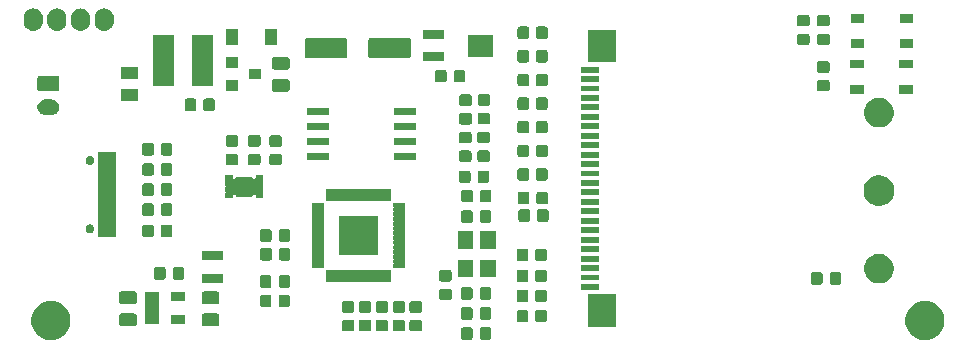
<source format=gbr>
G04 #@! TF.GenerationSoftware,KiCad,Pcbnew,(5.1.2)-1*
G04 #@! TF.CreationDate,2024-09-22T12:57:02+09:00*
G04 #@! TF.ProjectId,pc,70632e6b-6963-4616-945f-706362585858,v1.1*
G04 #@! TF.SameCoordinates,Original*
G04 #@! TF.FileFunction,Soldermask,Bot*
G04 #@! TF.FilePolarity,Negative*
%FSLAX46Y46*%
G04 Gerber Fmt 4.6, Leading zero omitted, Abs format (unit mm)*
G04 Created by KiCad (PCBNEW (5.1.2)-1) date 2024-09-22 12:57:02*
%MOMM*%
%LPD*%
G04 APERTURE LIST*
%ADD10C,0.100000*%
G04 APERTURE END LIST*
D10*
G36*
X182331488Y-135382592D02*
G01*
X182481579Y-135412447D01*
X182574654Y-135451000D01*
X182728633Y-135514780D01*
X182782042Y-135536903D01*
X183052451Y-135717585D01*
X183282415Y-135947549D01*
X183463097Y-136217958D01*
X183581580Y-136504000D01*
X183587553Y-136518422D01*
X183651000Y-136837389D01*
X183651000Y-137162611D01*
X183587553Y-137481578D01*
X183468255Y-137769591D01*
X183463097Y-137782042D01*
X183282415Y-138052451D01*
X183052451Y-138282415D01*
X182782042Y-138463097D01*
X182481579Y-138587553D01*
X182381761Y-138607408D01*
X182162611Y-138651000D01*
X181837389Y-138651000D01*
X181618239Y-138607408D01*
X181518421Y-138587553D01*
X181217958Y-138463097D01*
X180947549Y-138282415D01*
X180717585Y-138052451D01*
X180536903Y-137782042D01*
X180531746Y-137769591D01*
X180412447Y-137481578D01*
X180349000Y-137162611D01*
X180349000Y-136837389D01*
X180412447Y-136518422D01*
X180418421Y-136504000D01*
X180536903Y-136217958D01*
X180717585Y-135947549D01*
X180947549Y-135717585D01*
X181217958Y-135536903D01*
X181271368Y-135514780D01*
X181425346Y-135451000D01*
X181518421Y-135412447D01*
X181668512Y-135382592D01*
X181837389Y-135349000D01*
X182162611Y-135349000D01*
X182331488Y-135382592D01*
X182331488Y-135382592D01*
G37*
G36*
X108331488Y-135382592D02*
G01*
X108481579Y-135412447D01*
X108574654Y-135451000D01*
X108728633Y-135514780D01*
X108782042Y-135536903D01*
X109052451Y-135717585D01*
X109282415Y-135947549D01*
X109463097Y-136217958D01*
X109581580Y-136504000D01*
X109587553Y-136518422D01*
X109651000Y-136837389D01*
X109651000Y-137162611D01*
X109587553Y-137481578D01*
X109468255Y-137769591D01*
X109463097Y-137782042D01*
X109282415Y-138052451D01*
X109052451Y-138282415D01*
X108782042Y-138463097D01*
X108481579Y-138587553D01*
X108381761Y-138607408D01*
X108162611Y-138651000D01*
X107837389Y-138651000D01*
X107618239Y-138607408D01*
X107518421Y-138587553D01*
X107217958Y-138463097D01*
X106947549Y-138282415D01*
X106717585Y-138052451D01*
X106536903Y-137782042D01*
X106531746Y-137769591D01*
X106412447Y-137481578D01*
X106349000Y-137162611D01*
X106349000Y-136837389D01*
X106412447Y-136518422D01*
X106418421Y-136504000D01*
X106536903Y-136217958D01*
X106717585Y-135947549D01*
X106947549Y-135717585D01*
X107217958Y-135536903D01*
X107271368Y-135514780D01*
X107425346Y-135451000D01*
X107518421Y-135412447D01*
X107668512Y-135382592D01*
X107837389Y-135349000D01*
X108162611Y-135349000D01*
X108331488Y-135382592D01*
X108331488Y-135382592D01*
G37*
G36*
X145129591Y-137578085D02*
G01*
X145163569Y-137588393D01*
X145194890Y-137605134D01*
X145222339Y-137627661D01*
X145244866Y-137655110D01*
X145261607Y-137686431D01*
X145271915Y-137720409D01*
X145276000Y-137761890D01*
X145276000Y-138438110D01*
X145271915Y-138479591D01*
X145261607Y-138513569D01*
X145244866Y-138544890D01*
X145222339Y-138572339D01*
X145194890Y-138594866D01*
X145163569Y-138611607D01*
X145129591Y-138621915D01*
X145088110Y-138626000D01*
X144486890Y-138626000D01*
X144445409Y-138621915D01*
X144411431Y-138611607D01*
X144380110Y-138594866D01*
X144352661Y-138572339D01*
X144330134Y-138544890D01*
X144313393Y-138513569D01*
X144303085Y-138479591D01*
X144299000Y-138438110D01*
X144299000Y-137761890D01*
X144303085Y-137720409D01*
X144313393Y-137686431D01*
X144330134Y-137655110D01*
X144352661Y-137627661D01*
X144380110Y-137605134D01*
X144411431Y-137588393D01*
X144445409Y-137578085D01*
X144486890Y-137574000D01*
X145088110Y-137574000D01*
X145129591Y-137578085D01*
X145129591Y-137578085D01*
G37*
G36*
X143554591Y-137578085D02*
G01*
X143588569Y-137588393D01*
X143619890Y-137605134D01*
X143647339Y-137627661D01*
X143669866Y-137655110D01*
X143686607Y-137686431D01*
X143696915Y-137720409D01*
X143701000Y-137761890D01*
X143701000Y-138438110D01*
X143696915Y-138479591D01*
X143686607Y-138513569D01*
X143669866Y-138544890D01*
X143647339Y-138572339D01*
X143619890Y-138594866D01*
X143588569Y-138611607D01*
X143554591Y-138621915D01*
X143513110Y-138626000D01*
X142911890Y-138626000D01*
X142870409Y-138621915D01*
X142836431Y-138611607D01*
X142805110Y-138594866D01*
X142777661Y-138572339D01*
X142755134Y-138544890D01*
X142738393Y-138513569D01*
X142728085Y-138479591D01*
X142724000Y-138438110D01*
X142724000Y-137761890D01*
X142728085Y-137720409D01*
X142738393Y-137686431D01*
X142755134Y-137655110D01*
X142777661Y-137627661D01*
X142805110Y-137605134D01*
X142836431Y-137588393D01*
X142870409Y-137578085D01*
X142911890Y-137574000D01*
X143513110Y-137574000D01*
X143554591Y-137578085D01*
X143554591Y-137578085D01*
G37*
G36*
X137829591Y-136943085D02*
G01*
X137863569Y-136953393D01*
X137894890Y-136970134D01*
X137922339Y-136992661D01*
X137944866Y-137020110D01*
X137961607Y-137051431D01*
X137971915Y-137085409D01*
X137976000Y-137126890D01*
X137976000Y-137728110D01*
X137971915Y-137769591D01*
X137961607Y-137803569D01*
X137944866Y-137834890D01*
X137922339Y-137862339D01*
X137894890Y-137884866D01*
X137863569Y-137901607D01*
X137829591Y-137911915D01*
X137788110Y-137916000D01*
X137111890Y-137916000D01*
X137070409Y-137911915D01*
X137036431Y-137901607D01*
X137005110Y-137884866D01*
X136977661Y-137862339D01*
X136955134Y-137834890D01*
X136938393Y-137803569D01*
X136928085Y-137769591D01*
X136924000Y-137728110D01*
X136924000Y-137126890D01*
X136928085Y-137085409D01*
X136938393Y-137051431D01*
X136955134Y-137020110D01*
X136977661Y-136992661D01*
X137005110Y-136970134D01*
X137036431Y-136953393D01*
X137070409Y-136943085D01*
X137111890Y-136939000D01*
X137788110Y-136939000D01*
X137829591Y-136943085D01*
X137829591Y-136943085D01*
G37*
G36*
X136399591Y-136943085D02*
G01*
X136433569Y-136953393D01*
X136464890Y-136970134D01*
X136492339Y-136992661D01*
X136514866Y-137020110D01*
X136531607Y-137051431D01*
X136541915Y-137085409D01*
X136546000Y-137126890D01*
X136546000Y-137728110D01*
X136541915Y-137769591D01*
X136531607Y-137803569D01*
X136514866Y-137834890D01*
X136492339Y-137862339D01*
X136464890Y-137884866D01*
X136433569Y-137901607D01*
X136399591Y-137911915D01*
X136358110Y-137916000D01*
X135681890Y-137916000D01*
X135640409Y-137911915D01*
X135606431Y-137901607D01*
X135575110Y-137884866D01*
X135547661Y-137862339D01*
X135525134Y-137834890D01*
X135508393Y-137803569D01*
X135498085Y-137769591D01*
X135494000Y-137728110D01*
X135494000Y-137126890D01*
X135498085Y-137085409D01*
X135508393Y-137051431D01*
X135525134Y-137020110D01*
X135547661Y-136992661D01*
X135575110Y-136970134D01*
X135606431Y-136953393D01*
X135640409Y-136943085D01*
X135681890Y-136939000D01*
X136358110Y-136939000D01*
X136399591Y-136943085D01*
X136399591Y-136943085D01*
G37*
G36*
X139259591Y-136943085D02*
G01*
X139293569Y-136953393D01*
X139324890Y-136970134D01*
X139352339Y-136992661D01*
X139374866Y-137020110D01*
X139391607Y-137051431D01*
X139401915Y-137085409D01*
X139406000Y-137126890D01*
X139406000Y-137728110D01*
X139401915Y-137769591D01*
X139391607Y-137803569D01*
X139374866Y-137834890D01*
X139352339Y-137862339D01*
X139324890Y-137884866D01*
X139293569Y-137901607D01*
X139259591Y-137911915D01*
X139218110Y-137916000D01*
X138541890Y-137916000D01*
X138500409Y-137911915D01*
X138466431Y-137901607D01*
X138435110Y-137884866D01*
X138407661Y-137862339D01*
X138385134Y-137834890D01*
X138368393Y-137803569D01*
X138358085Y-137769591D01*
X138354000Y-137728110D01*
X138354000Y-137126890D01*
X138358085Y-137085409D01*
X138368393Y-137051431D01*
X138385134Y-137020110D01*
X138407661Y-136992661D01*
X138435110Y-136970134D01*
X138466431Y-136953393D01*
X138500409Y-136943085D01*
X138541890Y-136939000D01*
X139218110Y-136939000D01*
X139259591Y-136943085D01*
X139259591Y-136943085D01*
G37*
G36*
X134969591Y-136943085D02*
G01*
X135003569Y-136953393D01*
X135034890Y-136970134D01*
X135062339Y-136992661D01*
X135084866Y-137020110D01*
X135101607Y-137051431D01*
X135111915Y-137085409D01*
X135116000Y-137126890D01*
X135116000Y-137728110D01*
X135111915Y-137769591D01*
X135101607Y-137803569D01*
X135084866Y-137834890D01*
X135062339Y-137862339D01*
X135034890Y-137884866D01*
X135003569Y-137901607D01*
X134969591Y-137911915D01*
X134928110Y-137916000D01*
X134251890Y-137916000D01*
X134210409Y-137911915D01*
X134176431Y-137901607D01*
X134145110Y-137884866D01*
X134117661Y-137862339D01*
X134095134Y-137834890D01*
X134078393Y-137803569D01*
X134068085Y-137769591D01*
X134064000Y-137728110D01*
X134064000Y-137126890D01*
X134068085Y-137085409D01*
X134078393Y-137051431D01*
X134095134Y-137020110D01*
X134117661Y-136992661D01*
X134145110Y-136970134D01*
X134176431Y-136953393D01*
X134210409Y-136943085D01*
X134251890Y-136939000D01*
X134928110Y-136939000D01*
X134969591Y-136943085D01*
X134969591Y-136943085D01*
G37*
G36*
X133539591Y-136943085D02*
G01*
X133573569Y-136953393D01*
X133604890Y-136970134D01*
X133632339Y-136992661D01*
X133654866Y-137020110D01*
X133671607Y-137051431D01*
X133681915Y-137085409D01*
X133686000Y-137126890D01*
X133686000Y-137728110D01*
X133681915Y-137769591D01*
X133671607Y-137803569D01*
X133654866Y-137834890D01*
X133632339Y-137862339D01*
X133604890Y-137884866D01*
X133573569Y-137901607D01*
X133539591Y-137911915D01*
X133498110Y-137916000D01*
X132821890Y-137916000D01*
X132780409Y-137911915D01*
X132746431Y-137901607D01*
X132715110Y-137884866D01*
X132687661Y-137862339D01*
X132665134Y-137834890D01*
X132648393Y-137803569D01*
X132638085Y-137769591D01*
X132634000Y-137728110D01*
X132634000Y-137126890D01*
X132638085Y-137085409D01*
X132648393Y-137051431D01*
X132665134Y-137020110D01*
X132687661Y-136992661D01*
X132715110Y-136970134D01*
X132746431Y-136953393D01*
X132780409Y-136943085D01*
X132821890Y-136939000D01*
X133498110Y-136939000D01*
X133539591Y-136943085D01*
X133539591Y-136943085D01*
G37*
G36*
X155851000Y-137526000D02*
G01*
X153449000Y-137526000D01*
X153449000Y-134774000D01*
X155851000Y-134774000D01*
X155851000Y-137526000D01*
X155851000Y-137526000D01*
G37*
G36*
X122084468Y-136403565D02*
G01*
X122123138Y-136415296D01*
X122158777Y-136434346D01*
X122190017Y-136459983D01*
X122215654Y-136491223D01*
X122234704Y-136526862D01*
X122246435Y-136565532D01*
X122251000Y-136611888D01*
X122251000Y-137263112D01*
X122246435Y-137309468D01*
X122234704Y-137348138D01*
X122215654Y-137383777D01*
X122190017Y-137415017D01*
X122158777Y-137440654D01*
X122123138Y-137459704D01*
X122084468Y-137471435D01*
X122038112Y-137476000D01*
X120961888Y-137476000D01*
X120915532Y-137471435D01*
X120876862Y-137459704D01*
X120841223Y-137440654D01*
X120809983Y-137415017D01*
X120784346Y-137383777D01*
X120765296Y-137348138D01*
X120753565Y-137309468D01*
X120749000Y-137263112D01*
X120749000Y-136611888D01*
X120753565Y-136565532D01*
X120765296Y-136526862D01*
X120784346Y-136491223D01*
X120809983Y-136459983D01*
X120841223Y-136434346D01*
X120876862Y-136415296D01*
X120915532Y-136403565D01*
X120961888Y-136399000D01*
X122038112Y-136399000D01*
X122084468Y-136403565D01*
X122084468Y-136403565D01*
G37*
G36*
X115084468Y-136403565D02*
G01*
X115123138Y-136415296D01*
X115158777Y-136434346D01*
X115190017Y-136459983D01*
X115215654Y-136491223D01*
X115234704Y-136526862D01*
X115246435Y-136565532D01*
X115251000Y-136611888D01*
X115251000Y-137263112D01*
X115246435Y-137309468D01*
X115234704Y-137348138D01*
X115215654Y-137383777D01*
X115190017Y-137415017D01*
X115158777Y-137440654D01*
X115123138Y-137459704D01*
X115084468Y-137471435D01*
X115038112Y-137476000D01*
X113961888Y-137476000D01*
X113915532Y-137471435D01*
X113876862Y-137459704D01*
X113841223Y-137440654D01*
X113809983Y-137415017D01*
X113784346Y-137383777D01*
X113765296Y-137348138D01*
X113753565Y-137309468D01*
X113749000Y-137263112D01*
X113749000Y-136611888D01*
X113753565Y-136565532D01*
X113765296Y-136526862D01*
X113784346Y-136491223D01*
X113809983Y-136459983D01*
X113841223Y-136434346D01*
X113876862Y-136415296D01*
X113915532Y-136403565D01*
X113961888Y-136399000D01*
X115038112Y-136399000D01*
X115084468Y-136403565D01*
X115084468Y-136403565D01*
G37*
G36*
X117151000Y-137256000D02*
G01*
X115989000Y-137256000D01*
X115989000Y-134604000D01*
X117151000Y-134604000D01*
X117151000Y-137256000D01*
X117151000Y-137256000D01*
G37*
G36*
X119351000Y-137256000D02*
G01*
X118189000Y-137256000D01*
X118189000Y-136504000D01*
X119351000Y-136504000D01*
X119351000Y-137256000D01*
X119351000Y-137256000D01*
G37*
G36*
X148254591Y-136103085D02*
G01*
X148288569Y-136113393D01*
X148319890Y-136130134D01*
X148347339Y-136152661D01*
X148369866Y-136180110D01*
X148386607Y-136211431D01*
X148396915Y-136245409D01*
X148401000Y-136286890D01*
X148401000Y-136963110D01*
X148396915Y-137004591D01*
X148386607Y-137038569D01*
X148369866Y-137069890D01*
X148347339Y-137097339D01*
X148319890Y-137119866D01*
X148288569Y-137136607D01*
X148254591Y-137146915D01*
X148213110Y-137151000D01*
X147611890Y-137151000D01*
X147570409Y-137146915D01*
X147536431Y-137136607D01*
X147505110Y-137119866D01*
X147477661Y-137097339D01*
X147455134Y-137069890D01*
X147438393Y-137038569D01*
X147428085Y-137004591D01*
X147424000Y-136963110D01*
X147424000Y-136286890D01*
X147428085Y-136245409D01*
X147438393Y-136211431D01*
X147455134Y-136180110D01*
X147477661Y-136152661D01*
X147505110Y-136130134D01*
X147536431Y-136113393D01*
X147570409Y-136103085D01*
X147611890Y-136099000D01*
X148213110Y-136099000D01*
X148254591Y-136103085D01*
X148254591Y-136103085D01*
G37*
G36*
X149829591Y-136103085D02*
G01*
X149863569Y-136113393D01*
X149894890Y-136130134D01*
X149922339Y-136152661D01*
X149944866Y-136180110D01*
X149961607Y-136211431D01*
X149971915Y-136245409D01*
X149976000Y-136286890D01*
X149976000Y-136963110D01*
X149971915Y-137004591D01*
X149961607Y-137038569D01*
X149944866Y-137069890D01*
X149922339Y-137097339D01*
X149894890Y-137119866D01*
X149863569Y-137136607D01*
X149829591Y-137146915D01*
X149788110Y-137151000D01*
X149186890Y-137151000D01*
X149145409Y-137146915D01*
X149111431Y-137136607D01*
X149080110Y-137119866D01*
X149052661Y-137097339D01*
X149030134Y-137069890D01*
X149013393Y-137038569D01*
X149003085Y-137004591D01*
X148999000Y-136963110D01*
X148999000Y-136286890D01*
X149003085Y-136245409D01*
X149013393Y-136211431D01*
X149030134Y-136180110D01*
X149052661Y-136152661D01*
X149080110Y-136130134D01*
X149111431Y-136113393D01*
X149145409Y-136103085D01*
X149186890Y-136099000D01*
X149788110Y-136099000D01*
X149829591Y-136103085D01*
X149829591Y-136103085D01*
G37*
G36*
X145129591Y-135878085D02*
G01*
X145163569Y-135888393D01*
X145194890Y-135905134D01*
X145222339Y-135927661D01*
X145244866Y-135955110D01*
X145261607Y-135986431D01*
X145271915Y-136020409D01*
X145276000Y-136061890D01*
X145276000Y-136738110D01*
X145271915Y-136779591D01*
X145261607Y-136813569D01*
X145244866Y-136844890D01*
X145222339Y-136872339D01*
X145194890Y-136894866D01*
X145163569Y-136911607D01*
X145129591Y-136921915D01*
X145088110Y-136926000D01*
X144486890Y-136926000D01*
X144445409Y-136921915D01*
X144411431Y-136911607D01*
X144380110Y-136894866D01*
X144352661Y-136872339D01*
X144330134Y-136844890D01*
X144313393Y-136813569D01*
X144303085Y-136779591D01*
X144299000Y-136738110D01*
X144299000Y-136061890D01*
X144303085Y-136020409D01*
X144313393Y-135986431D01*
X144330134Y-135955110D01*
X144352661Y-135927661D01*
X144380110Y-135905134D01*
X144411431Y-135888393D01*
X144445409Y-135878085D01*
X144486890Y-135874000D01*
X145088110Y-135874000D01*
X145129591Y-135878085D01*
X145129591Y-135878085D01*
G37*
G36*
X143554591Y-135878085D02*
G01*
X143588569Y-135888393D01*
X143619890Y-135905134D01*
X143647339Y-135927661D01*
X143669866Y-135955110D01*
X143686607Y-135986431D01*
X143696915Y-136020409D01*
X143701000Y-136061890D01*
X143701000Y-136738110D01*
X143696915Y-136779591D01*
X143686607Y-136813569D01*
X143669866Y-136844890D01*
X143647339Y-136872339D01*
X143619890Y-136894866D01*
X143588569Y-136911607D01*
X143554591Y-136921915D01*
X143513110Y-136926000D01*
X142911890Y-136926000D01*
X142870409Y-136921915D01*
X142836431Y-136911607D01*
X142805110Y-136894866D01*
X142777661Y-136872339D01*
X142755134Y-136844890D01*
X142738393Y-136813569D01*
X142728085Y-136779591D01*
X142724000Y-136738110D01*
X142724000Y-136061890D01*
X142728085Y-136020409D01*
X142738393Y-135986431D01*
X142755134Y-135955110D01*
X142777661Y-135927661D01*
X142805110Y-135905134D01*
X142836431Y-135888393D01*
X142870409Y-135878085D01*
X142911890Y-135874000D01*
X143513110Y-135874000D01*
X143554591Y-135878085D01*
X143554591Y-135878085D01*
G37*
G36*
X134969591Y-135368085D02*
G01*
X135003569Y-135378393D01*
X135034890Y-135395134D01*
X135062339Y-135417661D01*
X135084866Y-135445110D01*
X135101607Y-135476431D01*
X135111915Y-135510409D01*
X135116000Y-135551890D01*
X135116000Y-136153110D01*
X135111915Y-136194591D01*
X135101607Y-136228569D01*
X135084866Y-136259890D01*
X135062339Y-136287339D01*
X135034890Y-136309866D01*
X135003569Y-136326607D01*
X134969591Y-136336915D01*
X134928110Y-136341000D01*
X134251890Y-136341000D01*
X134210409Y-136336915D01*
X134176431Y-136326607D01*
X134145110Y-136309866D01*
X134117661Y-136287339D01*
X134095134Y-136259890D01*
X134078393Y-136228569D01*
X134068085Y-136194591D01*
X134064000Y-136153110D01*
X134064000Y-135551890D01*
X134068085Y-135510409D01*
X134078393Y-135476431D01*
X134095134Y-135445110D01*
X134117661Y-135417661D01*
X134145110Y-135395134D01*
X134176431Y-135378393D01*
X134210409Y-135368085D01*
X134251890Y-135364000D01*
X134928110Y-135364000D01*
X134969591Y-135368085D01*
X134969591Y-135368085D01*
G37*
G36*
X137829591Y-135368085D02*
G01*
X137863569Y-135378393D01*
X137894890Y-135395134D01*
X137922339Y-135417661D01*
X137944866Y-135445110D01*
X137961607Y-135476431D01*
X137971915Y-135510409D01*
X137976000Y-135551890D01*
X137976000Y-136153110D01*
X137971915Y-136194591D01*
X137961607Y-136228569D01*
X137944866Y-136259890D01*
X137922339Y-136287339D01*
X137894890Y-136309866D01*
X137863569Y-136326607D01*
X137829591Y-136336915D01*
X137788110Y-136341000D01*
X137111890Y-136341000D01*
X137070409Y-136336915D01*
X137036431Y-136326607D01*
X137005110Y-136309866D01*
X136977661Y-136287339D01*
X136955134Y-136259890D01*
X136938393Y-136228569D01*
X136928085Y-136194591D01*
X136924000Y-136153110D01*
X136924000Y-135551890D01*
X136928085Y-135510409D01*
X136938393Y-135476431D01*
X136955134Y-135445110D01*
X136977661Y-135417661D01*
X137005110Y-135395134D01*
X137036431Y-135378393D01*
X137070409Y-135368085D01*
X137111890Y-135364000D01*
X137788110Y-135364000D01*
X137829591Y-135368085D01*
X137829591Y-135368085D01*
G37*
G36*
X136399591Y-135368085D02*
G01*
X136433569Y-135378393D01*
X136464890Y-135395134D01*
X136492339Y-135417661D01*
X136514866Y-135445110D01*
X136531607Y-135476431D01*
X136541915Y-135510409D01*
X136546000Y-135551890D01*
X136546000Y-136153110D01*
X136541915Y-136194591D01*
X136531607Y-136228569D01*
X136514866Y-136259890D01*
X136492339Y-136287339D01*
X136464890Y-136309866D01*
X136433569Y-136326607D01*
X136399591Y-136336915D01*
X136358110Y-136341000D01*
X135681890Y-136341000D01*
X135640409Y-136336915D01*
X135606431Y-136326607D01*
X135575110Y-136309866D01*
X135547661Y-136287339D01*
X135525134Y-136259890D01*
X135508393Y-136228569D01*
X135498085Y-136194591D01*
X135494000Y-136153110D01*
X135494000Y-135551890D01*
X135498085Y-135510409D01*
X135508393Y-135476431D01*
X135525134Y-135445110D01*
X135547661Y-135417661D01*
X135575110Y-135395134D01*
X135606431Y-135378393D01*
X135640409Y-135368085D01*
X135681890Y-135364000D01*
X136358110Y-135364000D01*
X136399591Y-135368085D01*
X136399591Y-135368085D01*
G37*
G36*
X139259591Y-135368085D02*
G01*
X139293569Y-135378393D01*
X139324890Y-135395134D01*
X139352339Y-135417661D01*
X139374866Y-135445110D01*
X139391607Y-135476431D01*
X139401915Y-135510409D01*
X139406000Y-135551890D01*
X139406000Y-136153110D01*
X139401915Y-136194591D01*
X139391607Y-136228569D01*
X139374866Y-136259890D01*
X139352339Y-136287339D01*
X139324890Y-136309866D01*
X139293569Y-136326607D01*
X139259591Y-136336915D01*
X139218110Y-136341000D01*
X138541890Y-136341000D01*
X138500409Y-136336915D01*
X138466431Y-136326607D01*
X138435110Y-136309866D01*
X138407661Y-136287339D01*
X138385134Y-136259890D01*
X138368393Y-136228569D01*
X138358085Y-136194591D01*
X138354000Y-136153110D01*
X138354000Y-135551890D01*
X138358085Y-135510409D01*
X138368393Y-135476431D01*
X138385134Y-135445110D01*
X138407661Y-135417661D01*
X138435110Y-135395134D01*
X138466431Y-135378393D01*
X138500409Y-135368085D01*
X138541890Y-135364000D01*
X139218110Y-135364000D01*
X139259591Y-135368085D01*
X139259591Y-135368085D01*
G37*
G36*
X133539591Y-135368085D02*
G01*
X133573569Y-135378393D01*
X133604890Y-135395134D01*
X133632339Y-135417661D01*
X133654866Y-135445110D01*
X133671607Y-135476431D01*
X133681915Y-135510409D01*
X133686000Y-135551890D01*
X133686000Y-136153110D01*
X133681915Y-136194591D01*
X133671607Y-136228569D01*
X133654866Y-136259890D01*
X133632339Y-136287339D01*
X133604890Y-136309866D01*
X133573569Y-136326607D01*
X133539591Y-136336915D01*
X133498110Y-136341000D01*
X132821890Y-136341000D01*
X132780409Y-136336915D01*
X132746431Y-136326607D01*
X132715110Y-136309866D01*
X132687661Y-136287339D01*
X132665134Y-136259890D01*
X132648393Y-136228569D01*
X132638085Y-136194591D01*
X132634000Y-136153110D01*
X132634000Y-135551890D01*
X132638085Y-135510409D01*
X132648393Y-135476431D01*
X132665134Y-135445110D01*
X132687661Y-135417661D01*
X132715110Y-135395134D01*
X132746431Y-135378393D01*
X132780409Y-135368085D01*
X132821890Y-135364000D01*
X133498110Y-135364000D01*
X133539591Y-135368085D01*
X133539591Y-135368085D01*
G37*
G36*
X128099591Y-134808085D02*
G01*
X128133569Y-134818393D01*
X128164890Y-134835134D01*
X128192339Y-134857661D01*
X128214866Y-134885110D01*
X128231607Y-134916431D01*
X128241915Y-134950409D01*
X128246000Y-134991890D01*
X128246000Y-135668110D01*
X128241915Y-135709591D01*
X128231607Y-135743569D01*
X128214866Y-135774890D01*
X128192339Y-135802339D01*
X128164890Y-135824866D01*
X128133569Y-135841607D01*
X128099591Y-135851915D01*
X128058110Y-135856000D01*
X127456890Y-135856000D01*
X127415409Y-135851915D01*
X127381431Y-135841607D01*
X127350110Y-135824866D01*
X127322661Y-135802339D01*
X127300134Y-135774890D01*
X127283393Y-135743569D01*
X127273085Y-135709591D01*
X127269000Y-135668110D01*
X127269000Y-134991890D01*
X127273085Y-134950409D01*
X127283393Y-134916431D01*
X127300134Y-134885110D01*
X127322661Y-134857661D01*
X127350110Y-134835134D01*
X127381431Y-134818393D01*
X127415409Y-134808085D01*
X127456890Y-134804000D01*
X128058110Y-134804000D01*
X128099591Y-134808085D01*
X128099591Y-134808085D01*
G37*
G36*
X126524591Y-134808085D02*
G01*
X126558569Y-134818393D01*
X126589890Y-134835134D01*
X126617339Y-134857661D01*
X126639866Y-134885110D01*
X126656607Y-134916431D01*
X126666915Y-134950409D01*
X126671000Y-134991890D01*
X126671000Y-135668110D01*
X126666915Y-135709591D01*
X126656607Y-135743569D01*
X126639866Y-135774890D01*
X126617339Y-135802339D01*
X126589890Y-135824866D01*
X126558569Y-135841607D01*
X126524591Y-135851915D01*
X126483110Y-135856000D01*
X125881890Y-135856000D01*
X125840409Y-135851915D01*
X125806431Y-135841607D01*
X125775110Y-135824866D01*
X125747661Y-135802339D01*
X125725134Y-135774890D01*
X125708393Y-135743569D01*
X125698085Y-135709591D01*
X125694000Y-135668110D01*
X125694000Y-134991890D01*
X125698085Y-134950409D01*
X125708393Y-134916431D01*
X125725134Y-134885110D01*
X125747661Y-134857661D01*
X125775110Y-134835134D01*
X125806431Y-134818393D01*
X125840409Y-134808085D01*
X125881890Y-134804000D01*
X126483110Y-134804000D01*
X126524591Y-134808085D01*
X126524591Y-134808085D01*
G37*
G36*
X122084468Y-134528565D02*
G01*
X122123138Y-134540296D01*
X122158777Y-134559346D01*
X122190017Y-134584983D01*
X122215654Y-134616223D01*
X122234704Y-134651862D01*
X122246435Y-134690532D01*
X122251000Y-134736888D01*
X122251000Y-135388112D01*
X122246435Y-135434468D01*
X122234704Y-135473138D01*
X122215654Y-135508777D01*
X122190017Y-135540017D01*
X122158777Y-135565654D01*
X122123138Y-135584704D01*
X122084468Y-135596435D01*
X122038112Y-135601000D01*
X120961888Y-135601000D01*
X120915532Y-135596435D01*
X120876862Y-135584704D01*
X120841223Y-135565654D01*
X120809983Y-135540017D01*
X120784346Y-135508777D01*
X120765296Y-135473138D01*
X120753565Y-135434468D01*
X120749000Y-135388112D01*
X120749000Y-134736888D01*
X120753565Y-134690532D01*
X120765296Y-134651862D01*
X120784346Y-134616223D01*
X120809983Y-134584983D01*
X120841223Y-134559346D01*
X120876862Y-134540296D01*
X120915532Y-134528565D01*
X120961888Y-134524000D01*
X122038112Y-134524000D01*
X122084468Y-134528565D01*
X122084468Y-134528565D01*
G37*
G36*
X115084468Y-134528565D02*
G01*
X115123138Y-134540296D01*
X115158777Y-134559346D01*
X115190017Y-134584983D01*
X115215654Y-134616223D01*
X115234704Y-134651862D01*
X115246435Y-134690532D01*
X115251000Y-134736888D01*
X115251000Y-135388112D01*
X115246435Y-135434468D01*
X115234704Y-135473138D01*
X115215654Y-135508777D01*
X115190017Y-135540017D01*
X115158777Y-135565654D01*
X115123138Y-135584704D01*
X115084468Y-135596435D01*
X115038112Y-135601000D01*
X113961888Y-135601000D01*
X113915532Y-135596435D01*
X113876862Y-135584704D01*
X113841223Y-135565654D01*
X113809983Y-135540017D01*
X113784346Y-135508777D01*
X113765296Y-135473138D01*
X113753565Y-135434468D01*
X113749000Y-135388112D01*
X113749000Y-134736888D01*
X113753565Y-134690532D01*
X113765296Y-134651862D01*
X113784346Y-134616223D01*
X113809983Y-134584983D01*
X113841223Y-134559346D01*
X113876862Y-134540296D01*
X113915532Y-134528565D01*
X113961888Y-134524000D01*
X115038112Y-134524000D01*
X115084468Y-134528565D01*
X115084468Y-134528565D01*
G37*
G36*
X149829591Y-134403085D02*
G01*
X149863569Y-134413393D01*
X149894890Y-134430134D01*
X149922339Y-134452661D01*
X149944866Y-134480110D01*
X149961607Y-134511431D01*
X149971915Y-134545409D01*
X149976000Y-134586890D01*
X149976000Y-135263110D01*
X149971915Y-135304591D01*
X149961607Y-135338569D01*
X149944866Y-135369890D01*
X149922339Y-135397339D01*
X149894890Y-135419866D01*
X149863569Y-135436607D01*
X149829591Y-135446915D01*
X149788110Y-135451000D01*
X149186890Y-135451000D01*
X149145409Y-135446915D01*
X149111431Y-135436607D01*
X149080110Y-135419866D01*
X149052661Y-135397339D01*
X149030134Y-135369890D01*
X149013393Y-135338569D01*
X149003085Y-135304591D01*
X148999000Y-135263110D01*
X148999000Y-134586890D01*
X149003085Y-134545409D01*
X149013393Y-134511431D01*
X149030134Y-134480110D01*
X149052661Y-134452661D01*
X149080110Y-134430134D01*
X149111431Y-134413393D01*
X149145409Y-134403085D01*
X149186890Y-134399000D01*
X149788110Y-134399000D01*
X149829591Y-134403085D01*
X149829591Y-134403085D01*
G37*
G36*
X148254591Y-134403085D02*
G01*
X148288569Y-134413393D01*
X148319890Y-134430134D01*
X148347339Y-134452661D01*
X148369866Y-134480110D01*
X148386607Y-134511431D01*
X148396915Y-134545409D01*
X148401000Y-134586890D01*
X148401000Y-135263110D01*
X148396915Y-135304591D01*
X148386607Y-135338569D01*
X148369866Y-135369890D01*
X148347339Y-135397339D01*
X148319890Y-135419866D01*
X148288569Y-135436607D01*
X148254591Y-135446915D01*
X148213110Y-135451000D01*
X147611890Y-135451000D01*
X147570409Y-135446915D01*
X147536431Y-135436607D01*
X147505110Y-135419866D01*
X147477661Y-135397339D01*
X147455134Y-135369890D01*
X147438393Y-135338569D01*
X147428085Y-135304591D01*
X147424000Y-135263110D01*
X147424000Y-134586890D01*
X147428085Y-134545409D01*
X147438393Y-134511431D01*
X147455134Y-134480110D01*
X147477661Y-134452661D01*
X147505110Y-134430134D01*
X147536431Y-134413393D01*
X147570409Y-134403085D01*
X147611890Y-134399000D01*
X148213110Y-134399000D01*
X148254591Y-134403085D01*
X148254591Y-134403085D01*
G37*
G36*
X119351000Y-135356000D02*
G01*
X118189000Y-135356000D01*
X118189000Y-134604000D01*
X119351000Y-134604000D01*
X119351000Y-135356000D01*
X119351000Y-135356000D01*
G37*
G36*
X141779591Y-134303085D02*
G01*
X141813569Y-134313393D01*
X141844890Y-134330134D01*
X141872339Y-134352661D01*
X141894866Y-134380110D01*
X141911607Y-134411431D01*
X141921915Y-134445409D01*
X141926000Y-134486890D01*
X141926000Y-135088110D01*
X141921915Y-135129591D01*
X141911607Y-135163569D01*
X141894866Y-135194890D01*
X141872339Y-135222339D01*
X141844890Y-135244866D01*
X141813569Y-135261607D01*
X141779591Y-135271915D01*
X141738110Y-135276000D01*
X141061890Y-135276000D01*
X141020409Y-135271915D01*
X140986431Y-135261607D01*
X140955110Y-135244866D01*
X140927661Y-135222339D01*
X140905134Y-135194890D01*
X140888393Y-135163569D01*
X140878085Y-135129591D01*
X140874000Y-135088110D01*
X140874000Y-134486890D01*
X140878085Y-134445409D01*
X140888393Y-134411431D01*
X140905134Y-134380110D01*
X140927661Y-134352661D01*
X140955110Y-134330134D01*
X140986431Y-134313393D01*
X141020409Y-134303085D01*
X141061890Y-134299000D01*
X141738110Y-134299000D01*
X141779591Y-134303085D01*
X141779591Y-134303085D01*
G37*
G36*
X145129591Y-134178085D02*
G01*
X145163569Y-134188393D01*
X145194890Y-134205134D01*
X145222339Y-134227661D01*
X145244866Y-134255110D01*
X145261607Y-134286431D01*
X145271915Y-134320409D01*
X145276000Y-134361890D01*
X145276000Y-135038110D01*
X145271915Y-135079591D01*
X145261607Y-135113569D01*
X145244866Y-135144890D01*
X145222339Y-135172339D01*
X145194890Y-135194866D01*
X145163569Y-135211607D01*
X145129591Y-135221915D01*
X145088110Y-135226000D01*
X144486890Y-135226000D01*
X144445409Y-135221915D01*
X144411431Y-135211607D01*
X144380110Y-135194866D01*
X144352661Y-135172339D01*
X144330134Y-135144890D01*
X144313393Y-135113569D01*
X144303085Y-135079591D01*
X144299000Y-135038110D01*
X144299000Y-134361890D01*
X144303085Y-134320409D01*
X144313393Y-134286431D01*
X144330134Y-134255110D01*
X144352661Y-134227661D01*
X144380110Y-134205134D01*
X144411431Y-134188393D01*
X144445409Y-134178085D01*
X144486890Y-134174000D01*
X145088110Y-134174000D01*
X145129591Y-134178085D01*
X145129591Y-134178085D01*
G37*
G36*
X143554591Y-134178085D02*
G01*
X143588569Y-134188393D01*
X143619890Y-134205134D01*
X143647339Y-134227661D01*
X143669866Y-134255110D01*
X143686607Y-134286431D01*
X143696915Y-134320409D01*
X143701000Y-134361890D01*
X143701000Y-135038110D01*
X143696915Y-135079591D01*
X143686607Y-135113569D01*
X143669866Y-135144890D01*
X143647339Y-135172339D01*
X143619890Y-135194866D01*
X143588569Y-135211607D01*
X143554591Y-135221915D01*
X143513110Y-135226000D01*
X142911890Y-135226000D01*
X142870409Y-135221915D01*
X142836431Y-135211607D01*
X142805110Y-135194866D01*
X142777661Y-135172339D01*
X142755134Y-135144890D01*
X142738393Y-135113569D01*
X142728085Y-135079591D01*
X142724000Y-135038110D01*
X142724000Y-134361890D01*
X142728085Y-134320409D01*
X142738393Y-134286431D01*
X142755134Y-134255110D01*
X142777661Y-134227661D01*
X142805110Y-134205134D01*
X142836431Y-134188393D01*
X142870409Y-134178085D01*
X142911890Y-134174000D01*
X143513110Y-134174000D01*
X143554591Y-134178085D01*
X143554591Y-134178085D01*
G37*
G36*
X154401000Y-134401000D02*
G01*
X152899000Y-134401000D01*
X152899000Y-133899000D01*
X154401000Y-133899000D01*
X154401000Y-134401000D01*
X154401000Y-134401000D01*
G37*
G36*
X126524591Y-133168085D02*
G01*
X126558569Y-133178393D01*
X126589890Y-133195134D01*
X126617339Y-133217661D01*
X126639866Y-133245110D01*
X126656607Y-133276431D01*
X126666915Y-133310409D01*
X126671000Y-133351890D01*
X126671000Y-134028110D01*
X126666915Y-134069591D01*
X126656607Y-134103569D01*
X126639866Y-134134890D01*
X126617339Y-134162339D01*
X126589890Y-134184866D01*
X126558569Y-134201607D01*
X126524591Y-134211915D01*
X126483110Y-134216000D01*
X125881890Y-134216000D01*
X125840409Y-134211915D01*
X125806431Y-134201607D01*
X125775110Y-134184866D01*
X125747661Y-134162339D01*
X125725134Y-134134890D01*
X125708393Y-134103569D01*
X125698085Y-134069591D01*
X125694000Y-134028110D01*
X125694000Y-133351890D01*
X125698085Y-133310409D01*
X125708393Y-133276431D01*
X125725134Y-133245110D01*
X125747661Y-133217661D01*
X125775110Y-133195134D01*
X125806431Y-133178393D01*
X125840409Y-133168085D01*
X125881890Y-133164000D01*
X126483110Y-133164000D01*
X126524591Y-133168085D01*
X126524591Y-133168085D01*
G37*
G36*
X128099591Y-133168085D02*
G01*
X128133569Y-133178393D01*
X128164890Y-133195134D01*
X128192339Y-133217661D01*
X128214866Y-133245110D01*
X128231607Y-133276431D01*
X128241915Y-133310409D01*
X128246000Y-133351890D01*
X128246000Y-134028110D01*
X128241915Y-134069591D01*
X128231607Y-134103569D01*
X128214866Y-134134890D01*
X128192339Y-134162339D01*
X128164890Y-134184866D01*
X128133569Y-134201607D01*
X128099591Y-134211915D01*
X128058110Y-134216000D01*
X127456890Y-134216000D01*
X127415409Y-134211915D01*
X127381431Y-134201607D01*
X127350110Y-134184866D01*
X127322661Y-134162339D01*
X127300134Y-134134890D01*
X127283393Y-134103569D01*
X127273085Y-134069591D01*
X127269000Y-134028110D01*
X127269000Y-133351890D01*
X127273085Y-133310409D01*
X127283393Y-133276431D01*
X127300134Y-133245110D01*
X127322661Y-133217661D01*
X127350110Y-133195134D01*
X127381431Y-133178393D01*
X127415409Y-133168085D01*
X127456890Y-133164000D01*
X128058110Y-133164000D01*
X128099591Y-133168085D01*
X128099591Y-133168085D01*
G37*
G36*
X174754591Y-132903085D02*
G01*
X174788569Y-132913393D01*
X174819890Y-132930134D01*
X174847339Y-132952661D01*
X174869866Y-132980110D01*
X174886607Y-133011431D01*
X174896915Y-133045409D01*
X174901000Y-133086890D01*
X174901000Y-133763110D01*
X174896915Y-133804591D01*
X174886607Y-133838569D01*
X174869866Y-133869890D01*
X174847339Y-133897339D01*
X174819890Y-133919866D01*
X174788569Y-133936607D01*
X174754591Y-133946915D01*
X174713110Y-133951000D01*
X174111890Y-133951000D01*
X174070409Y-133946915D01*
X174036431Y-133936607D01*
X174005110Y-133919866D01*
X173977661Y-133897339D01*
X173955134Y-133869890D01*
X173938393Y-133838569D01*
X173928085Y-133804591D01*
X173924000Y-133763110D01*
X173924000Y-133086890D01*
X173928085Y-133045409D01*
X173938393Y-133011431D01*
X173955134Y-132980110D01*
X173977661Y-132952661D01*
X174005110Y-132930134D01*
X174036431Y-132913393D01*
X174070409Y-132903085D01*
X174111890Y-132899000D01*
X174713110Y-132899000D01*
X174754591Y-132903085D01*
X174754591Y-132903085D01*
G37*
G36*
X173179591Y-132903085D02*
G01*
X173213569Y-132913393D01*
X173244890Y-132930134D01*
X173272339Y-132952661D01*
X173294866Y-132980110D01*
X173311607Y-133011431D01*
X173321915Y-133045409D01*
X173326000Y-133086890D01*
X173326000Y-133763110D01*
X173321915Y-133804591D01*
X173311607Y-133838569D01*
X173294866Y-133869890D01*
X173272339Y-133897339D01*
X173244890Y-133919866D01*
X173213569Y-133936607D01*
X173179591Y-133946915D01*
X173138110Y-133951000D01*
X172536890Y-133951000D01*
X172495409Y-133946915D01*
X172461431Y-133936607D01*
X172430110Y-133919866D01*
X172402661Y-133897339D01*
X172380134Y-133869890D01*
X172363393Y-133838569D01*
X172353085Y-133804591D01*
X172349000Y-133763110D01*
X172349000Y-133086890D01*
X172353085Y-133045409D01*
X172363393Y-133011431D01*
X172380134Y-132980110D01*
X172402661Y-132952661D01*
X172430110Y-132930134D01*
X172461431Y-132913393D01*
X172495409Y-132903085D01*
X172536890Y-132899000D01*
X173138110Y-132899000D01*
X173179591Y-132903085D01*
X173179591Y-132903085D01*
G37*
G36*
X178464903Y-131397075D02*
G01*
X178612335Y-131458143D01*
X178692571Y-131491378D01*
X178897466Y-131628285D01*
X179071715Y-131802534D01*
X179170917Y-131951000D01*
X179208623Y-132007431D01*
X179302925Y-132235097D01*
X179351000Y-132476786D01*
X179351000Y-132723214D01*
X179302925Y-132964903D01*
X179212756Y-133182592D01*
X179208622Y-133192571D01*
X179071715Y-133397466D01*
X178897466Y-133571715D01*
X178692571Y-133708622D01*
X178692570Y-133708623D01*
X178692569Y-133708623D01*
X178464903Y-133802925D01*
X178223214Y-133851000D01*
X177976786Y-133851000D01*
X177735097Y-133802925D01*
X177507431Y-133708623D01*
X177507430Y-133708623D01*
X177507429Y-133708622D01*
X177302534Y-133571715D01*
X177128285Y-133397466D01*
X176991378Y-133192571D01*
X176987245Y-133182592D01*
X176897075Y-132964903D01*
X176849000Y-132723214D01*
X176849000Y-132476786D01*
X176897075Y-132235097D01*
X176991377Y-132007431D01*
X177029083Y-131951000D01*
X177128285Y-131802534D01*
X177302534Y-131628285D01*
X177507429Y-131491378D01*
X177587666Y-131458143D01*
X177735097Y-131397075D01*
X177976786Y-131349000D01*
X178223214Y-131349000D01*
X178464903Y-131397075D01*
X178464903Y-131397075D01*
G37*
G36*
X122551000Y-133801000D02*
G01*
X120749000Y-133801000D01*
X120749000Y-133049000D01*
X122551000Y-133049000D01*
X122551000Y-133801000D01*
X122551000Y-133801000D01*
G37*
G36*
X149829591Y-132703085D02*
G01*
X149863569Y-132713393D01*
X149894890Y-132730134D01*
X149922339Y-132752661D01*
X149944866Y-132780110D01*
X149961607Y-132811431D01*
X149971915Y-132845409D01*
X149976000Y-132886890D01*
X149976000Y-133563110D01*
X149971915Y-133604591D01*
X149961607Y-133638569D01*
X149944866Y-133669890D01*
X149922339Y-133697339D01*
X149894890Y-133719866D01*
X149863569Y-133736607D01*
X149829591Y-133746915D01*
X149788110Y-133751000D01*
X149186890Y-133751000D01*
X149145409Y-133746915D01*
X149111431Y-133736607D01*
X149080110Y-133719866D01*
X149052661Y-133697339D01*
X149030134Y-133669890D01*
X149013393Y-133638569D01*
X149003085Y-133604591D01*
X148999000Y-133563110D01*
X148999000Y-132886890D01*
X149003085Y-132845409D01*
X149013393Y-132811431D01*
X149030134Y-132780110D01*
X149052661Y-132752661D01*
X149080110Y-132730134D01*
X149111431Y-132713393D01*
X149145409Y-132703085D01*
X149186890Y-132699000D01*
X149788110Y-132699000D01*
X149829591Y-132703085D01*
X149829591Y-132703085D01*
G37*
G36*
X148254591Y-132703085D02*
G01*
X148288569Y-132713393D01*
X148319890Y-132730134D01*
X148347339Y-132752661D01*
X148369866Y-132780110D01*
X148386607Y-132811431D01*
X148396915Y-132845409D01*
X148401000Y-132886890D01*
X148401000Y-133563110D01*
X148396915Y-133604591D01*
X148386607Y-133638569D01*
X148369866Y-133669890D01*
X148347339Y-133697339D01*
X148319890Y-133719866D01*
X148288569Y-133736607D01*
X148254591Y-133746915D01*
X148213110Y-133751000D01*
X147611890Y-133751000D01*
X147570409Y-133746915D01*
X147536431Y-133736607D01*
X147505110Y-133719866D01*
X147477661Y-133697339D01*
X147455134Y-133669890D01*
X147438393Y-133638569D01*
X147428085Y-133604591D01*
X147424000Y-133563110D01*
X147424000Y-132886890D01*
X147428085Y-132845409D01*
X147438393Y-132811431D01*
X147455134Y-132780110D01*
X147477661Y-132752661D01*
X147505110Y-132730134D01*
X147536431Y-132713393D01*
X147570409Y-132703085D01*
X147611890Y-132699000D01*
X148213110Y-132699000D01*
X148254591Y-132703085D01*
X148254591Y-132703085D01*
G37*
G36*
X131590416Y-132739843D02*
G01*
X131594556Y-132741099D01*
X131613716Y-132749035D01*
X131637750Y-132753815D01*
X131662254Y-132753815D01*
X131686287Y-132749034D01*
X131705445Y-132741099D01*
X131709584Y-132739843D01*
X131718143Y-132739000D01*
X131981857Y-132739000D01*
X131990416Y-132739843D01*
X131994556Y-132741099D01*
X132013716Y-132749035D01*
X132037750Y-132753815D01*
X132062254Y-132753815D01*
X132086287Y-132749034D01*
X132105445Y-132741099D01*
X132109584Y-132739843D01*
X132118143Y-132739000D01*
X132381857Y-132739000D01*
X132390416Y-132739843D01*
X132394556Y-132741099D01*
X132413716Y-132749035D01*
X132437750Y-132753815D01*
X132462254Y-132753815D01*
X132486287Y-132749034D01*
X132505445Y-132741099D01*
X132509584Y-132739843D01*
X132518143Y-132739000D01*
X132781857Y-132739000D01*
X132790416Y-132739843D01*
X132794556Y-132741099D01*
X132813716Y-132749035D01*
X132837750Y-132753815D01*
X132862254Y-132753815D01*
X132886287Y-132749034D01*
X132905445Y-132741099D01*
X132909584Y-132739843D01*
X132918143Y-132739000D01*
X133181857Y-132739000D01*
X133190416Y-132739843D01*
X133194556Y-132741099D01*
X133213716Y-132749035D01*
X133237750Y-132753815D01*
X133262254Y-132753815D01*
X133286287Y-132749034D01*
X133305445Y-132741099D01*
X133309584Y-132739843D01*
X133318143Y-132739000D01*
X133581857Y-132739000D01*
X133590416Y-132739843D01*
X133594556Y-132741099D01*
X133613716Y-132749035D01*
X133637750Y-132753815D01*
X133662254Y-132753815D01*
X133686287Y-132749034D01*
X133705445Y-132741099D01*
X133709584Y-132739843D01*
X133718143Y-132739000D01*
X133981857Y-132739000D01*
X133990416Y-132739843D01*
X133994556Y-132741099D01*
X134013716Y-132749035D01*
X134037750Y-132753815D01*
X134062254Y-132753815D01*
X134086287Y-132749034D01*
X134105445Y-132741099D01*
X134109584Y-132739843D01*
X134118143Y-132739000D01*
X134381857Y-132739000D01*
X134390416Y-132739843D01*
X134394556Y-132741099D01*
X134413716Y-132749035D01*
X134437750Y-132753815D01*
X134462254Y-132753815D01*
X134486287Y-132749034D01*
X134505445Y-132741099D01*
X134509584Y-132739843D01*
X134518143Y-132739000D01*
X134781857Y-132739000D01*
X134790416Y-132739843D01*
X134794556Y-132741099D01*
X134813716Y-132749035D01*
X134837750Y-132753815D01*
X134862254Y-132753815D01*
X134886287Y-132749034D01*
X134905445Y-132741099D01*
X134909584Y-132739843D01*
X134918143Y-132739000D01*
X135181857Y-132739000D01*
X135190416Y-132739843D01*
X135194556Y-132741099D01*
X135213716Y-132749035D01*
X135237750Y-132753815D01*
X135262254Y-132753815D01*
X135286287Y-132749034D01*
X135305445Y-132741099D01*
X135309584Y-132739843D01*
X135318143Y-132739000D01*
X135581857Y-132739000D01*
X135590416Y-132739843D01*
X135594556Y-132741099D01*
X135613716Y-132749035D01*
X135637750Y-132753815D01*
X135662254Y-132753815D01*
X135686287Y-132749034D01*
X135705445Y-132741099D01*
X135709584Y-132739843D01*
X135718143Y-132739000D01*
X135981857Y-132739000D01*
X135990416Y-132739843D01*
X135994556Y-132741099D01*
X136013716Y-132749035D01*
X136037750Y-132753815D01*
X136062254Y-132753815D01*
X136086287Y-132749034D01*
X136105445Y-132741099D01*
X136109584Y-132739843D01*
X136118143Y-132739000D01*
X136381857Y-132739000D01*
X136390416Y-132739843D01*
X136394556Y-132741099D01*
X136413716Y-132749035D01*
X136437750Y-132753815D01*
X136462254Y-132753815D01*
X136486287Y-132749034D01*
X136505445Y-132741099D01*
X136509584Y-132739843D01*
X136518143Y-132739000D01*
X136781857Y-132739000D01*
X136790416Y-132739843D01*
X136792745Y-132740550D01*
X136794887Y-132741695D01*
X136796765Y-132743235D01*
X136798305Y-132745113D01*
X136799450Y-132747255D01*
X136800157Y-132749584D01*
X136801000Y-132758143D01*
X136801000Y-133696857D01*
X136800157Y-133705416D01*
X136799450Y-133707745D01*
X136798305Y-133709887D01*
X136796765Y-133711765D01*
X136794887Y-133713305D01*
X136792745Y-133714450D01*
X136790416Y-133715157D01*
X136781857Y-133716000D01*
X136518143Y-133716000D01*
X136509584Y-133715157D01*
X136505444Y-133713901D01*
X136486284Y-133705965D01*
X136462250Y-133701185D01*
X136437746Y-133701185D01*
X136413713Y-133705966D01*
X136394555Y-133713901D01*
X136390416Y-133715157D01*
X136381857Y-133716000D01*
X136118143Y-133716000D01*
X136109584Y-133715157D01*
X136105444Y-133713901D01*
X136086284Y-133705965D01*
X136062250Y-133701185D01*
X136037746Y-133701185D01*
X136013713Y-133705966D01*
X135994555Y-133713901D01*
X135990416Y-133715157D01*
X135981857Y-133716000D01*
X135718143Y-133716000D01*
X135709584Y-133715157D01*
X135705444Y-133713901D01*
X135686284Y-133705965D01*
X135662250Y-133701185D01*
X135637746Y-133701185D01*
X135613713Y-133705966D01*
X135594555Y-133713901D01*
X135590416Y-133715157D01*
X135581857Y-133716000D01*
X135318143Y-133716000D01*
X135309584Y-133715157D01*
X135305444Y-133713901D01*
X135286284Y-133705965D01*
X135262250Y-133701185D01*
X135237746Y-133701185D01*
X135213713Y-133705966D01*
X135194555Y-133713901D01*
X135190416Y-133715157D01*
X135181857Y-133716000D01*
X134918143Y-133716000D01*
X134909584Y-133715157D01*
X134905444Y-133713901D01*
X134886284Y-133705965D01*
X134862250Y-133701185D01*
X134837746Y-133701185D01*
X134813713Y-133705966D01*
X134794555Y-133713901D01*
X134790416Y-133715157D01*
X134781857Y-133716000D01*
X134518143Y-133716000D01*
X134509584Y-133715157D01*
X134505444Y-133713901D01*
X134486284Y-133705965D01*
X134462250Y-133701185D01*
X134437746Y-133701185D01*
X134413713Y-133705966D01*
X134394555Y-133713901D01*
X134390416Y-133715157D01*
X134381857Y-133716000D01*
X134118143Y-133716000D01*
X134109584Y-133715157D01*
X134105444Y-133713901D01*
X134086284Y-133705965D01*
X134062250Y-133701185D01*
X134037746Y-133701185D01*
X134013713Y-133705966D01*
X133994555Y-133713901D01*
X133990416Y-133715157D01*
X133981857Y-133716000D01*
X133718143Y-133716000D01*
X133709584Y-133715157D01*
X133705444Y-133713901D01*
X133686284Y-133705965D01*
X133662250Y-133701185D01*
X133637746Y-133701185D01*
X133613713Y-133705966D01*
X133594555Y-133713901D01*
X133590416Y-133715157D01*
X133581857Y-133716000D01*
X133318143Y-133716000D01*
X133309584Y-133715157D01*
X133305444Y-133713901D01*
X133286284Y-133705965D01*
X133262250Y-133701185D01*
X133237746Y-133701185D01*
X133213713Y-133705966D01*
X133194555Y-133713901D01*
X133190416Y-133715157D01*
X133181857Y-133716000D01*
X132918143Y-133716000D01*
X132909584Y-133715157D01*
X132905444Y-133713901D01*
X132886284Y-133705965D01*
X132862250Y-133701185D01*
X132837746Y-133701185D01*
X132813713Y-133705966D01*
X132794555Y-133713901D01*
X132790416Y-133715157D01*
X132781857Y-133716000D01*
X132518143Y-133716000D01*
X132509584Y-133715157D01*
X132505444Y-133713901D01*
X132486284Y-133705965D01*
X132462250Y-133701185D01*
X132437746Y-133701185D01*
X132413713Y-133705966D01*
X132394555Y-133713901D01*
X132390416Y-133715157D01*
X132381857Y-133716000D01*
X132118143Y-133716000D01*
X132109584Y-133715157D01*
X132105444Y-133713901D01*
X132086284Y-133705965D01*
X132062250Y-133701185D01*
X132037746Y-133701185D01*
X132013713Y-133705966D01*
X131994555Y-133713901D01*
X131990416Y-133715157D01*
X131981857Y-133716000D01*
X131718143Y-133716000D01*
X131709584Y-133715157D01*
X131705444Y-133713901D01*
X131686284Y-133705965D01*
X131662250Y-133701185D01*
X131637746Y-133701185D01*
X131613713Y-133705966D01*
X131594555Y-133713901D01*
X131590416Y-133715157D01*
X131581857Y-133716000D01*
X131318143Y-133716000D01*
X131309584Y-133715157D01*
X131307255Y-133714450D01*
X131305113Y-133713305D01*
X131303235Y-133711765D01*
X131301695Y-133709887D01*
X131300550Y-133707745D01*
X131299843Y-133705416D01*
X131299000Y-133696857D01*
X131299000Y-132758143D01*
X131299843Y-132749584D01*
X131300550Y-132747255D01*
X131301695Y-132745113D01*
X131303235Y-132743235D01*
X131305113Y-132741695D01*
X131307255Y-132740550D01*
X131309584Y-132739843D01*
X131318143Y-132739000D01*
X131581857Y-132739000D01*
X131590416Y-132739843D01*
X131590416Y-132739843D01*
G37*
G36*
X141779591Y-132728085D02*
G01*
X141813569Y-132738393D01*
X141844890Y-132755134D01*
X141872339Y-132777661D01*
X141894866Y-132805110D01*
X141911607Y-132836431D01*
X141921915Y-132870409D01*
X141926000Y-132911890D01*
X141926000Y-133513110D01*
X141921915Y-133554591D01*
X141911607Y-133588569D01*
X141894866Y-133619890D01*
X141872339Y-133647339D01*
X141844890Y-133669866D01*
X141813569Y-133686607D01*
X141779591Y-133696915D01*
X141738110Y-133701000D01*
X141061890Y-133701000D01*
X141020409Y-133696915D01*
X140986431Y-133686607D01*
X140955110Y-133669866D01*
X140927661Y-133647339D01*
X140905134Y-133619890D01*
X140888393Y-133588569D01*
X140878085Y-133554591D01*
X140874000Y-133513110D01*
X140874000Y-132911890D01*
X140878085Y-132870409D01*
X140888393Y-132836431D01*
X140905134Y-132805110D01*
X140927661Y-132777661D01*
X140955110Y-132755134D01*
X140986431Y-132738393D01*
X141020409Y-132728085D01*
X141061890Y-132724000D01*
X141738110Y-132724000D01*
X141779591Y-132728085D01*
X141779591Y-132728085D01*
G37*
G36*
X154401000Y-133601000D02*
G01*
X152899000Y-133601000D01*
X152899000Y-133099000D01*
X154401000Y-133099000D01*
X154401000Y-133601000D01*
X154401000Y-133601000D01*
G37*
G36*
X117554591Y-132478085D02*
G01*
X117588569Y-132488393D01*
X117619890Y-132505134D01*
X117647339Y-132527661D01*
X117669866Y-132555110D01*
X117686607Y-132586431D01*
X117696915Y-132620409D01*
X117701000Y-132661890D01*
X117701000Y-133338110D01*
X117696915Y-133379591D01*
X117686607Y-133413569D01*
X117669866Y-133444890D01*
X117647339Y-133472339D01*
X117619890Y-133494866D01*
X117588569Y-133511607D01*
X117554591Y-133521915D01*
X117513110Y-133526000D01*
X116911890Y-133526000D01*
X116870409Y-133521915D01*
X116836431Y-133511607D01*
X116805110Y-133494866D01*
X116777661Y-133472339D01*
X116755134Y-133444890D01*
X116738393Y-133413569D01*
X116728085Y-133379591D01*
X116724000Y-133338110D01*
X116724000Y-132661890D01*
X116728085Y-132620409D01*
X116738393Y-132586431D01*
X116755134Y-132555110D01*
X116777661Y-132527661D01*
X116805110Y-132505134D01*
X116836431Y-132488393D01*
X116870409Y-132478085D01*
X116911890Y-132474000D01*
X117513110Y-132474000D01*
X117554591Y-132478085D01*
X117554591Y-132478085D01*
G37*
G36*
X119129591Y-132478085D02*
G01*
X119163569Y-132488393D01*
X119194890Y-132505134D01*
X119222339Y-132527661D01*
X119244866Y-132555110D01*
X119261607Y-132586431D01*
X119271915Y-132620409D01*
X119276000Y-132661890D01*
X119276000Y-133338110D01*
X119271915Y-133379591D01*
X119261607Y-133413569D01*
X119244866Y-133444890D01*
X119222339Y-133472339D01*
X119194890Y-133494866D01*
X119163569Y-133511607D01*
X119129591Y-133521915D01*
X119088110Y-133526000D01*
X118486890Y-133526000D01*
X118445409Y-133521915D01*
X118411431Y-133511607D01*
X118380110Y-133494866D01*
X118352661Y-133472339D01*
X118330134Y-133444890D01*
X118313393Y-133413569D01*
X118303085Y-133379591D01*
X118299000Y-133338110D01*
X118299000Y-132661890D01*
X118303085Y-132620409D01*
X118313393Y-132586431D01*
X118330134Y-132555110D01*
X118352661Y-132527661D01*
X118380110Y-132505134D01*
X118411431Y-132488393D01*
X118445409Y-132478085D01*
X118486890Y-132474000D01*
X119088110Y-132474000D01*
X119129591Y-132478085D01*
X119129591Y-132478085D01*
G37*
G36*
X143751000Y-133351000D02*
G01*
X142449000Y-133351000D01*
X142449000Y-131849000D01*
X143751000Y-131849000D01*
X143751000Y-133351000D01*
X143751000Y-133351000D01*
G37*
G36*
X145651000Y-133351000D02*
G01*
X144349000Y-133351000D01*
X144349000Y-131849000D01*
X145651000Y-131849000D01*
X145651000Y-133351000D01*
X145651000Y-133351000D01*
G37*
G36*
X154401000Y-132801000D02*
G01*
X152899000Y-132801000D01*
X152899000Y-132299000D01*
X154401000Y-132299000D01*
X154401000Y-132801000D01*
X154401000Y-132801000D01*
G37*
G36*
X137965416Y-127039843D02*
G01*
X137967745Y-127040550D01*
X137969887Y-127041695D01*
X137971765Y-127043235D01*
X137973305Y-127045113D01*
X137974450Y-127047255D01*
X137975157Y-127049584D01*
X137976000Y-127058143D01*
X137976000Y-127321857D01*
X137975157Y-127330416D01*
X137973901Y-127334556D01*
X137965965Y-127353716D01*
X137961185Y-127377750D01*
X137961185Y-127402254D01*
X137965966Y-127426287D01*
X137973901Y-127445445D01*
X137975157Y-127449584D01*
X137976000Y-127458143D01*
X137976000Y-127721857D01*
X137975157Y-127730416D01*
X137973901Y-127734556D01*
X137965965Y-127753716D01*
X137961185Y-127777750D01*
X137961185Y-127802254D01*
X137965966Y-127826287D01*
X137973901Y-127845445D01*
X137975157Y-127849584D01*
X137976000Y-127858143D01*
X137976000Y-128121857D01*
X137975157Y-128130416D01*
X137973901Y-128134556D01*
X137965965Y-128153716D01*
X137961185Y-128177750D01*
X137961185Y-128202254D01*
X137965966Y-128226287D01*
X137973901Y-128245445D01*
X137975157Y-128249584D01*
X137976000Y-128258143D01*
X137976000Y-128521857D01*
X137975157Y-128530416D01*
X137973901Y-128534556D01*
X137965965Y-128553716D01*
X137961185Y-128577750D01*
X137961185Y-128602254D01*
X137965966Y-128626287D01*
X137973901Y-128645445D01*
X137975157Y-128649584D01*
X137976000Y-128658143D01*
X137976000Y-128921857D01*
X137975157Y-128930416D01*
X137973901Y-128934556D01*
X137965965Y-128953716D01*
X137961185Y-128977750D01*
X137961185Y-129002254D01*
X137965966Y-129026287D01*
X137973901Y-129045445D01*
X137975157Y-129049584D01*
X137976000Y-129058143D01*
X137976000Y-129321857D01*
X137975157Y-129330416D01*
X137973901Y-129334556D01*
X137965965Y-129353716D01*
X137961185Y-129377750D01*
X137961185Y-129402254D01*
X137965966Y-129426287D01*
X137973901Y-129445445D01*
X137975157Y-129449584D01*
X137976000Y-129458143D01*
X137976000Y-129721857D01*
X137975157Y-129730416D01*
X137973901Y-129734556D01*
X137965965Y-129753716D01*
X137961185Y-129777750D01*
X137961185Y-129802254D01*
X137965966Y-129826287D01*
X137973901Y-129845445D01*
X137975157Y-129849584D01*
X137976000Y-129858143D01*
X137976000Y-130121857D01*
X137975157Y-130130416D01*
X137973901Y-130134556D01*
X137965965Y-130153716D01*
X137961185Y-130177750D01*
X137961185Y-130202254D01*
X137965966Y-130226287D01*
X137973901Y-130245445D01*
X137975157Y-130249584D01*
X137976000Y-130258143D01*
X137976000Y-130521857D01*
X137975157Y-130530416D01*
X137973901Y-130534556D01*
X137965965Y-130553716D01*
X137961185Y-130577750D01*
X137961185Y-130602254D01*
X137965966Y-130626287D01*
X137973901Y-130645445D01*
X137975157Y-130649584D01*
X137976000Y-130658143D01*
X137976000Y-130921857D01*
X137975157Y-130930416D01*
X137973901Y-130934556D01*
X137965965Y-130953716D01*
X137961185Y-130977750D01*
X137961185Y-131002254D01*
X137965966Y-131026287D01*
X137973901Y-131045445D01*
X137975157Y-131049584D01*
X137976000Y-131058143D01*
X137976000Y-131321857D01*
X137975157Y-131330416D01*
X137973901Y-131334556D01*
X137965965Y-131353716D01*
X137961185Y-131377750D01*
X137961185Y-131402254D01*
X137965966Y-131426287D01*
X137973901Y-131445445D01*
X137975157Y-131449584D01*
X137976000Y-131458143D01*
X137976000Y-131721857D01*
X137975157Y-131730416D01*
X137973901Y-131734556D01*
X137965965Y-131753716D01*
X137961185Y-131777750D01*
X137961185Y-131802254D01*
X137965966Y-131826287D01*
X137973901Y-131845445D01*
X137975157Y-131849584D01*
X137976000Y-131858143D01*
X137976000Y-132121857D01*
X137975157Y-132130416D01*
X137973901Y-132134556D01*
X137965965Y-132153716D01*
X137961185Y-132177750D01*
X137961185Y-132202254D01*
X137965966Y-132226287D01*
X137973901Y-132245445D01*
X137975157Y-132249584D01*
X137976000Y-132258143D01*
X137976000Y-132521857D01*
X137975157Y-132530416D01*
X137974450Y-132532745D01*
X137973305Y-132534887D01*
X137971765Y-132536765D01*
X137969887Y-132538305D01*
X137967745Y-132539450D01*
X137965416Y-132540157D01*
X137956857Y-132541000D01*
X137018143Y-132541000D01*
X137009584Y-132540157D01*
X137007255Y-132539450D01*
X137005113Y-132538305D01*
X137003235Y-132536765D01*
X137001695Y-132534887D01*
X137000550Y-132532745D01*
X136999843Y-132530416D01*
X136999000Y-132521857D01*
X136999000Y-132258143D01*
X136999843Y-132249584D01*
X137001099Y-132245444D01*
X137009035Y-132226284D01*
X137013815Y-132202250D01*
X137013815Y-132177746D01*
X137009034Y-132153713D01*
X137001099Y-132134555D01*
X136999843Y-132130416D01*
X136999000Y-132121857D01*
X136999000Y-131858143D01*
X136999843Y-131849584D01*
X137001099Y-131845444D01*
X137009035Y-131826284D01*
X137013815Y-131802250D01*
X137013815Y-131777746D01*
X137009034Y-131753713D01*
X137001099Y-131734555D01*
X136999843Y-131730416D01*
X136999000Y-131721857D01*
X136999000Y-131458143D01*
X136999843Y-131449584D01*
X137001099Y-131445444D01*
X137009035Y-131426284D01*
X137013815Y-131402250D01*
X137013815Y-131377746D01*
X137009034Y-131353713D01*
X137001099Y-131334555D01*
X136999843Y-131330416D01*
X136999000Y-131321857D01*
X136999000Y-131058143D01*
X136999843Y-131049584D01*
X137001099Y-131045444D01*
X137009035Y-131026284D01*
X137013815Y-131002250D01*
X137013815Y-130977746D01*
X137009034Y-130953713D01*
X137001099Y-130934555D01*
X136999843Y-130930416D01*
X136999000Y-130921857D01*
X136999000Y-130658143D01*
X136999843Y-130649584D01*
X137001099Y-130645444D01*
X137009035Y-130626284D01*
X137013815Y-130602250D01*
X137013815Y-130577746D01*
X137009034Y-130553713D01*
X137001099Y-130534555D01*
X136999843Y-130530416D01*
X136999000Y-130521857D01*
X136999000Y-130258143D01*
X136999843Y-130249584D01*
X137001099Y-130245444D01*
X137009035Y-130226284D01*
X137013815Y-130202250D01*
X137013815Y-130177746D01*
X137009034Y-130153713D01*
X137001099Y-130134555D01*
X136999843Y-130130416D01*
X136999000Y-130121857D01*
X136999000Y-129858143D01*
X136999843Y-129849584D01*
X137001099Y-129845444D01*
X137009035Y-129826284D01*
X137013815Y-129802250D01*
X137013815Y-129777746D01*
X137009034Y-129753713D01*
X137001099Y-129734555D01*
X136999843Y-129730416D01*
X136999000Y-129721857D01*
X136999000Y-129458143D01*
X136999843Y-129449584D01*
X137001099Y-129445444D01*
X137009035Y-129426284D01*
X137013815Y-129402250D01*
X137013815Y-129377746D01*
X137009034Y-129353713D01*
X137001099Y-129334555D01*
X136999843Y-129330416D01*
X136999000Y-129321857D01*
X136999000Y-129058143D01*
X136999843Y-129049584D01*
X137001099Y-129045444D01*
X137009035Y-129026284D01*
X137013815Y-129002250D01*
X137013815Y-128977746D01*
X137009034Y-128953713D01*
X137001099Y-128934555D01*
X136999843Y-128930416D01*
X136999000Y-128921857D01*
X136999000Y-128658143D01*
X136999843Y-128649584D01*
X137001099Y-128645444D01*
X137009035Y-128626284D01*
X137013815Y-128602250D01*
X137013815Y-128577746D01*
X137009034Y-128553713D01*
X137001099Y-128534555D01*
X136999843Y-128530416D01*
X136999000Y-128521857D01*
X136999000Y-128258143D01*
X136999843Y-128249584D01*
X137001099Y-128245444D01*
X137009035Y-128226284D01*
X137013815Y-128202250D01*
X137013815Y-128177746D01*
X137009034Y-128153713D01*
X137001099Y-128134555D01*
X136999843Y-128130416D01*
X136999000Y-128121857D01*
X136999000Y-127858143D01*
X136999843Y-127849584D01*
X137001099Y-127845444D01*
X137009035Y-127826284D01*
X137013815Y-127802250D01*
X137013815Y-127777746D01*
X137009034Y-127753713D01*
X137001099Y-127734555D01*
X136999843Y-127730416D01*
X136999000Y-127721857D01*
X136999000Y-127458143D01*
X136999843Y-127449584D01*
X137001099Y-127445444D01*
X137009035Y-127426284D01*
X137013815Y-127402250D01*
X137013815Y-127377746D01*
X137009034Y-127353713D01*
X137001099Y-127334555D01*
X136999843Y-127330416D01*
X136999000Y-127321857D01*
X136999000Y-127058143D01*
X136999843Y-127049584D01*
X137000550Y-127047255D01*
X137001695Y-127045113D01*
X137003235Y-127043235D01*
X137005113Y-127041695D01*
X137007255Y-127040550D01*
X137009584Y-127039843D01*
X137018143Y-127039000D01*
X137956857Y-127039000D01*
X137965416Y-127039843D01*
X137965416Y-127039843D01*
G37*
G36*
X131090416Y-127039843D02*
G01*
X131092745Y-127040550D01*
X131094887Y-127041695D01*
X131096765Y-127043235D01*
X131098305Y-127045113D01*
X131099450Y-127047255D01*
X131100157Y-127049584D01*
X131101000Y-127058143D01*
X131101000Y-127321857D01*
X131100157Y-127330416D01*
X131098901Y-127334556D01*
X131090965Y-127353716D01*
X131086185Y-127377750D01*
X131086185Y-127402254D01*
X131090966Y-127426287D01*
X131098901Y-127445445D01*
X131100157Y-127449584D01*
X131101000Y-127458143D01*
X131101000Y-127721857D01*
X131100157Y-127730416D01*
X131098901Y-127734556D01*
X131090965Y-127753716D01*
X131086185Y-127777750D01*
X131086185Y-127802254D01*
X131090966Y-127826287D01*
X131098901Y-127845445D01*
X131100157Y-127849584D01*
X131101000Y-127858143D01*
X131101000Y-128121857D01*
X131100157Y-128130416D01*
X131098901Y-128134556D01*
X131090965Y-128153716D01*
X131086185Y-128177750D01*
X131086185Y-128202254D01*
X131090966Y-128226287D01*
X131098901Y-128245445D01*
X131100157Y-128249584D01*
X131101000Y-128258143D01*
X131101000Y-128521857D01*
X131100157Y-128530416D01*
X131098901Y-128534556D01*
X131090965Y-128553716D01*
X131086185Y-128577750D01*
X131086185Y-128602254D01*
X131090966Y-128626287D01*
X131098901Y-128645445D01*
X131100157Y-128649584D01*
X131101000Y-128658143D01*
X131101000Y-128921857D01*
X131100157Y-128930416D01*
X131098901Y-128934556D01*
X131090965Y-128953716D01*
X131086185Y-128977750D01*
X131086185Y-129002254D01*
X131090966Y-129026287D01*
X131098901Y-129045445D01*
X131100157Y-129049584D01*
X131101000Y-129058143D01*
X131101000Y-129321857D01*
X131100157Y-129330416D01*
X131098901Y-129334556D01*
X131090965Y-129353716D01*
X131086185Y-129377750D01*
X131086185Y-129402254D01*
X131090966Y-129426287D01*
X131098901Y-129445445D01*
X131100157Y-129449584D01*
X131101000Y-129458143D01*
X131101000Y-129721857D01*
X131100157Y-129730416D01*
X131098901Y-129734556D01*
X131090965Y-129753716D01*
X131086185Y-129777750D01*
X131086185Y-129802254D01*
X131090966Y-129826287D01*
X131098901Y-129845445D01*
X131100157Y-129849584D01*
X131101000Y-129858143D01*
X131101000Y-130121857D01*
X131100157Y-130130416D01*
X131098901Y-130134556D01*
X131090965Y-130153716D01*
X131086185Y-130177750D01*
X131086185Y-130202254D01*
X131090966Y-130226287D01*
X131098901Y-130245445D01*
X131100157Y-130249584D01*
X131101000Y-130258143D01*
X131101000Y-130521857D01*
X131100157Y-130530416D01*
X131098901Y-130534556D01*
X131090965Y-130553716D01*
X131086185Y-130577750D01*
X131086185Y-130602254D01*
X131090966Y-130626287D01*
X131098901Y-130645445D01*
X131100157Y-130649584D01*
X131101000Y-130658143D01*
X131101000Y-130921857D01*
X131100157Y-130930416D01*
X131098901Y-130934556D01*
X131090965Y-130953716D01*
X131086185Y-130977750D01*
X131086185Y-131002254D01*
X131090966Y-131026287D01*
X131098901Y-131045445D01*
X131100157Y-131049584D01*
X131101000Y-131058143D01*
X131101000Y-131321857D01*
X131100157Y-131330416D01*
X131098901Y-131334556D01*
X131090965Y-131353716D01*
X131086185Y-131377750D01*
X131086185Y-131402254D01*
X131090966Y-131426287D01*
X131098901Y-131445445D01*
X131100157Y-131449584D01*
X131101000Y-131458143D01*
X131101000Y-131721857D01*
X131100157Y-131730416D01*
X131098901Y-131734556D01*
X131090965Y-131753716D01*
X131086185Y-131777750D01*
X131086185Y-131802254D01*
X131090966Y-131826287D01*
X131098901Y-131845445D01*
X131100157Y-131849584D01*
X131101000Y-131858143D01*
X131101000Y-132121857D01*
X131100157Y-132130416D01*
X131098901Y-132134556D01*
X131090965Y-132153716D01*
X131086185Y-132177750D01*
X131086185Y-132202254D01*
X131090966Y-132226287D01*
X131098901Y-132245445D01*
X131100157Y-132249584D01*
X131101000Y-132258143D01*
X131101000Y-132521857D01*
X131100157Y-132530416D01*
X131099450Y-132532745D01*
X131098305Y-132534887D01*
X131096765Y-132536765D01*
X131094887Y-132538305D01*
X131092745Y-132539450D01*
X131090416Y-132540157D01*
X131081857Y-132541000D01*
X130143143Y-132541000D01*
X130134584Y-132540157D01*
X130132255Y-132539450D01*
X130130113Y-132538305D01*
X130128235Y-132536765D01*
X130126695Y-132534887D01*
X130125550Y-132532745D01*
X130124843Y-132530416D01*
X130124000Y-132521857D01*
X130124000Y-132258143D01*
X130124843Y-132249584D01*
X130126099Y-132245444D01*
X130134035Y-132226284D01*
X130138815Y-132202250D01*
X130138815Y-132177746D01*
X130134034Y-132153713D01*
X130126099Y-132134555D01*
X130124843Y-132130416D01*
X130124000Y-132121857D01*
X130124000Y-131858143D01*
X130124843Y-131849584D01*
X130126099Y-131845444D01*
X130134035Y-131826284D01*
X130138815Y-131802250D01*
X130138815Y-131777746D01*
X130134034Y-131753713D01*
X130126099Y-131734555D01*
X130124843Y-131730416D01*
X130124000Y-131721857D01*
X130124000Y-131458143D01*
X130124843Y-131449584D01*
X130126099Y-131445444D01*
X130134035Y-131426284D01*
X130138815Y-131402250D01*
X130138815Y-131377746D01*
X130134034Y-131353713D01*
X130126099Y-131334555D01*
X130124843Y-131330416D01*
X130124000Y-131321857D01*
X130124000Y-131058143D01*
X130124843Y-131049584D01*
X130126099Y-131045444D01*
X130134035Y-131026284D01*
X130138815Y-131002250D01*
X130138815Y-130977746D01*
X130134034Y-130953713D01*
X130126099Y-130934555D01*
X130124843Y-130930416D01*
X130124000Y-130921857D01*
X130124000Y-130658143D01*
X130124843Y-130649584D01*
X130126099Y-130645444D01*
X130134035Y-130626284D01*
X130138815Y-130602250D01*
X130138815Y-130577746D01*
X130134034Y-130553713D01*
X130126099Y-130534555D01*
X130124843Y-130530416D01*
X130124000Y-130521857D01*
X130124000Y-130258143D01*
X130124843Y-130249584D01*
X130126099Y-130245444D01*
X130134035Y-130226284D01*
X130138815Y-130202250D01*
X130138815Y-130177746D01*
X130134034Y-130153713D01*
X130126099Y-130134555D01*
X130124843Y-130130416D01*
X130124000Y-130121857D01*
X130124000Y-129858143D01*
X130124843Y-129849584D01*
X130126099Y-129845444D01*
X130134035Y-129826284D01*
X130138815Y-129802250D01*
X130138815Y-129777746D01*
X130134034Y-129753713D01*
X130126099Y-129734555D01*
X130124843Y-129730416D01*
X130124000Y-129721857D01*
X130124000Y-129458143D01*
X130124843Y-129449584D01*
X130126099Y-129445444D01*
X130134035Y-129426284D01*
X130138815Y-129402250D01*
X130138815Y-129377746D01*
X130134034Y-129353713D01*
X130126099Y-129334555D01*
X130124843Y-129330416D01*
X130124000Y-129321857D01*
X130124000Y-129058143D01*
X130124843Y-129049584D01*
X130126099Y-129045444D01*
X130134035Y-129026284D01*
X130138815Y-129002250D01*
X130138815Y-128977746D01*
X130134034Y-128953713D01*
X130126099Y-128934555D01*
X130124843Y-128930416D01*
X130124000Y-128921857D01*
X130124000Y-128658143D01*
X130124843Y-128649584D01*
X130126099Y-128645444D01*
X130134035Y-128626284D01*
X130138815Y-128602250D01*
X130138815Y-128577746D01*
X130134034Y-128553713D01*
X130126099Y-128534555D01*
X130124843Y-128530416D01*
X130124000Y-128521857D01*
X130124000Y-128258143D01*
X130124843Y-128249584D01*
X130126099Y-128245444D01*
X130134035Y-128226284D01*
X130138815Y-128202250D01*
X130138815Y-128177746D01*
X130134034Y-128153713D01*
X130126099Y-128134555D01*
X130124843Y-128130416D01*
X130124000Y-128121857D01*
X130124000Y-127858143D01*
X130124843Y-127849584D01*
X130126099Y-127845444D01*
X130134035Y-127826284D01*
X130138815Y-127802250D01*
X130138815Y-127777746D01*
X130134034Y-127753713D01*
X130126099Y-127734555D01*
X130124843Y-127730416D01*
X130124000Y-127721857D01*
X130124000Y-127458143D01*
X130124843Y-127449584D01*
X130126099Y-127445444D01*
X130134035Y-127426284D01*
X130138815Y-127402250D01*
X130138815Y-127377746D01*
X130134034Y-127353713D01*
X130126099Y-127334555D01*
X130124843Y-127330416D01*
X130124000Y-127321857D01*
X130124000Y-127058143D01*
X130124843Y-127049584D01*
X130125550Y-127047255D01*
X130126695Y-127045113D01*
X130128235Y-127043235D01*
X130130113Y-127041695D01*
X130132255Y-127040550D01*
X130134584Y-127039843D01*
X130143143Y-127039000D01*
X131081857Y-127039000D01*
X131090416Y-127039843D01*
X131090416Y-127039843D01*
G37*
G36*
X154401000Y-132001000D02*
G01*
X152899000Y-132001000D01*
X152899000Y-131499000D01*
X154401000Y-131499000D01*
X154401000Y-132001000D01*
X154401000Y-132001000D01*
G37*
G36*
X149829591Y-130903085D02*
G01*
X149863569Y-130913393D01*
X149894890Y-130930134D01*
X149922339Y-130952661D01*
X149944866Y-130980110D01*
X149961607Y-131011431D01*
X149971915Y-131045409D01*
X149976000Y-131086890D01*
X149976000Y-131763110D01*
X149971915Y-131804591D01*
X149961607Y-131838569D01*
X149944866Y-131869890D01*
X149922339Y-131897339D01*
X149894890Y-131919866D01*
X149863569Y-131936607D01*
X149829591Y-131946915D01*
X149788110Y-131951000D01*
X149186890Y-131951000D01*
X149145409Y-131946915D01*
X149111431Y-131936607D01*
X149080110Y-131919866D01*
X149052661Y-131897339D01*
X149030134Y-131869890D01*
X149013393Y-131838569D01*
X149003085Y-131804591D01*
X148999000Y-131763110D01*
X148999000Y-131086890D01*
X149003085Y-131045409D01*
X149013393Y-131011431D01*
X149030134Y-130980110D01*
X149052661Y-130952661D01*
X149080110Y-130930134D01*
X149111431Y-130913393D01*
X149145409Y-130903085D01*
X149186890Y-130899000D01*
X149788110Y-130899000D01*
X149829591Y-130903085D01*
X149829591Y-130903085D01*
G37*
G36*
X148254591Y-130903085D02*
G01*
X148288569Y-130913393D01*
X148319890Y-130930134D01*
X148347339Y-130952661D01*
X148369866Y-130980110D01*
X148386607Y-131011431D01*
X148396915Y-131045409D01*
X148401000Y-131086890D01*
X148401000Y-131763110D01*
X148396915Y-131804591D01*
X148386607Y-131838569D01*
X148369866Y-131869890D01*
X148347339Y-131897339D01*
X148319890Y-131919866D01*
X148288569Y-131936607D01*
X148254591Y-131946915D01*
X148213110Y-131951000D01*
X147611890Y-131951000D01*
X147570409Y-131946915D01*
X147536431Y-131936607D01*
X147505110Y-131919866D01*
X147477661Y-131897339D01*
X147455134Y-131869890D01*
X147438393Y-131838569D01*
X147428085Y-131804591D01*
X147424000Y-131763110D01*
X147424000Y-131086890D01*
X147428085Y-131045409D01*
X147438393Y-131011431D01*
X147455134Y-130980110D01*
X147477661Y-130952661D01*
X147505110Y-130930134D01*
X147536431Y-130913393D01*
X147570409Y-130903085D01*
X147611890Y-130899000D01*
X148213110Y-130899000D01*
X148254591Y-130903085D01*
X148254591Y-130903085D01*
G37*
G36*
X128119591Y-130868085D02*
G01*
X128153569Y-130878393D01*
X128184890Y-130895134D01*
X128212339Y-130917661D01*
X128234866Y-130945110D01*
X128251607Y-130976431D01*
X128261915Y-131010409D01*
X128266000Y-131051890D01*
X128266000Y-131728110D01*
X128261915Y-131769591D01*
X128251607Y-131803569D01*
X128234866Y-131834890D01*
X128212339Y-131862339D01*
X128184890Y-131884866D01*
X128153569Y-131901607D01*
X128119591Y-131911915D01*
X128078110Y-131916000D01*
X127476890Y-131916000D01*
X127435409Y-131911915D01*
X127401431Y-131901607D01*
X127370110Y-131884866D01*
X127342661Y-131862339D01*
X127320134Y-131834890D01*
X127303393Y-131803569D01*
X127293085Y-131769591D01*
X127289000Y-131728110D01*
X127289000Y-131051890D01*
X127293085Y-131010409D01*
X127303393Y-130976431D01*
X127320134Y-130945110D01*
X127342661Y-130917661D01*
X127370110Y-130895134D01*
X127401431Y-130878393D01*
X127435409Y-130868085D01*
X127476890Y-130864000D01*
X128078110Y-130864000D01*
X128119591Y-130868085D01*
X128119591Y-130868085D01*
G37*
G36*
X126544591Y-130868085D02*
G01*
X126578569Y-130878393D01*
X126609890Y-130895134D01*
X126637339Y-130917661D01*
X126659866Y-130945110D01*
X126676607Y-130976431D01*
X126686915Y-131010409D01*
X126691000Y-131051890D01*
X126691000Y-131728110D01*
X126686915Y-131769591D01*
X126676607Y-131803569D01*
X126659866Y-131834890D01*
X126637339Y-131862339D01*
X126609890Y-131884866D01*
X126578569Y-131901607D01*
X126544591Y-131911915D01*
X126503110Y-131916000D01*
X125901890Y-131916000D01*
X125860409Y-131911915D01*
X125826431Y-131901607D01*
X125795110Y-131884866D01*
X125767661Y-131862339D01*
X125745134Y-131834890D01*
X125728393Y-131803569D01*
X125718085Y-131769591D01*
X125714000Y-131728110D01*
X125714000Y-131051890D01*
X125718085Y-131010409D01*
X125728393Y-130976431D01*
X125745134Y-130945110D01*
X125767661Y-130917661D01*
X125795110Y-130895134D01*
X125826431Y-130878393D01*
X125860409Y-130868085D01*
X125901890Y-130864000D01*
X126503110Y-130864000D01*
X126544591Y-130868085D01*
X126544591Y-130868085D01*
G37*
G36*
X122551000Y-131901000D02*
G01*
X120749000Y-131901000D01*
X120749000Y-131149000D01*
X122551000Y-131149000D01*
X122551000Y-131901000D01*
X122551000Y-131901000D01*
G37*
G36*
X135672840Y-128140262D02*
G01*
X135679258Y-128142209D01*
X135685181Y-128145375D01*
X135690368Y-128149632D01*
X135694625Y-128154819D01*
X135697791Y-128160742D01*
X135699738Y-128167160D01*
X135701000Y-128179978D01*
X135701000Y-131400022D01*
X135699738Y-131412840D01*
X135697791Y-131419258D01*
X135694625Y-131425181D01*
X135690368Y-131430368D01*
X135685181Y-131434625D01*
X135679258Y-131437791D01*
X135672840Y-131439738D01*
X135660022Y-131441000D01*
X132439978Y-131441000D01*
X132427160Y-131439738D01*
X132420742Y-131437791D01*
X132414819Y-131434625D01*
X132409632Y-131430368D01*
X132405375Y-131425181D01*
X132402209Y-131419258D01*
X132400262Y-131412840D01*
X132399000Y-131400022D01*
X132399000Y-128179978D01*
X132400262Y-128167160D01*
X132402209Y-128160742D01*
X132405375Y-128154819D01*
X132409632Y-128149632D01*
X132414819Y-128145375D01*
X132420742Y-128142209D01*
X132427160Y-128140262D01*
X132439978Y-128139000D01*
X135660022Y-128139000D01*
X135672840Y-128140262D01*
X135672840Y-128140262D01*
G37*
G36*
X154401000Y-131201000D02*
G01*
X152899000Y-131201000D01*
X152899000Y-130699000D01*
X154401000Y-130699000D01*
X154401000Y-131201000D01*
X154401000Y-131201000D01*
G37*
G36*
X145651000Y-130951000D02*
G01*
X144349000Y-130951000D01*
X144349000Y-129449000D01*
X145651000Y-129449000D01*
X145651000Y-130951000D01*
X145651000Y-130951000D01*
G37*
G36*
X143751000Y-130951000D02*
G01*
X142449000Y-130951000D01*
X142449000Y-129449000D01*
X143751000Y-129449000D01*
X143751000Y-130951000D01*
X143751000Y-130951000D01*
G37*
G36*
X154401000Y-130401000D02*
G01*
X152899000Y-130401000D01*
X152899000Y-129899000D01*
X154401000Y-129899000D01*
X154401000Y-130401000D01*
X154401000Y-130401000D01*
G37*
G36*
X128109591Y-129278085D02*
G01*
X128143569Y-129288393D01*
X128174890Y-129305134D01*
X128202339Y-129327661D01*
X128224866Y-129355110D01*
X128241607Y-129386431D01*
X128251915Y-129420409D01*
X128256000Y-129461890D01*
X128256000Y-130138110D01*
X128251915Y-130179591D01*
X128241607Y-130213569D01*
X128224866Y-130244890D01*
X128202339Y-130272339D01*
X128174890Y-130294866D01*
X128143569Y-130311607D01*
X128109591Y-130321915D01*
X128068110Y-130326000D01*
X127466890Y-130326000D01*
X127425409Y-130321915D01*
X127391431Y-130311607D01*
X127360110Y-130294866D01*
X127332661Y-130272339D01*
X127310134Y-130244890D01*
X127293393Y-130213569D01*
X127283085Y-130179591D01*
X127279000Y-130138110D01*
X127279000Y-129461890D01*
X127283085Y-129420409D01*
X127293393Y-129386431D01*
X127310134Y-129355110D01*
X127332661Y-129327661D01*
X127360110Y-129305134D01*
X127391431Y-129288393D01*
X127425409Y-129278085D01*
X127466890Y-129274000D01*
X128068110Y-129274000D01*
X128109591Y-129278085D01*
X128109591Y-129278085D01*
G37*
G36*
X126534591Y-129278085D02*
G01*
X126568569Y-129288393D01*
X126599890Y-129305134D01*
X126627339Y-129327661D01*
X126649866Y-129355110D01*
X126666607Y-129386431D01*
X126676915Y-129420409D01*
X126681000Y-129461890D01*
X126681000Y-130138110D01*
X126676915Y-130179591D01*
X126666607Y-130213569D01*
X126649866Y-130244890D01*
X126627339Y-130272339D01*
X126599890Y-130294866D01*
X126568569Y-130311607D01*
X126534591Y-130321915D01*
X126493110Y-130326000D01*
X125891890Y-130326000D01*
X125850409Y-130321915D01*
X125816431Y-130311607D01*
X125785110Y-130294866D01*
X125757661Y-130272339D01*
X125735134Y-130244890D01*
X125718393Y-130213569D01*
X125708085Y-130179591D01*
X125704000Y-130138110D01*
X125704000Y-129461890D01*
X125708085Y-129420409D01*
X125718393Y-129386431D01*
X125735134Y-129355110D01*
X125757661Y-129327661D01*
X125785110Y-129305134D01*
X125816431Y-129288393D01*
X125850409Y-129278085D01*
X125891890Y-129274000D01*
X126493110Y-129274000D01*
X126534591Y-129278085D01*
X126534591Y-129278085D01*
G37*
G36*
X116554591Y-128878085D02*
G01*
X116588569Y-128888393D01*
X116619890Y-128905134D01*
X116647339Y-128927661D01*
X116669866Y-128955110D01*
X116686607Y-128986431D01*
X116696915Y-129020409D01*
X116701000Y-129061890D01*
X116701000Y-129738110D01*
X116696915Y-129779591D01*
X116686607Y-129813569D01*
X116669866Y-129844890D01*
X116647339Y-129872339D01*
X116619890Y-129894866D01*
X116588569Y-129911607D01*
X116554591Y-129921915D01*
X116513110Y-129926000D01*
X115911890Y-129926000D01*
X115870409Y-129921915D01*
X115836431Y-129911607D01*
X115805110Y-129894866D01*
X115777661Y-129872339D01*
X115755134Y-129844890D01*
X115738393Y-129813569D01*
X115728085Y-129779591D01*
X115724000Y-129738110D01*
X115724000Y-129061890D01*
X115728085Y-129020409D01*
X115738393Y-128986431D01*
X115755134Y-128955110D01*
X115777661Y-128927661D01*
X115805110Y-128905134D01*
X115836431Y-128888393D01*
X115870409Y-128878085D01*
X115911890Y-128874000D01*
X116513110Y-128874000D01*
X116554591Y-128878085D01*
X116554591Y-128878085D01*
G37*
G36*
X118129591Y-128878085D02*
G01*
X118163569Y-128888393D01*
X118194890Y-128905134D01*
X118222339Y-128927661D01*
X118244866Y-128955110D01*
X118261607Y-128986431D01*
X118271915Y-129020409D01*
X118276000Y-129061890D01*
X118276000Y-129738110D01*
X118271915Y-129779591D01*
X118261607Y-129813569D01*
X118244866Y-129844890D01*
X118222339Y-129872339D01*
X118194890Y-129894866D01*
X118163569Y-129911607D01*
X118129591Y-129921915D01*
X118088110Y-129926000D01*
X117486890Y-129926000D01*
X117445409Y-129921915D01*
X117411431Y-129911607D01*
X117380110Y-129894866D01*
X117352661Y-129872339D01*
X117330134Y-129844890D01*
X117313393Y-129813569D01*
X117303085Y-129779591D01*
X117299000Y-129738110D01*
X117299000Y-129061890D01*
X117303085Y-129020409D01*
X117313393Y-128986431D01*
X117330134Y-128955110D01*
X117352661Y-128927661D01*
X117380110Y-128905134D01*
X117411431Y-128888393D01*
X117445409Y-128878085D01*
X117486890Y-128874000D01*
X118088110Y-128874000D01*
X118129591Y-128878085D01*
X118129591Y-128878085D01*
G37*
G36*
X113521000Y-129901000D02*
G01*
X111969000Y-129901000D01*
X111969000Y-122749000D01*
X113521000Y-122749000D01*
X113521000Y-129901000D01*
X113521000Y-129901000D01*
G37*
G36*
X154401000Y-129601000D02*
G01*
X152899000Y-129601000D01*
X152899000Y-129099000D01*
X154401000Y-129099000D01*
X154401000Y-129601000D01*
X154401000Y-129601000D01*
G37*
G36*
X111409672Y-128853449D02*
G01*
X111409674Y-128853450D01*
X111409675Y-128853450D01*
X111478103Y-128881793D01*
X111539686Y-128922942D01*
X111592058Y-128975314D01*
X111633207Y-129036897D01*
X111661550Y-129105325D01*
X111661551Y-129105328D01*
X111676000Y-129177966D01*
X111676000Y-129252034D01*
X111662702Y-129318887D01*
X111661550Y-129324675D01*
X111633207Y-129393103D01*
X111592058Y-129454686D01*
X111539686Y-129507058D01*
X111478103Y-129548207D01*
X111409675Y-129576550D01*
X111409674Y-129576550D01*
X111409672Y-129576551D01*
X111337034Y-129591000D01*
X111262966Y-129591000D01*
X111190328Y-129576551D01*
X111190326Y-129576550D01*
X111190325Y-129576550D01*
X111121897Y-129548207D01*
X111060314Y-129507058D01*
X111007942Y-129454686D01*
X110966793Y-129393103D01*
X110938450Y-129324675D01*
X110937299Y-129318887D01*
X110924000Y-129252034D01*
X110924000Y-129177966D01*
X110938449Y-129105328D01*
X110938450Y-129105325D01*
X110966793Y-129036897D01*
X111007942Y-128975314D01*
X111060314Y-128922942D01*
X111121897Y-128881793D01*
X111190325Y-128853450D01*
X111190326Y-128853450D01*
X111190328Y-128853449D01*
X111262966Y-128839000D01*
X111337034Y-128839000D01*
X111409672Y-128853449D01*
X111409672Y-128853449D01*
G37*
G36*
X154401000Y-128801000D02*
G01*
X152899000Y-128801000D01*
X152899000Y-128299000D01*
X154401000Y-128299000D01*
X154401000Y-128801000D01*
X154401000Y-128801000D01*
G37*
G36*
X145129591Y-127678085D02*
G01*
X145163569Y-127688393D01*
X145194890Y-127705134D01*
X145222339Y-127727661D01*
X145244866Y-127755110D01*
X145261607Y-127786431D01*
X145271915Y-127820409D01*
X145276000Y-127861890D01*
X145276000Y-128538110D01*
X145271915Y-128579591D01*
X145261607Y-128613569D01*
X145244866Y-128644890D01*
X145222339Y-128672339D01*
X145194890Y-128694866D01*
X145163569Y-128711607D01*
X145129591Y-128721915D01*
X145088110Y-128726000D01*
X144486890Y-128726000D01*
X144445409Y-128721915D01*
X144411431Y-128711607D01*
X144380110Y-128694866D01*
X144352661Y-128672339D01*
X144330134Y-128644890D01*
X144313393Y-128613569D01*
X144303085Y-128579591D01*
X144299000Y-128538110D01*
X144299000Y-127861890D01*
X144303085Y-127820409D01*
X144313393Y-127786431D01*
X144330134Y-127755110D01*
X144352661Y-127727661D01*
X144380110Y-127705134D01*
X144411431Y-127688393D01*
X144445409Y-127678085D01*
X144486890Y-127674000D01*
X145088110Y-127674000D01*
X145129591Y-127678085D01*
X145129591Y-127678085D01*
G37*
G36*
X143554591Y-127678085D02*
G01*
X143588569Y-127688393D01*
X143619890Y-127705134D01*
X143647339Y-127727661D01*
X143669866Y-127755110D01*
X143686607Y-127786431D01*
X143696915Y-127820409D01*
X143701000Y-127861890D01*
X143701000Y-128538110D01*
X143696915Y-128579591D01*
X143686607Y-128613569D01*
X143669866Y-128644890D01*
X143647339Y-128672339D01*
X143619890Y-128694866D01*
X143588569Y-128711607D01*
X143554591Y-128721915D01*
X143513110Y-128726000D01*
X142911890Y-128726000D01*
X142870409Y-128721915D01*
X142836431Y-128711607D01*
X142805110Y-128694866D01*
X142777661Y-128672339D01*
X142755134Y-128644890D01*
X142738393Y-128613569D01*
X142728085Y-128579591D01*
X142724000Y-128538110D01*
X142724000Y-127861890D01*
X142728085Y-127820409D01*
X142738393Y-127786431D01*
X142755134Y-127755110D01*
X142777661Y-127727661D01*
X142805110Y-127705134D01*
X142836431Y-127688393D01*
X142870409Y-127678085D01*
X142911890Y-127674000D01*
X143513110Y-127674000D01*
X143554591Y-127678085D01*
X143554591Y-127678085D01*
G37*
G36*
X149979591Y-127578085D02*
G01*
X150013569Y-127588393D01*
X150044890Y-127605134D01*
X150072339Y-127627661D01*
X150094866Y-127655110D01*
X150111607Y-127686431D01*
X150121915Y-127720409D01*
X150126000Y-127761890D01*
X150126000Y-128438110D01*
X150121915Y-128479591D01*
X150111607Y-128513569D01*
X150094866Y-128544890D01*
X150072339Y-128572339D01*
X150044890Y-128594866D01*
X150013569Y-128611607D01*
X149979591Y-128621915D01*
X149938110Y-128626000D01*
X149336890Y-128626000D01*
X149295409Y-128621915D01*
X149261431Y-128611607D01*
X149230110Y-128594866D01*
X149202661Y-128572339D01*
X149180134Y-128544890D01*
X149163393Y-128513569D01*
X149153085Y-128479591D01*
X149149000Y-128438110D01*
X149149000Y-127761890D01*
X149153085Y-127720409D01*
X149163393Y-127686431D01*
X149180134Y-127655110D01*
X149202661Y-127627661D01*
X149230110Y-127605134D01*
X149261431Y-127588393D01*
X149295409Y-127578085D01*
X149336890Y-127574000D01*
X149938110Y-127574000D01*
X149979591Y-127578085D01*
X149979591Y-127578085D01*
G37*
G36*
X148404591Y-127578085D02*
G01*
X148438569Y-127588393D01*
X148469890Y-127605134D01*
X148497339Y-127627661D01*
X148519866Y-127655110D01*
X148536607Y-127686431D01*
X148546915Y-127720409D01*
X148551000Y-127761890D01*
X148551000Y-128438110D01*
X148546915Y-128479591D01*
X148536607Y-128513569D01*
X148519866Y-128544890D01*
X148497339Y-128572339D01*
X148469890Y-128594866D01*
X148438569Y-128611607D01*
X148404591Y-128621915D01*
X148363110Y-128626000D01*
X147761890Y-128626000D01*
X147720409Y-128621915D01*
X147686431Y-128611607D01*
X147655110Y-128594866D01*
X147627661Y-128572339D01*
X147605134Y-128544890D01*
X147588393Y-128513569D01*
X147578085Y-128479591D01*
X147574000Y-128438110D01*
X147574000Y-127761890D01*
X147578085Y-127720409D01*
X147588393Y-127686431D01*
X147605134Y-127655110D01*
X147627661Y-127627661D01*
X147655110Y-127605134D01*
X147686431Y-127588393D01*
X147720409Y-127578085D01*
X147761890Y-127574000D01*
X148363110Y-127574000D01*
X148404591Y-127578085D01*
X148404591Y-127578085D01*
G37*
G36*
X116554591Y-127078085D02*
G01*
X116588569Y-127088393D01*
X116619890Y-127105134D01*
X116647339Y-127127661D01*
X116669866Y-127155110D01*
X116686607Y-127186431D01*
X116696915Y-127220409D01*
X116701000Y-127261890D01*
X116701000Y-127938110D01*
X116696915Y-127979591D01*
X116686607Y-128013569D01*
X116669866Y-128044890D01*
X116647339Y-128072339D01*
X116619890Y-128094866D01*
X116588569Y-128111607D01*
X116554591Y-128121915D01*
X116513110Y-128126000D01*
X115911890Y-128126000D01*
X115870409Y-128121915D01*
X115836431Y-128111607D01*
X115805110Y-128094866D01*
X115777661Y-128072339D01*
X115755134Y-128044890D01*
X115738393Y-128013569D01*
X115728085Y-127979591D01*
X115724000Y-127938110D01*
X115724000Y-127261890D01*
X115728085Y-127220409D01*
X115738393Y-127186431D01*
X115755134Y-127155110D01*
X115777661Y-127127661D01*
X115805110Y-127105134D01*
X115836431Y-127088393D01*
X115870409Y-127078085D01*
X115911890Y-127074000D01*
X116513110Y-127074000D01*
X116554591Y-127078085D01*
X116554591Y-127078085D01*
G37*
G36*
X118129591Y-127078085D02*
G01*
X118163569Y-127088393D01*
X118194890Y-127105134D01*
X118222339Y-127127661D01*
X118244866Y-127155110D01*
X118261607Y-127186431D01*
X118271915Y-127220409D01*
X118276000Y-127261890D01*
X118276000Y-127938110D01*
X118271915Y-127979591D01*
X118261607Y-128013569D01*
X118244866Y-128044890D01*
X118222339Y-128072339D01*
X118194890Y-128094866D01*
X118163569Y-128111607D01*
X118129591Y-128121915D01*
X118088110Y-128126000D01*
X117486890Y-128126000D01*
X117445409Y-128121915D01*
X117411431Y-128111607D01*
X117380110Y-128094866D01*
X117352661Y-128072339D01*
X117330134Y-128044890D01*
X117313393Y-128013569D01*
X117303085Y-127979591D01*
X117299000Y-127938110D01*
X117299000Y-127261890D01*
X117303085Y-127220409D01*
X117313393Y-127186431D01*
X117330134Y-127155110D01*
X117352661Y-127127661D01*
X117380110Y-127105134D01*
X117411431Y-127088393D01*
X117445409Y-127078085D01*
X117486890Y-127074000D01*
X118088110Y-127074000D01*
X118129591Y-127078085D01*
X118129591Y-127078085D01*
G37*
G36*
X154401000Y-128001000D02*
G01*
X152899000Y-128001000D01*
X152899000Y-127499000D01*
X154401000Y-127499000D01*
X154401000Y-128001000D01*
X154401000Y-128001000D01*
G37*
G36*
X178479487Y-124748996D02*
G01*
X178673637Y-124829416D01*
X178716255Y-124847069D01*
X178929339Y-124989447D01*
X179110553Y-125170661D01*
X179246420Y-125374000D01*
X179252932Y-125383747D01*
X179351004Y-125620513D01*
X179401000Y-125871861D01*
X179401000Y-126128139D01*
X179351004Y-126379487D01*
X179252932Y-126616253D01*
X179252931Y-126616255D01*
X179110553Y-126829339D01*
X178929339Y-127010553D01*
X178716255Y-127152931D01*
X178716254Y-127152932D01*
X178716253Y-127152932D01*
X178479487Y-127251004D01*
X178228139Y-127301000D01*
X177971861Y-127301000D01*
X177720513Y-127251004D01*
X177483747Y-127152932D01*
X177483746Y-127152932D01*
X177483745Y-127152931D01*
X177270661Y-127010553D01*
X177089447Y-126829339D01*
X176947069Y-126616255D01*
X176947068Y-126616253D01*
X176848996Y-126379487D01*
X176799000Y-126128139D01*
X176799000Y-125871861D01*
X176848996Y-125620513D01*
X176947068Y-125383747D01*
X176953581Y-125374000D01*
X177089447Y-125170661D01*
X177270661Y-124989447D01*
X177483745Y-124847069D01*
X177526363Y-124829416D01*
X177720513Y-124748996D01*
X177971861Y-124699000D01*
X178228139Y-124699000D01*
X178479487Y-124748996D01*
X178479487Y-124748996D01*
G37*
G36*
X154401000Y-127201000D02*
G01*
X152899000Y-127201000D01*
X152899000Y-126699000D01*
X154401000Y-126699000D01*
X154401000Y-127201000D01*
X154401000Y-127201000D01*
G37*
G36*
X149929591Y-126103085D02*
G01*
X149963569Y-126113393D01*
X149994890Y-126130134D01*
X150022339Y-126152661D01*
X150044866Y-126180110D01*
X150061607Y-126211431D01*
X150071915Y-126245409D01*
X150076000Y-126286890D01*
X150076000Y-126963110D01*
X150071915Y-127004591D01*
X150061607Y-127038569D01*
X150044866Y-127069890D01*
X150022339Y-127097339D01*
X149994890Y-127119866D01*
X149963569Y-127136607D01*
X149929591Y-127146915D01*
X149888110Y-127151000D01*
X149286890Y-127151000D01*
X149245409Y-127146915D01*
X149211431Y-127136607D01*
X149180110Y-127119866D01*
X149152661Y-127097339D01*
X149130134Y-127069890D01*
X149113393Y-127038569D01*
X149103085Y-127004591D01*
X149099000Y-126963110D01*
X149099000Y-126286890D01*
X149103085Y-126245409D01*
X149113393Y-126211431D01*
X149130134Y-126180110D01*
X149152661Y-126152661D01*
X149180110Y-126130134D01*
X149211431Y-126113393D01*
X149245409Y-126103085D01*
X149286890Y-126099000D01*
X149888110Y-126099000D01*
X149929591Y-126103085D01*
X149929591Y-126103085D01*
G37*
G36*
X148354591Y-126103085D02*
G01*
X148388569Y-126113393D01*
X148419890Y-126130134D01*
X148447339Y-126152661D01*
X148469866Y-126180110D01*
X148486607Y-126211431D01*
X148496915Y-126245409D01*
X148501000Y-126286890D01*
X148501000Y-126963110D01*
X148496915Y-127004591D01*
X148486607Y-127038569D01*
X148469866Y-127069890D01*
X148447339Y-127097339D01*
X148419890Y-127119866D01*
X148388569Y-127136607D01*
X148354591Y-127146915D01*
X148313110Y-127151000D01*
X147711890Y-127151000D01*
X147670409Y-127146915D01*
X147636431Y-127136607D01*
X147605110Y-127119866D01*
X147577661Y-127097339D01*
X147555134Y-127069890D01*
X147538393Y-127038569D01*
X147528085Y-127004591D01*
X147524000Y-126963110D01*
X147524000Y-126286890D01*
X147528085Y-126245409D01*
X147538393Y-126211431D01*
X147555134Y-126180110D01*
X147577661Y-126152661D01*
X147605110Y-126130134D01*
X147636431Y-126113393D01*
X147670409Y-126103085D01*
X147711890Y-126099000D01*
X148313110Y-126099000D01*
X148354591Y-126103085D01*
X148354591Y-126103085D01*
G37*
G36*
X143574591Y-125948085D02*
G01*
X143608569Y-125958393D01*
X143639890Y-125975134D01*
X143667339Y-125997661D01*
X143689866Y-126025110D01*
X143706607Y-126056431D01*
X143716915Y-126090409D01*
X143721000Y-126131890D01*
X143721000Y-126808110D01*
X143716915Y-126849591D01*
X143706607Y-126883569D01*
X143689866Y-126914890D01*
X143667339Y-126942339D01*
X143639890Y-126964866D01*
X143608569Y-126981607D01*
X143574591Y-126991915D01*
X143533110Y-126996000D01*
X142931890Y-126996000D01*
X142890409Y-126991915D01*
X142856431Y-126981607D01*
X142825110Y-126964866D01*
X142797661Y-126942339D01*
X142775134Y-126914890D01*
X142758393Y-126883569D01*
X142748085Y-126849591D01*
X142744000Y-126808110D01*
X142744000Y-126131890D01*
X142748085Y-126090409D01*
X142758393Y-126056431D01*
X142775134Y-126025110D01*
X142797661Y-125997661D01*
X142825110Y-125975134D01*
X142856431Y-125958393D01*
X142890409Y-125948085D01*
X142931890Y-125944000D01*
X143533110Y-125944000D01*
X143574591Y-125948085D01*
X143574591Y-125948085D01*
G37*
G36*
X145149591Y-125948085D02*
G01*
X145183569Y-125958393D01*
X145214890Y-125975134D01*
X145242339Y-125997661D01*
X145264866Y-126025110D01*
X145281607Y-126056431D01*
X145291915Y-126090409D01*
X145296000Y-126131890D01*
X145296000Y-126808110D01*
X145291915Y-126849591D01*
X145281607Y-126883569D01*
X145264866Y-126914890D01*
X145242339Y-126942339D01*
X145214890Y-126964866D01*
X145183569Y-126981607D01*
X145149591Y-126991915D01*
X145108110Y-126996000D01*
X144506890Y-126996000D01*
X144465409Y-126991915D01*
X144431431Y-126981607D01*
X144400110Y-126964866D01*
X144372661Y-126942339D01*
X144350134Y-126914890D01*
X144333393Y-126883569D01*
X144323085Y-126849591D01*
X144319000Y-126808110D01*
X144319000Y-126131890D01*
X144323085Y-126090409D01*
X144333393Y-126056431D01*
X144350134Y-126025110D01*
X144372661Y-125997661D01*
X144400110Y-125975134D01*
X144431431Y-125958393D01*
X144465409Y-125948085D01*
X144506890Y-125944000D01*
X145108110Y-125944000D01*
X145149591Y-125948085D01*
X145149591Y-125948085D01*
G37*
G36*
X131590416Y-125864843D02*
G01*
X131594556Y-125866099D01*
X131613716Y-125874035D01*
X131637750Y-125878815D01*
X131662254Y-125878815D01*
X131686287Y-125874034D01*
X131705445Y-125866099D01*
X131709584Y-125864843D01*
X131718143Y-125864000D01*
X131981857Y-125864000D01*
X131990416Y-125864843D01*
X131994556Y-125866099D01*
X132013716Y-125874035D01*
X132037750Y-125878815D01*
X132062254Y-125878815D01*
X132086287Y-125874034D01*
X132105445Y-125866099D01*
X132109584Y-125864843D01*
X132118143Y-125864000D01*
X132381857Y-125864000D01*
X132390416Y-125864843D01*
X132394556Y-125866099D01*
X132413716Y-125874035D01*
X132437750Y-125878815D01*
X132462254Y-125878815D01*
X132486287Y-125874034D01*
X132505445Y-125866099D01*
X132509584Y-125864843D01*
X132518143Y-125864000D01*
X132781857Y-125864000D01*
X132790416Y-125864843D01*
X132794556Y-125866099D01*
X132813716Y-125874035D01*
X132837750Y-125878815D01*
X132862254Y-125878815D01*
X132886287Y-125874034D01*
X132905445Y-125866099D01*
X132909584Y-125864843D01*
X132918143Y-125864000D01*
X133181857Y-125864000D01*
X133190416Y-125864843D01*
X133194556Y-125866099D01*
X133213716Y-125874035D01*
X133237750Y-125878815D01*
X133262254Y-125878815D01*
X133286287Y-125874034D01*
X133305445Y-125866099D01*
X133309584Y-125864843D01*
X133318143Y-125864000D01*
X133581857Y-125864000D01*
X133590416Y-125864843D01*
X133594556Y-125866099D01*
X133613716Y-125874035D01*
X133637750Y-125878815D01*
X133662254Y-125878815D01*
X133686287Y-125874034D01*
X133705445Y-125866099D01*
X133709584Y-125864843D01*
X133718143Y-125864000D01*
X133981857Y-125864000D01*
X133990416Y-125864843D01*
X133994556Y-125866099D01*
X134013716Y-125874035D01*
X134037750Y-125878815D01*
X134062254Y-125878815D01*
X134086287Y-125874034D01*
X134105445Y-125866099D01*
X134109584Y-125864843D01*
X134118143Y-125864000D01*
X134381857Y-125864000D01*
X134390416Y-125864843D01*
X134394556Y-125866099D01*
X134413716Y-125874035D01*
X134437750Y-125878815D01*
X134462254Y-125878815D01*
X134486287Y-125874034D01*
X134505445Y-125866099D01*
X134509584Y-125864843D01*
X134518143Y-125864000D01*
X134781857Y-125864000D01*
X134790416Y-125864843D01*
X134794556Y-125866099D01*
X134813716Y-125874035D01*
X134837750Y-125878815D01*
X134862254Y-125878815D01*
X134886287Y-125874034D01*
X134905445Y-125866099D01*
X134909584Y-125864843D01*
X134918143Y-125864000D01*
X135181857Y-125864000D01*
X135190416Y-125864843D01*
X135194556Y-125866099D01*
X135213716Y-125874035D01*
X135237750Y-125878815D01*
X135262254Y-125878815D01*
X135286287Y-125874034D01*
X135305445Y-125866099D01*
X135309584Y-125864843D01*
X135318143Y-125864000D01*
X135581857Y-125864000D01*
X135590416Y-125864843D01*
X135594556Y-125866099D01*
X135613716Y-125874035D01*
X135637750Y-125878815D01*
X135662254Y-125878815D01*
X135686287Y-125874034D01*
X135705445Y-125866099D01*
X135709584Y-125864843D01*
X135718143Y-125864000D01*
X135981857Y-125864000D01*
X135990416Y-125864843D01*
X135994556Y-125866099D01*
X136013716Y-125874035D01*
X136037750Y-125878815D01*
X136062254Y-125878815D01*
X136086287Y-125874034D01*
X136105445Y-125866099D01*
X136109584Y-125864843D01*
X136118143Y-125864000D01*
X136381857Y-125864000D01*
X136390416Y-125864843D01*
X136394556Y-125866099D01*
X136413716Y-125874035D01*
X136437750Y-125878815D01*
X136462254Y-125878815D01*
X136486287Y-125874034D01*
X136505445Y-125866099D01*
X136509584Y-125864843D01*
X136518143Y-125864000D01*
X136781857Y-125864000D01*
X136790416Y-125864843D01*
X136792745Y-125865550D01*
X136794887Y-125866695D01*
X136796765Y-125868235D01*
X136798305Y-125870113D01*
X136799450Y-125872255D01*
X136800157Y-125874584D01*
X136801000Y-125883143D01*
X136801000Y-126821857D01*
X136800157Y-126830416D01*
X136799450Y-126832745D01*
X136798305Y-126834887D01*
X136796765Y-126836765D01*
X136794887Y-126838305D01*
X136792745Y-126839450D01*
X136790416Y-126840157D01*
X136781857Y-126841000D01*
X136518143Y-126841000D01*
X136509584Y-126840157D01*
X136505444Y-126838901D01*
X136486284Y-126830965D01*
X136462250Y-126826185D01*
X136437746Y-126826185D01*
X136413713Y-126830966D01*
X136394555Y-126838901D01*
X136390416Y-126840157D01*
X136381857Y-126841000D01*
X136118143Y-126841000D01*
X136109584Y-126840157D01*
X136105444Y-126838901D01*
X136086284Y-126830965D01*
X136062250Y-126826185D01*
X136037746Y-126826185D01*
X136013713Y-126830966D01*
X135994555Y-126838901D01*
X135990416Y-126840157D01*
X135981857Y-126841000D01*
X135718143Y-126841000D01*
X135709584Y-126840157D01*
X135705444Y-126838901D01*
X135686284Y-126830965D01*
X135662250Y-126826185D01*
X135637746Y-126826185D01*
X135613713Y-126830966D01*
X135594555Y-126838901D01*
X135590416Y-126840157D01*
X135581857Y-126841000D01*
X135318143Y-126841000D01*
X135309584Y-126840157D01*
X135305444Y-126838901D01*
X135286284Y-126830965D01*
X135262250Y-126826185D01*
X135237746Y-126826185D01*
X135213713Y-126830966D01*
X135194555Y-126838901D01*
X135190416Y-126840157D01*
X135181857Y-126841000D01*
X134918143Y-126841000D01*
X134909584Y-126840157D01*
X134905444Y-126838901D01*
X134886284Y-126830965D01*
X134862250Y-126826185D01*
X134837746Y-126826185D01*
X134813713Y-126830966D01*
X134794555Y-126838901D01*
X134790416Y-126840157D01*
X134781857Y-126841000D01*
X134518143Y-126841000D01*
X134509584Y-126840157D01*
X134505444Y-126838901D01*
X134486284Y-126830965D01*
X134462250Y-126826185D01*
X134437746Y-126826185D01*
X134413713Y-126830966D01*
X134394555Y-126838901D01*
X134390416Y-126840157D01*
X134381857Y-126841000D01*
X134118143Y-126841000D01*
X134109584Y-126840157D01*
X134105444Y-126838901D01*
X134086284Y-126830965D01*
X134062250Y-126826185D01*
X134037746Y-126826185D01*
X134013713Y-126830966D01*
X133994555Y-126838901D01*
X133990416Y-126840157D01*
X133981857Y-126841000D01*
X133718143Y-126841000D01*
X133709584Y-126840157D01*
X133705444Y-126838901D01*
X133686284Y-126830965D01*
X133662250Y-126826185D01*
X133637746Y-126826185D01*
X133613713Y-126830966D01*
X133594555Y-126838901D01*
X133590416Y-126840157D01*
X133581857Y-126841000D01*
X133318143Y-126841000D01*
X133309584Y-126840157D01*
X133305444Y-126838901D01*
X133286284Y-126830965D01*
X133262250Y-126826185D01*
X133237746Y-126826185D01*
X133213713Y-126830966D01*
X133194555Y-126838901D01*
X133190416Y-126840157D01*
X133181857Y-126841000D01*
X132918143Y-126841000D01*
X132909584Y-126840157D01*
X132905444Y-126838901D01*
X132886284Y-126830965D01*
X132862250Y-126826185D01*
X132837746Y-126826185D01*
X132813713Y-126830966D01*
X132794555Y-126838901D01*
X132790416Y-126840157D01*
X132781857Y-126841000D01*
X132518143Y-126841000D01*
X132509584Y-126840157D01*
X132505444Y-126838901D01*
X132486284Y-126830965D01*
X132462250Y-126826185D01*
X132437746Y-126826185D01*
X132413713Y-126830966D01*
X132394555Y-126838901D01*
X132390416Y-126840157D01*
X132381857Y-126841000D01*
X132118143Y-126841000D01*
X132109584Y-126840157D01*
X132105444Y-126838901D01*
X132086284Y-126830965D01*
X132062250Y-126826185D01*
X132037746Y-126826185D01*
X132013713Y-126830966D01*
X131994555Y-126838901D01*
X131990416Y-126840157D01*
X131981857Y-126841000D01*
X131718143Y-126841000D01*
X131709584Y-126840157D01*
X131705444Y-126838901D01*
X131686284Y-126830965D01*
X131662250Y-126826185D01*
X131637746Y-126826185D01*
X131613713Y-126830966D01*
X131594555Y-126838901D01*
X131590416Y-126840157D01*
X131581857Y-126841000D01*
X131318143Y-126841000D01*
X131309584Y-126840157D01*
X131307255Y-126839450D01*
X131305113Y-126838305D01*
X131303235Y-126836765D01*
X131301695Y-126834887D01*
X131300550Y-126832745D01*
X131299843Y-126830416D01*
X131299000Y-126821857D01*
X131299000Y-125883143D01*
X131299843Y-125874584D01*
X131300550Y-125872255D01*
X131301695Y-125870113D01*
X131303235Y-125868235D01*
X131305113Y-125866695D01*
X131307255Y-125865550D01*
X131309584Y-125864843D01*
X131318143Y-125864000D01*
X131581857Y-125864000D01*
X131590416Y-125864843D01*
X131590416Y-125864843D01*
G37*
G36*
X123350232Y-124685563D02*
G01*
X123359595Y-124688403D01*
X123368224Y-124693016D01*
X123375782Y-124699218D01*
X123381984Y-124706776D01*
X123386597Y-124715405D01*
X123389437Y-124724768D01*
X123391000Y-124740640D01*
X123391000Y-124871177D01*
X123393402Y-124895563D01*
X123400515Y-124919012D01*
X123412066Y-124940623D01*
X123427611Y-124959565D01*
X123446553Y-124975110D01*
X123468164Y-124986661D01*
X123491613Y-124993774D01*
X123515999Y-124996176D01*
X123540385Y-124993774D01*
X123563834Y-124986661D01*
X123585445Y-124975110D01*
X123604387Y-124959565D01*
X123626238Y-124930102D01*
X123646163Y-124892825D01*
X123669450Y-124864450D01*
X123697825Y-124841163D01*
X123730202Y-124823857D01*
X123765325Y-124813202D01*
X123807995Y-124809000D01*
X124922005Y-124809000D01*
X124964675Y-124813202D01*
X124999798Y-124823857D01*
X125032175Y-124841163D01*
X125060550Y-124864450D01*
X125083837Y-124892825D01*
X125103762Y-124930102D01*
X125117376Y-124950476D01*
X125134703Y-124967803D01*
X125155078Y-124981417D01*
X125177716Y-124990794D01*
X125201750Y-124995574D01*
X125226254Y-124995574D01*
X125250287Y-124990793D01*
X125272926Y-124981416D01*
X125293300Y-124967802D01*
X125310627Y-124950475D01*
X125324241Y-124930100D01*
X125333618Y-124907462D01*
X125339000Y-124871177D01*
X125339000Y-124740640D01*
X125340563Y-124724768D01*
X125343403Y-124715405D01*
X125348016Y-124706776D01*
X125354218Y-124699218D01*
X125361776Y-124693016D01*
X125370405Y-124688403D01*
X125379768Y-124685563D01*
X125395640Y-124684000D01*
X125909360Y-124684000D01*
X125925232Y-124685563D01*
X125934595Y-124688403D01*
X125943224Y-124693016D01*
X125950782Y-124699218D01*
X125956984Y-124706776D01*
X125961597Y-124715405D01*
X125964437Y-124724768D01*
X125966000Y-124740640D01*
X125966000Y-125079360D01*
X125964437Y-125095232D01*
X125960439Y-125108412D01*
X125954101Y-125123712D01*
X125949320Y-125147745D01*
X125949320Y-125172249D01*
X125954100Y-125196282D01*
X125960437Y-125211583D01*
X125964437Y-125224768D01*
X125966000Y-125240640D01*
X125966000Y-125579360D01*
X125964437Y-125595232D01*
X125960439Y-125608412D01*
X125954101Y-125623712D01*
X125949320Y-125647745D01*
X125949320Y-125672249D01*
X125954100Y-125696282D01*
X125960437Y-125711583D01*
X125964437Y-125724768D01*
X125966000Y-125740640D01*
X125966000Y-126079360D01*
X125964437Y-126095232D01*
X125960439Y-126108412D01*
X125954101Y-126123712D01*
X125949320Y-126147745D01*
X125949320Y-126172249D01*
X125954100Y-126196282D01*
X125960437Y-126211583D01*
X125964437Y-126224768D01*
X125966000Y-126240640D01*
X125966000Y-126579360D01*
X125964437Y-126595232D01*
X125961597Y-126604595D01*
X125956984Y-126613224D01*
X125950782Y-126620782D01*
X125943224Y-126626984D01*
X125934595Y-126631597D01*
X125925232Y-126634437D01*
X125909360Y-126636000D01*
X125395640Y-126636000D01*
X125379768Y-126634437D01*
X125370405Y-126631597D01*
X125361776Y-126626984D01*
X125354218Y-126620782D01*
X125348016Y-126613224D01*
X125343403Y-126604595D01*
X125340563Y-126595232D01*
X125339000Y-126579360D01*
X125339000Y-126448823D01*
X125336598Y-126424437D01*
X125329485Y-126400988D01*
X125317934Y-126379377D01*
X125302389Y-126360435D01*
X125283447Y-126344890D01*
X125261836Y-126333339D01*
X125238387Y-126326226D01*
X125214001Y-126323824D01*
X125189615Y-126326226D01*
X125166166Y-126333339D01*
X125144555Y-126344890D01*
X125125613Y-126360435D01*
X125103762Y-126389898D01*
X125083837Y-126427175D01*
X125060550Y-126455550D01*
X125032175Y-126478837D01*
X124999798Y-126496143D01*
X124964675Y-126506798D01*
X124922005Y-126511000D01*
X123807995Y-126511000D01*
X123765325Y-126506798D01*
X123730202Y-126496143D01*
X123697825Y-126478837D01*
X123669450Y-126455550D01*
X123646163Y-126427175D01*
X123626238Y-126389898D01*
X123612624Y-126369524D01*
X123595297Y-126352197D01*
X123574922Y-126338583D01*
X123552284Y-126329206D01*
X123528250Y-126324426D01*
X123503746Y-126324426D01*
X123479713Y-126329207D01*
X123457074Y-126338584D01*
X123436700Y-126352198D01*
X123419373Y-126369525D01*
X123405759Y-126389900D01*
X123396382Y-126412538D01*
X123391000Y-126448823D01*
X123391000Y-126579360D01*
X123389437Y-126595232D01*
X123386597Y-126604595D01*
X123381984Y-126613224D01*
X123375782Y-126620782D01*
X123368224Y-126626984D01*
X123359595Y-126631597D01*
X123350232Y-126634437D01*
X123334360Y-126636000D01*
X122820640Y-126636000D01*
X122804768Y-126634437D01*
X122795405Y-126631597D01*
X122786776Y-126626984D01*
X122779218Y-126620782D01*
X122773016Y-126613224D01*
X122768403Y-126604595D01*
X122765563Y-126595232D01*
X122764000Y-126579360D01*
X122764000Y-126240640D01*
X122765563Y-126224768D01*
X122769561Y-126211588D01*
X122775899Y-126196288D01*
X122780680Y-126172255D01*
X122780680Y-126147751D01*
X122775900Y-126123718D01*
X122769563Y-126108417D01*
X122765563Y-126095232D01*
X122764000Y-126079360D01*
X122764000Y-125740640D01*
X122765563Y-125724768D01*
X122769561Y-125711588D01*
X122775899Y-125696288D01*
X122780680Y-125672255D01*
X122780680Y-125647751D01*
X122775900Y-125623718D01*
X122769563Y-125608417D01*
X122765563Y-125595232D01*
X122764000Y-125579360D01*
X122764000Y-125240640D01*
X122765563Y-125224768D01*
X122769561Y-125211588D01*
X122775899Y-125196288D01*
X122780680Y-125172255D01*
X122780680Y-125147751D01*
X122775900Y-125123718D01*
X122769563Y-125108417D01*
X122765563Y-125095232D01*
X122764000Y-125079360D01*
X122764000Y-124740640D01*
X122765563Y-124724768D01*
X122768403Y-124715405D01*
X122773016Y-124706776D01*
X122779218Y-124699218D01*
X122786776Y-124693016D01*
X122795405Y-124688403D01*
X122804768Y-124685563D01*
X122820640Y-124684000D01*
X123334360Y-124684000D01*
X123350232Y-124685563D01*
X123350232Y-124685563D01*
G37*
G36*
X116554591Y-125378085D02*
G01*
X116588569Y-125388393D01*
X116619890Y-125405134D01*
X116647339Y-125427661D01*
X116669866Y-125455110D01*
X116686607Y-125486431D01*
X116696915Y-125520409D01*
X116701000Y-125561890D01*
X116701000Y-126238110D01*
X116696915Y-126279591D01*
X116686607Y-126313569D01*
X116669866Y-126344890D01*
X116647339Y-126372339D01*
X116619890Y-126394866D01*
X116588569Y-126411607D01*
X116554591Y-126421915D01*
X116513110Y-126426000D01*
X115911890Y-126426000D01*
X115870409Y-126421915D01*
X115836431Y-126411607D01*
X115805110Y-126394866D01*
X115777661Y-126372339D01*
X115755134Y-126344890D01*
X115738393Y-126313569D01*
X115728085Y-126279591D01*
X115724000Y-126238110D01*
X115724000Y-125561890D01*
X115728085Y-125520409D01*
X115738393Y-125486431D01*
X115755134Y-125455110D01*
X115777661Y-125427661D01*
X115805110Y-125405134D01*
X115836431Y-125388393D01*
X115870409Y-125378085D01*
X115911890Y-125374000D01*
X116513110Y-125374000D01*
X116554591Y-125378085D01*
X116554591Y-125378085D01*
G37*
G36*
X118129591Y-125378085D02*
G01*
X118163569Y-125388393D01*
X118194890Y-125405134D01*
X118222339Y-125427661D01*
X118244866Y-125455110D01*
X118261607Y-125486431D01*
X118271915Y-125520409D01*
X118276000Y-125561890D01*
X118276000Y-126238110D01*
X118271915Y-126279591D01*
X118261607Y-126313569D01*
X118244866Y-126344890D01*
X118222339Y-126372339D01*
X118194890Y-126394866D01*
X118163569Y-126411607D01*
X118129591Y-126421915D01*
X118088110Y-126426000D01*
X117486890Y-126426000D01*
X117445409Y-126421915D01*
X117411431Y-126411607D01*
X117380110Y-126394866D01*
X117352661Y-126372339D01*
X117330134Y-126344890D01*
X117313393Y-126313569D01*
X117303085Y-126279591D01*
X117299000Y-126238110D01*
X117299000Y-125561890D01*
X117303085Y-125520409D01*
X117313393Y-125486431D01*
X117330134Y-125455110D01*
X117352661Y-125427661D01*
X117380110Y-125405134D01*
X117411431Y-125388393D01*
X117445409Y-125378085D01*
X117486890Y-125374000D01*
X118088110Y-125374000D01*
X118129591Y-125378085D01*
X118129591Y-125378085D01*
G37*
G36*
X154401000Y-126401000D02*
G01*
X152899000Y-126401000D01*
X152899000Y-125899000D01*
X154401000Y-125899000D01*
X154401000Y-126401000D01*
X154401000Y-126401000D01*
G37*
G36*
X154401000Y-125601000D02*
G01*
X152899000Y-125601000D01*
X152899000Y-125099000D01*
X154401000Y-125099000D01*
X154401000Y-125601000D01*
X154401000Y-125601000D01*
G37*
G36*
X144949591Y-124298085D02*
G01*
X144983569Y-124308393D01*
X145014890Y-124325134D01*
X145042339Y-124347661D01*
X145064866Y-124375110D01*
X145081607Y-124406431D01*
X145091915Y-124440409D01*
X145096000Y-124481890D01*
X145096000Y-125158110D01*
X145091915Y-125199591D01*
X145081607Y-125233569D01*
X145064866Y-125264890D01*
X145042339Y-125292339D01*
X145014890Y-125314866D01*
X144983569Y-125331607D01*
X144949591Y-125341915D01*
X144908110Y-125346000D01*
X144306890Y-125346000D01*
X144265409Y-125341915D01*
X144231431Y-125331607D01*
X144200110Y-125314866D01*
X144172661Y-125292339D01*
X144150134Y-125264890D01*
X144133393Y-125233569D01*
X144123085Y-125199591D01*
X144119000Y-125158110D01*
X144119000Y-124481890D01*
X144123085Y-124440409D01*
X144133393Y-124406431D01*
X144150134Y-124375110D01*
X144172661Y-124347661D01*
X144200110Y-124325134D01*
X144231431Y-124308393D01*
X144265409Y-124298085D01*
X144306890Y-124294000D01*
X144908110Y-124294000D01*
X144949591Y-124298085D01*
X144949591Y-124298085D01*
G37*
G36*
X143374591Y-124298085D02*
G01*
X143408569Y-124308393D01*
X143439890Y-124325134D01*
X143467339Y-124347661D01*
X143489866Y-124375110D01*
X143506607Y-124406431D01*
X143516915Y-124440409D01*
X143521000Y-124481890D01*
X143521000Y-125158110D01*
X143516915Y-125199591D01*
X143506607Y-125233569D01*
X143489866Y-125264890D01*
X143467339Y-125292339D01*
X143439890Y-125314866D01*
X143408569Y-125331607D01*
X143374591Y-125341915D01*
X143333110Y-125346000D01*
X142731890Y-125346000D01*
X142690409Y-125341915D01*
X142656431Y-125331607D01*
X142625110Y-125314866D01*
X142597661Y-125292339D01*
X142575134Y-125264890D01*
X142558393Y-125233569D01*
X142548085Y-125199591D01*
X142544000Y-125158110D01*
X142544000Y-124481890D01*
X142548085Y-124440409D01*
X142558393Y-124406431D01*
X142575134Y-124375110D01*
X142597661Y-124347661D01*
X142625110Y-124325134D01*
X142656431Y-124308393D01*
X142690409Y-124298085D01*
X142731890Y-124294000D01*
X143333110Y-124294000D01*
X143374591Y-124298085D01*
X143374591Y-124298085D01*
G37*
G36*
X148329591Y-124103085D02*
G01*
X148363569Y-124113393D01*
X148394890Y-124130134D01*
X148422339Y-124152661D01*
X148444866Y-124180110D01*
X148461607Y-124211431D01*
X148471915Y-124245409D01*
X148476000Y-124286890D01*
X148476000Y-124963110D01*
X148471915Y-125004591D01*
X148461607Y-125038569D01*
X148444866Y-125069890D01*
X148422339Y-125097339D01*
X148394890Y-125119866D01*
X148363569Y-125136607D01*
X148329591Y-125146915D01*
X148288110Y-125151000D01*
X147686890Y-125151000D01*
X147645409Y-125146915D01*
X147611431Y-125136607D01*
X147580110Y-125119866D01*
X147552661Y-125097339D01*
X147530134Y-125069890D01*
X147513393Y-125038569D01*
X147503085Y-125004591D01*
X147499000Y-124963110D01*
X147499000Y-124286890D01*
X147503085Y-124245409D01*
X147513393Y-124211431D01*
X147530134Y-124180110D01*
X147552661Y-124152661D01*
X147580110Y-124130134D01*
X147611431Y-124113393D01*
X147645409Y-124103085D01*
X147686890Y-124099000D01*
X148288110Y-124099000D01*
X148329591Y-124103085D01*
X148329591Y-124103085D01*
G37*
G36*
X149904591Y-124103085D02*
G01*
X149938569Y-124113393D01*
X149969890Y-124130134D01*
X149997339Y-124152661D01*
X150019866Y-124180110D01*
X150036607Y-124211431D01*
X150046915Y-124245409D01*
X150051000Y-124286890D01*
X150051000Y-124963110D01*
X150046915Y-125004591D01*
X150036607Y-125038569D01*
X150019866Y-125069890D01*
X149997339Y-125097339D01*
X149969890Y-125119866D01*
X149938569Y-125136607D01*
X149904591Y-125146915D01*
X149863110Y-125151000D01*
X149261890Y-125151000D01*
X149220409Y-125146915D01*
X149186431Y-125136607D01*
X149155110Y-125119866D01*
X149127661Y-125097339D01*
X149105134Y-125069890D01*
X149088393Y-125038569D01*
X149078085Y-125004591D01*
X149074000Y-124963110D01*
X149074000Y-124286890D01*
X149078085Y-124245409D01*
X149088393Y-124211431D01*
X149105134Y-124180110D01*
X149127661Y-124152661D01*
X149155110Y-124130134D01*
X149186431Y-124113393D01*
X149220409Y-124103085D01*
X149261890Y-124099000D01*
X149863110Y-124099000D01*
X149904591Y-124103085D01*
X149904591Y-124103085D01*
G37*
G36*
X154401000Y-124801000D02*
G01*
X152899000Y-124801000D01*
X152899000Y-124299000D01*
X154401000Y-124299000D01*
X154401000Y-124801000D01*
X154401000Y-124801000D01*
G37*
G36*
X118129591Y-123678085D02*
G01*
X118163569Y-123688393D01*
X118194890Y-123705134D01*
X118222339Y-123727661D01*
X118244866Y-123755110D01*
X118261607Y-123786431D01*
X118271915Y-123820409D01*
X118276000Y-123861890D01*
X118276000Y-124538110D01*
X118271915Y-124579591D01*
X118261607Y-124613569D01*
X118244866Y-124644890D01*
X118222339Y-124672339D01*
X118194890Y-124694866D01*
X118163569Y-124711607D01*
X118129591Y-124721915D01*
X118088110Y-124726000D01*
X117486890Y-124726000D01*
X117445409Y-124721915D01*
X117411431Y-124711607D01*
X117380110Y-124694866D01*
X117352661Y-124672339D01*
X117330134Y-124644890D01*
X117313393Y-124613569D01*
X117303085Y-124579591D01*
X117299000Y-124538110D01*
X117299000Y-123861890D01*
X117303085Y-123820409D01*
X117313393Y-123786431D01*
X117330134Y-123755110D01*
X117352661Y-123727661D01*
X117380110Y-123705134D01*
X117411431Y-123688393D01*
X117445409Y-123678085D01*
X117486890Y-123674000D01*
X118088110Y-123674000D01*
X118129591Y-123678085D01*
X118129591Y-123678085D01*
G37*
G36*
X116554591Y-123678085D02*
G01*
X116588569Y-123688393D01*
X116619890Y-123705134D01*
X116647339Y-123727661D01*
X116669866Y-123755110D01*
X116686607Y-123786431D01*
X116696915Y-123820409D01*
X116701000Y-123861890D01*
X116701000Y-124538110D01*
X116696915Y-124579591D01*
X116686607Y-124613569D01*
X116669866Y-124644890D01*
X116647339Y-124672339D01*
X116619890Y-124694866D01*
X116588569Y-124711607D01*
X116554591Y-124721915D01*
X116513110Y-124726000D01*
X115911890Y-124726000D01*
X115870409Y-124721915D01*
X115836431Y-124711607D01*
X115805110Y-124694866D01*
X115777661Y-124672339D01*
X115755134Y-124644890D01*
X115738393Y-124613569D01*
X115728085Y-124579591D01*
X115724000Y-124538110D01*
X115724000Y-123861890D01*
X115728085Y-123820409D01*
X115738393Y-123786431D01*
X115755134Y-123755110D01*
X115777661Y-123727661D01*
X115805110Y-123705134D01*
X115836431Y-123688393D01*
X115870409Y-123678085D01*
X115911890Y-123674000D01*
X116513110Y-123674000D01*
X116554591Y-123678085D01*
X116554591Y-123678085D01*
G37*
G36*
X154401000Y-124001000D02*
G01*
X152899000Y-124001000D01*
X152899000Y-123499000D01*
X154401000Y-123499000D01*
X154401000Y-124001000D01*
X154401000Y-124001000D01*
G37*
G36*
X127394591Y-122888085D02*
G01*
X127428569Y-122898393D01*
X127459890Y-122915134D01*
X127487339Y-122937661D01*
X127509866Y-122965110D01*
X127526607Y-122996431D01*
X127536915Y-123030409D01*
X127541000Y-123071890D01*
X127541000Y-123673110D01*
X127536915Y-123714591D01*
X127526607Y-123748569D01*
X127509866Y-123779890D01*
X127487339Y-123807339D01*
X127459890Y-123829866D01*
X127428569Y-123846607D01*
X127394591Y-123856915D01*
X127353110Y-123861000D01*
X126676890Y-123861000D01*
X126635409Y-123856915D01*
X126601431Y-123846607D01*
X126570110Y-123829866D01*
X126542661Y-123807339D01*
X126520134Y-123779890D01*
X126503393Y-123748569D01*
X126493085Y-123714591D01*
X126489000Y-123673110D01*
X126489000Y-123071890D01*
X126493085Y-123030409D01*
X126503393Y-122996431D01*
X126520134Y-122965110D01*
X126542661Y-122937661D01*
X126570110Y-122915134D01*
X126601431Y-122898393D01*
X126635409Y-122888085D01*
X126676890Y-122884000D01*
X127353110Y-122884000D01*
X127394591Y-122888085D01*
X127394591Y-122888085D01*
G37*
G36*
X123694591Y-122868085D02*
G01*
X123728569Y-122878393D01*
X123759890Y-122895134D01*
X123787339Y-122917661D01*
X123809866Y-122945110D01*
X123826607Y-122976431D01*
X123836915Y-123010409D01*
X123841000Y-123051890D01*
X123841000Y-123653110D01*
X123836915Y-123694591D01*
X123826607Y-123728569D01*
X123809866Y-123759890D01*
X123787339Y-123787339D01*
X123759890Y-123809866D01*
X123728569Y-123826607D01*
X123694591Y-123836915D01*
X123653110Y-123841000D01*
X122976890Y-123841000D01*
X122935409Y-123836915D01*
X122901431Y-123826607D01*
X122870110Y-123809866D01*
X122842661Y-123787339D01*
X122820134Y-123759890D01*
X122803393Y-123728569D01*
X122793085Y-123694591D01*
X122789000Y-123653110D01*
X122789000Y-123051890D01*
X122793085Y-123010409D01*
X122803393Y-122976431D01*
X122820134Y-122945110D01*
X122842661Y-122917661D01*
X122870110Y-122895134D01*
X122901431Y-122878393D01*
X122935409Y-122868085D01*
X122976890Y-122864000D01*
X123653110Y-122864000D01*
X123694591Y-122868085D01*
X123694591Y-122868085D01*
G37*
G36*
X125594591Y-122868085D02*
G01*
X125628569Y-122878393D01*
X125659890Y-122895134D01*
X125687339Y-122917661D01*
X125709866Y-122945110D01*
X125726607Y-122976431D01*
X125736915Y-123010409D01*
X125741000Y-123051890D01*
X125741000Y-123653110D01*
X125736915Y-123694591D01*
X125726607Y-123728569D01*
X125709866Y-123759890D01*
X125687339Y-123787339D01*
X125659890Y-123809866D01*
X125628569Y-123826607D01*
X125594591Y-123836915D01*
X125553110Y-123841000D01*
X124876890Y-123841000D01*
X124835409Y-123836915D01*
X124801431Y-123826607D01*
X124770110Y-123809866D01*
X124742661Y-123787339D01*
X124720134Y-123759890D01*
X124703393Y-123728569D01*
X124693085Y-123694591D01*
X124689000Y-123653110D01*
X124689000Y-123051890D01*
X124693085Y-123010409D01*
X124703393Y-122976431D01*
X124720134Y-122945110D01*
X124742661Y-122917661D01*
X124770110Y-122895134D01*
X124801431Y-122878393D01*
X124835409Y-122868085D01*
X124876890Y-122864000D01*
X125553110Y-122864000D01*
X125594591Y-122868085D01*
X125594591Y-122868085D01*
G37*
G36*
X111409672Y-123073449D02*
G01*
X111409674Y-123073450D01*
X111409675Y-123073450D01*
X111478103Y-123101793D01*
X111539686Y-123142942D01*
X111592058Y-123195314D01*
X111633207Y-123256897D01*
X111653856Y-123306750D01*
X111661551Y-123325328D01*
X111676000Y-123397966D01*
X111676000Y-123472034D01*
X111663508Y-123534836D01*
X111661550Y-123544675D01*
X111633207Y-123613103D01*
X111592058Y-123674686D01*
X111539686Y-123727058D01*
X111478103Y-123768207D01*
X111409675Y-123796550D01*
X111409674Y-123796550D01*
X111409672Y-123796551D01*
X111337034Y-123811000D01*
X111262966Y-123811000D01*
X111190328Y-123796551D01*
X111190326Y-123796550D01*
X111190325Y-123796550D01*
X111121897Y-123768207D01*
X111060314Y-123727058D01*
X111007942Y-123674686D01*
X110966793Y-123613103D01*
X110938450Y-123544675D01*
X110936493Y-123534836D01*
X110924000Y-123472034D01*
X110924000Y-123397966D01*
X110938449Y-123325328D01*
X110946144Y-123306750D01*
X110966793Y-123256897D01*
X111007942Y-123195314D01*
X111060314Y-123142942D01*
X111121897Y-123101793D01*
X111190325Y-123073450D01*
X111190326Y-123073450D01*
X111190328Y-123073449D01*
X111262966Y-123059000D01*
X111337034Y-123059000D01*
X111409672Y-123073449D01*
X111409672Y-123073449D01*
G37*
G36*
X143459591Y-122603085D02*
G01*
X143493569Y-122613393D01*
X143524890Y-122630134D01*
X143552339Y-122652661D01*
X143574866Y-122680110D01*
X143591607Y-122711431D01*
X143601915Y-122745409D01*
X143606000Y-122786890D01*
X143606000Y-123388110D01*
X143601915Y-123429591D01*
X143591607Y-123463569D01*
X143574866Y-123494890D01*
X143552339Y-123522339D01*
X143524890Y-123544866D01*
X143493569Y-123561607D01*
X143459591Y-123571915D01*
X143418110Y-123576000D01*
X142741890Y-123576000D01*
X142700409Y-123571915D01*
X142666431Y-123561607D01*
X142635110Y-123544866D01*
X142607661Y-123522339D01*
X142585134Y-123494890D01*
X142568393Y-123463569D01*
X142558085Y-123429591D01*
X142554000Y-123388110D01*
X142554000Y-122786890D01*
X142558085Y-122745409D01*
X142568393Y-122711431D01*
X142585134Y-122680110D01*
X142607661Y-122652661D01*
X142635110Y-122630134D01*
X142666431Y-122613393D01*
X142700409Y-122603085D01*
X142741890Y-122599000D01*
X143418110Y-122599000D01*
X143459591Y-122603085D01*
X143459591Y-122603085D01*
G37*
G36*
X145009591Y-122578085D02*
G01*
X145043569Y-122588393D01*
X145074890Y-122605134D01*
X145102339Y-122627661D01*
X145124866Y-122655110D01*
X145141607Y-122686431D01*
X145151915Y-122720409D01*
X145156000Y-122761890D01*
X145156000Y-123363110D01*
X145151915Y-123404591D01*
X145141607Y-123438569D01*
X145124866Y-123469890D01*
X145102339Y-123497339D01*
X145074890Y-123519866D01*
X145043569Y-123536607D01*
X145009591Y-123546915D01*
X144968110Y-123551000D01*
X144291890Y-123551000D01*
X144250409Y-123546915D01*
X144216431Y-123536607D01*
X144185110Y-123519866D01*
X144157661Y-123497339D01*
X144135134Y-123469890D01*
X144118393Y-123438569D01*
X144108085Y-123404591D01*
X144104000Y-123363110D01*
X144104000Y-122761890D01*
X144108085Y-122720409D01*
X144118393Y-122686431D01*
X144135134Y-122655110D01*
X144157661Y-122627661D01*
X144185110Y-122605134D01*
X144216431Y-122588393D01*
X144250409Y-122578085D01*
X144291890Y-122574000D01*
X144968110Y-122574000D01*
X145009591Y-122578085D01*
X145009591Y-122578085D01*
G37*
G36*
X138936000Y-123441000D02*
G01*
X137084000Y-123441000D01*
X137084000Y-122789000D01*
X138936000Y-122789000D01*
X138936000Y-123441000D01*
X138936000Y-123441000D01*
G37*
G36*
X131536000Y-123441000D02*
G01*
X129684000Y-123441000D01*
X129684000Y-122789000D01*
X131536000Y-122789000D01*
X131536000Y-123441000D01*
X131536000Y-123441000D01*
G37*
G36*
X154401000Y-123201000D02*
G01*
X152899000Y-123201000D01*
X152899000Y-122699000D01*
X154401000Y-122699000D01*
X154401000Y-123201000D01*
X154401000Y-123201000D01*
G37*
G36*
X149904591Y-122103085D02*
G01*
X149938569Y-122113393D01*
X149969890Y-122130134D01*
X149997339Y-122152661D01*
X150019866Y-122180110D01*
X150036607Y-122211431D01*
X150046915Y-122245409D01*
X150051000Y-122286890D01*
X150051000Y-122963110D01*
X150046915Y-123004591D01*
X150036607Y-123038569D01*
X150019866Y-123069890D01*
X149997339Y-123097339D01*
X149969890Y-123119866D01*
X149938569Y-123136607D01*
X149904591Y-123146915D01*
X149863110Y-123151000D01*
X149261890Y-123151000D01*
X149220409Y-123146915D01*
X149186431Y-123136607D01*
X149155110Y-123119866D01*
X149127661Y-123097339D01*
X149105134Y-123069890D01*
X149088393Y-123038569D01*
X149078085Y-123004591D01*
X149074000Y-122963110D01*
X149074000Y-122286890D01*
X149078085Y-122245409D01*
X149088393Y-122211431D01*
X149105134Y-122180110D01*
X149127661Y-122152661D01*
X149155110Y-122130134D01*
X149186431Y-122113393D01*
X149220409Y-122103085D01*
X149261890Y-122099000D01*
X149863110Y-122099000D01*
X149904591Y-122103085D01*
X149904591Y-122103085D01*
G37*
G36*
X148329591Y-122103085D02*
G01*
X148363569Y-122113393D01*
X148394890Y-122130134D01*
X148422339Y-122152661D01*
X148444866Y-122180110D01*
X148461607Y-122211431D01*
X148471915Y-122245409D01*
X148476000Y-122286890D01*
X148476000Y-122963110D01*
X148471915Y-123004591D01*
X148461607Y-123038569D01*
X148444866Y-123069890D01*
X148422339Y-123097339D01*
X148394890Y-123119866D01*
X148363569Y-123136607D01*
X148329591Y-123146915D01*
X148288110Y-123151000D01*
X147686890Y-123151000D01*
X147645409Y-123146915D01*
X147611431Y-123136607D01*
X147580110Y-123119866D01*
X147552661Y-123097339D01*
X147530134Y-123069890D01*
X147513393Y-123038569D01*
X147503085Y-123004591D01*
X147499000Y-122963110D01*
X147499000Y-122286890D01*
X147503085Y-122245409D01*
X147513393Y-122211431D01*
X147530134Y-122180110D01*
X147552661Y-122152661D01*
X147580110Y-122130134D01*
X147611431Y-122113393D01*
X147645409Y-122103085D01*
X147686890Y-122099000D01*
X148288110Y-122099000D01*
X148329591Y-122103085D01*
X148329591Y-122103085D01*
G37*
G36*
X116554591Y-121978085D02*
G01*
X116588569Y-121988393D01*
X116619890Y-122005134D01*
X116647339Y-122027661D01*
X116669866Y-122055110D01*
X116686607Y-122086431D01*
X116696915Y-122120409D01*
X116701000Y-122161890D01*
X116701000Y-122838110D01*
X116696915Y-122879591D01*
X116686607Y-122913569D01*
X116669866Y-122944890D01*
X116647339Y-122972339D01*
X116619890Y-122994866D01*
X116588569Y-123011607D01*
X116554591Y-123021915D01*
X116513110Y-123026000D01*
X115911890Y-123026000D01*
X115870409Y-123021915D01*
X115836431Y-123011607D01*
X115805110Y-122994866D01*
X115777661Y-122972339D01*
X115755134Y-122944890D01*
X115738393Y-122913569D01*
X115728085Y-122879591D01*
X115724000Y-122838110D01*
X115724000Y-122161890D01*
X115728085Y-122120409D01*
X115738393Y-122086431D01*
X115755134Y-122055110D01*
X115777661Y-122027661D01*
X115805110Y-122005134D01*
X115836431Y-121988393D01*
X115870409Y-121978085D01*
X115911890Y-121974000D01*
X116513110Y-121974000D01*
X116554591Y-121978085D01*
X116554591Y-121978085D01*
G37*
G36*
X118129591Y-121978085D02*
G01*
X118163569Y-121988393D01*
X118194890Y-122005134D01*
X118222339Y-122027661D01*
X118244866Y-122055110D01*
X118261607Y-122086431D01*
X118271915Y-122120409D01*
X118276000Y-122161890D01*
X118276000Y-122838110D01*
X118271915Y-122879591D01*
X118261607Y-122913569D01*
X118244866Y-122944890D01*
X118222339Y-122972339D01*
X118194890Y-122994866D01*
X118163569Y-123011607D01*
X118129591Y-123021915D01*
X118088110Y-123026000D01*
X117486890Y-123026000D01*
X117445409Y-123021915D01*
X117411431Y-123011607D01*
X117380110Y-122994866D01*
X117352661Y-122972339D01*
X117330134Y-122944890D01*
X117313393Y-122913569D01*
X117303085Y-122879591D01*
X117299000Y-122838110D01*
X117299000Y-122161890D01*
X117303085Y-122120409D01*
X117313393Y-122086431D01*
X117330134Y-122055110D01*
X117352661Y-122027661D01*
X117380110Y-122005134D01*
X117411431Y-121988393D01*
X117445409Y-121978085D01*
X117486890Y-121974000D01*
X118088110Y-121974000D01*
X118129591Y-121978085D01*
X118129591Y-121978085D01*
G37*
G36*
X154401000Y-122401000D02*
G01*
X152899000Y-122401000D01*
X152899000Y-121899000D01*
X154401000Y-121899000D01*
X154401000Y-122401000D01*
X154401000Y-122401000D01*
G37*
G36*
X127394591Y-121313085D02*
G01*
X127428569Y-121323393D01*
X127459890Y-121340134D01*
X127487339Y-121362661D01*
X127509866Y-121390110D01*
X127526607Y-121421431D01*
X127536915Y-121455409D01*
X127541000Y-121496890D01*
X127541000Y-122098110D01*
X127536915Y-122139591D01*
X127526607Y-122173569D01*
X127509866Y-122204890D01*
X127487339Y-122232339D01*
X127459890Y-122254866D01*
X127428569Y-122271607D01*
X127394591Y-122281915D01*
X127353110Y-122286000D01*
X126676890Y-122286000D01*
X126635409Y-122281915D01*
X126601431Y-122271607D01*
X126570110Y-122254866D01*
X126542661Y-122232339D01*
X126520134Y-122204890D01*
X126503393Y-122173569D01*
X126493085Y-122139591D01*
X126489000Y-122098110D01*
X126489000Y-121496890D01*
X126493085Y-121455409D01*
X126503393Y-121421431D01*
X126520134Y-121390110D01*
X126542661Y-121362661D01*
X126570110Y-121340134D01*
X126601431Y-121323393D01*
X126635409Y-121313085D01*
X126676890Y-121309000D01*
X127353110Y-121309000D01*
X127394591Y-121313085D01*
X127394591Y-121313085D01*
G37*
G36*
X123694591Y-121293085D02*
G01*
X123728569Y-121303393D01*
X123759890Y-121320134D01*
X123787339Y-121342661D01*
X123809866Y-121370110D01*
X123826607Y-121401431D01*
X123836915Y-121435409D01*
X123841000Y-121476890D01*
X123841000Y-122078110D01*
X123836915Y-122119591D01*
X123826607Y-122153569D01*
X123809866Y-122184890D01*
X123787339Y-122212339D01*
X123759890Y-122234866D01*
X123728569Y-122251607D01*
X123694591Y-122261915D01*
X123653110Y-122266000D01*
X122976890Y-122266000D01*
X122935409Y-122261915D01*
X122901431Y-122251607D01*
X122870110Y-122234866D01*
X122842661Y-122212339D01*
X122820134Y-122184890D01*
X122803393Y-122153569D01*
X122793085Y-122119591D01*
X122789000Y-122078110D01*
X122789000Y-121476890D01*
X122793085Y-121435409D01*
X122803393Y-121401431D01*
X122820134Y-121370110D01*
X122842661Y-121342661D01*
X122870110Y-121320134D01*
X122901431Y-121303393D01*
X122935409Y-121293085D01*
X122976890Y-121289000D01*
X123653110Y-121289000D01*
X123694591Y-121293085D01*
X123694591Y-121293085D01*
G37*
G36*
X125594591Y-121293085D02*
G01*
X125628569Y-121303393D01*
X125659890Y-121320134D01*
X125687339Y-121342661D01*
X125709866Y-121370110D01*
X125726607Y-121401431D01*
X125736915Y-121435409D01*
X125741000Y-121476890D01*
X125741000Y-122078110D01*
X125736915Y-122119591D01*
X125726607Y-122153569D01*
X125709866Y-122184890D01*
X125687339Y-122212339D01*
X125659890Y-122234866D01*
X125628569Y-122251607D01*
X125594591Y-122261915D01*
X125553110Y-122266000D01*
X124876890Y-122266000D01*
X124835409Y-122261915D01*
X124801431Y-122251607D01*
X124770110Y-122234866D01*
X124742661Y-122212339D01*
X124720134Y-122184890D01*
X124703393Y-122153569D01*
X124693085Y-122119591D01*
X124689000Y-122078110D01*
X124689000Y-121476890D01*
X124693085Y-121435409D01*
X124703393Y-121401431D01*
X124720134Y-121370110D01*
X124742661Y-121342661D01*
X124770110Y-121320134D01*
X124801431Y-121303393D01*
X124835409Y-121293085D01*
X124876890Y-121289000D01*
X125553110Y-121289000D01*
X125594591Y-121293085D01*
X125594591Y-121293085D01*
G37*
G36*
X138936000Y-122171000D02*
G01*
X137084000Y-122171000D01*
X137084000Y-121519000D01*
X138936000Y-121519000D01*
X138936000Y-122171000D01*
X138936000Y-122171000D01*
G37*
G36*
X131536000Y-122171000D02*
G01*
X129684000Y-122171000D01*
X129684000Y-121519000D01*
X131536000Y-121519000D01*
X131536000Y-122171000D01*
X131536000Y-122171000D01*
G37*
G36*
X143459591Y-121028085D02*
G01*
X143493569Y-121038393D01*
X143524890Y-121055134D01*
X143552339Y-121077661D01*
X143574866Y-121105110D01*
X143591607Y-121136431D01*
X143601915Y-121170409D01*
X143606000Y-121211890D01*
X143606000Y-121813110D01*
X143601915Y-121854591D01*
X143591607Y-121888569D01*
X143574866Y-121919890D01*
X143552339Y-121947339D01*
X143524890Y-121969866D01*
X143493569Y-121986607D01*
X143459591Y-121996915D01*
X143418110Y-122001000D01*
X142741890Y-122001000D01*
X142700409Y-121996915D01*
X142666431Y-121986607D01*
X142635110Y-121969866D01*
X142607661Y-121947339D01*
X142585134Y-121919890D01*
X142568393Y-121888569D01*
X142558085Y-121854591D01*
X142554000Y-121813110D01*
X142554000Y-121211890D01*
X142558085Y-121170409D01*
X142568393Y-121136431D01*
X142585134Y-121105110D01*
X142607661Y-121077661D01*
X142635110Y-121055134D01*
X142666431Y-121038393D01*
X142700409Y-121028085D01*
X142741890Y-121024000D01*
X143418110Y-121024000D01*
X143459591Y-121028085D01*
X143459591Y-121028085D01*
G37*
G36*
X145009591Y-121003085D02*
G01*
X145043569Y-121013393D01*
X145074890Y-121030134D01*
X145102339Y-121052661D01*
X145124866Y-121080110D01*
X145141607Y-121111431D01*
X145151915Y-121145409D01*
X145156000Y-121186890D01*
X145156000Y-121788110D01*
X145151915Y-121829591D01*
X145141607Y-121863569D01*
X145124866Y-121894890D01*
X145102339Y-121922339D01*
X145074890Y-121944866D01*
X145043569Y-121961607D01*
X145009591Y-121971915D01*
X144968110Y-121976000D01*
X144291890Y-121976000D01*
X144250409Y-121971915D01*
X144216431Y-121961607D01*
X144185110Y-121944866D01*
X144157661Y-121922339D01*
X144135134Y-121894890D01*
X144118393Y-121863569D01*
X144108085Y-121829591D01*
X144104000Y-121788110D01*
X144104000Y-121186890D01*
X144108085Y-121145409D01*
X144118393Y-121111431D01*
X144135134Y-121080110D01*
X144157661Y-121052661D01*
X144185110Y-121030134D01*
X144216431Y-121013393D01*
X144250409Y-121003085D01*
X144291890Y-120999000D01*
X144968110Y-120999000D01*
X145009591Y-121003085D01*
X145009591Y-121003085D01*
G37*
G36*
X154401000Y-121601000D02*
G01*
X152899000Y-121601000D01*
X152899000Y-121099000D01*
X154401000Y-121099000D01*
X154401000Y-121601000D01*
X154401000Y-121601000D01*
G37*
G36*
X149904591Y-120103085D02*
G01*
X149938569Y-120113393D01*
X149969890Y-120130134D01*
X149997339Y-120152661D01*
X150019866Y-120180110D01*
X150036607Y-120211431D01*
X150046915Y-120245409D01*
X150051000Y-120286890D01*
X150051000Y-120963110D01*
X150046915Y-121004591D01*
X150036607Y-121038569D01*
X150019866Y-121069890D01*
X149997339Y-121097339D01*
X149969890Y-121119866D01*
X149938569Y-121136607D01*
X149904591Y-121146915D01*
X149863110Y-121151000D01*
X149261890Y-121151000D01*
X149220409Y-121146915D01*
X149186431Y-121136607D01*
X149155110Y-121119866D01*
X149127661Y-121097339D01*
X149105134Y-121069890D01*
X149088393Y-121038569D01*
X149078085Y-121004591D01*
X149074000Y-120963110D01*
X149074000Y-120286890D01*
X149078085Y-120245409D01*
X149088393Y-120211431D01*
X149105134Y-120180110D01*
X149127661Y-120152661D01*
X149155110Y-120130134D01*
X149186431Y-120113393D01*
X149220409Y-120103085D01*
X149261890Y-120099000D01*
X149863110Y-120099000D01*
X149904591Y-120103085D01*
X149904591Y-120103085D01*
G37*
G36*
X148329591Y-120103085D02*
G01*
X148363569Y-120113393D01*
X148394890Y-120130134D01*
X148422339Y-120152661D01*
X148444866Y-120180110D01*
X148461607Y-120211431D01*
X148471915Y-120245409D01*
X148476000Y-120286890D01*
X148476000Y-120963110D01*
X148471915Y-121004591D01*
X148461607Y-121038569D01*
X148444866Y-121069890D01*
X148422339Y-121097339D01*
X148394890Y-121119866D01*
X148363569Y-121136607D01*
X148329591Y-121146915D01*
X148288110Y-121151000D01*
X147686890Y-121151000D01*
X147645409Y-121146915D01*
X147611431Y-121136607D01*
X147580110Y-121119866D01*
X147552661Y-121097339D01*
X147530134Y-121069890D01*
X147513393Y-121038569D01*
X147503085Y-121004591D01*
X147499000Y-120963110D01*
X147499000Y-120286890D01*
X147503085Y-120245409D01*
X147513393Y-120211431D01*
X147530134Y-120180110D01*
X147552661Y-120152661D01*
X147580110Y-120130134D01*
X147611431Y-120113393D01*
X147645409Y-120103085D01*
X147686890Y-120099000D01*
X148288110Y-120099000D01*
X148329591Y-120103085D01*
X148329591Y-120103085D01*
G37*
G36*
X138936000Y-120901000D02*
G01*
X137084000Y-120901000D01*
X137084000Y-120249000D01*
X138936000Y-120249000D01*
X138936000Y-120901000D01*
X138936000Y-120901000D01*
G37*
G36*
X131536000Y-120901000D02*
G01*
X129684000Y-120901000D01*
X129684000Y-120249000D01*
X131536000Y-120249000D01*
X131536000Y-120901000D01*
X131536000Y-120901000D01*
G37*
G36*
X154401000Y-120801000D02*
G01*
X152899000Y-120801000D01*
X152899000Y-120299000D01*
X154401000Y-120299000D01*
X154401000Y-120801000D01*
X154401000Y-120801000D01*
G37*
G36*
X178464903Y-118197075D02*
G01*
X178664591Y-118279788D01*
X178692571Y-118291378D01*
X178897466Y-118428285D01*
X179071715Y-118602534D01*
X179207667Y-118806000D01*
X179208623Y-118807431D01*
X179302925Y-119035097D01*
X179351000Y-119276786D01*
X179351000Y-119523214D01*
X179344721Y-119554780D01*
X179302925Y-119764903D01*
X179208622Y-119992571D01*
X179071715Y-120197466D01*
X178897466Y-120371715D01*
X178692571Y-120508622D01*
X178692570Y-120508623D01*
X178692569Y-120508623D01*
X178464903Y-120602925D01*
X178223214Y-120651000D01*
X177976786Y-120651000D01*
X177735097Y-120602925D01*
X177507431Y-120508623D01*
X177507430Y-120508623D01*
X177507429Y-120508622D01*
X177302534Y-120371715D01*
X177128285Y-120197466D01*
X176991378Y-119992571D01*
X176897075Y-119764903D01*
X176855279Y-119554780D01*
X176849000Y-119523214D01*
X176849000Y-119276786D01*
X176897075Y-119035097D01*
X176991377Y-118807431D01*
X176992333Y-118806000D01*
X177128285Y-118602534D01*
X177302534Y-118428285D01*
X177507429Y-118291378D01*
X177535410Y-118279788D01*
X177735097Y-118197075D01*
X177976786Y-118149000D01*
X178223214Y-118149000D01*
X178464903Y-118197075D01*
X178464903Y-118197075D01*
G37*
G36*
X143479591Y-119433085D02*
G01*
X143513569Y-119443393D01*
X143544890Y-119460134D01*
X143572339Y-119482661D01*
X143594866Y-119510110D01*
X143611607Y-119541431D01*
X143621915Y-119575409D01*
X143626000Y-119616890D01*
X143626000Y-120218110D01*
X143621915Y-120259591D01*
X143611607Y-120293569D01*
X143594866Y-120324890D01*
X143572339Y-120352339D01*
X143544890Y-120374866D01*
X143513569Y-120391607D01*
X143479591Y-120401915D01*
X143438110Y-120406000D01*
X142761890Y-120406000D01*
X142720409Y-120401915D01*
X142686431Y-120391607D01*
X142655110Y-120374866D01*
X142627661Y-120352339D01*
X142605134Y-120324890D01*
X142588393Y-120293569D01*
X142578085Y-120259591D01*
X142574000Y-120218110D01*
X142574000Y-119616890D01*
X142578085Y-119575409D01*
X142588393Y-119541431D01*
X142605134Y-119510110D01*
X142627661Y-119482661D01*
X142655110Y-119460134D01*
X142686431Y-119443393D01*
X142720409Y-119433085D01*
X142761890Y-119429000D01*
X143438110Y-119429000D01*
X143479591Y-119433085D01*
X143479591Y-119433085D01*
G37*
G36*
X145029591Y-119408085D02*
G01*
X145063569Y-119418393D01*
X145094890Y-119435134D01*
X145122339Y-119457661D01*
X145144866Y-119485110D01*
X145161607Y-119516431D01*
X145171915Y-119550409D01*
X145176000Y-119591890D01*
X145176000Y-120193110D01*
X145171915Y-120234591D01*
X145161607Y-120268569D01*
X145144866Y-120299890D01*
X145122339Y-120327339D01*
X145094890Y-120349866D01*
X145063569Y-120366607D01*
X145029591Y-120376915D01*
X144988110Y-120381000D01*
X144311890Y-120381000D01*
X144270409Y-120376915D01*
X144236431Y-120366607D01*
X144205110Y-120349866D01*
X144177661Y-120327339D01*
X144155134Y-120299890D01*
X144138393Y-120268569D01*
X144128085Y-120234591D01*
X144124000Y-120193110D01*
X144124000Y-119591890D01*
X144128085Y-119550409D01*
X144138393Y-119516431D01*
X144155134Y-119485110D01*
X144177661Y-119457661D01*
X144205110Y-119435134D01*
X144236431Y-119418393D01*
X144270409Y-119408085D01*
X144311890Y-119404000D01*
X144988110Y-119404000D01*
X145029591Y-119408085D01*
X145029591Y-119408085D01*
G37*
G36*
X154401000Y-120001000D02*
G01*
X152899000Y-120001000D01*
X152899000Y-119499000D01*
X154401000Y-119499000D01*
X154401000Y-120001000D01*
X154401000Y-120001000D01*
G37*
G36*
X138936000Y-119631000D02*
G01*
X137084000Y-119631000D01*
X137084000Y-118979000D01*
X138936000Y-118979000D01*
X138936000Y-119631000D01*
X138936000Y-119631000D01*
G37*
G36*
X131536000Y-119631000D02*
G01*
X129684000Y-119631000D01*
X129684000Y-118979000D01*
X131536000Y-118979000D01*
X131536000Y-119631000D01*
X131536000Y-119631000D01*
G37*
G36*
X108113855Y-118277140D02*
G01*
X108177618Y-118283420D01*
X108253475Y-118306431D01*
X108300336Y-118320646D01*
X108413425Y-118381094D01*
X108512554Y-118462446D01*
X108593906Y-118561575D01*
X108654354Y-118674664D01*
X108654355Y-118674668D01*
X108691580Y-118797382D01*
X108704149Y-118925000D01*
X108691580Y-119052618D01*
X108678014Y-119097339D01*
X108654354Y-119175336D01*
X108593906Y-119288425D01*
X108512554Y-119387554D01*
X108413425Y-119468906D01*
X108300336Y-119529354D01*
X108273310Y-119537552D01*
X108177618Y-119566580D01*
X108113855Y-119572860D01*
X108081974Y-119576000D01*
X107468026Y-119576000D01*
X107436145Y-119572860D01*
X107372382Y-119566580D01*
X107276690Y-119537552D01*
X107249664Y-119529354D01*
X107136575Y-119468906D01*
X107037446Y-119387554D01*
X106956094Y-119288425D01*
X106895646Y-119175336D01*
X106871986Y-119097339D01*
X106858420Y-119052618D01*
X106845851Y-118925000D01*
X106858420Y-118797382D01*
X106895645Y-118674668D01*
X106895646Y-118674664D01*
X106956094Y-118561575D01*
X107037446Y-118462446D01*
X107136575Y-118381094D01*
X107249664Y-118320646D01*
X107296525Y-118306431D01*
X107372382Y-118283420D01*
X107436145Y-118277140D01*
X107468026Y-118274000D01*
X108081974Y-118274000D01*
X108113855Y-118277140D01*
X108113855Y-118277140D01*
G37*
G36*
X121729591Y-118198085D02*
G01*
X121763569Y-118208393D01*
X121794890Y-118225134D01*
X121822339Y-118247661D01*
X121844866Y-118275110D01*
X121861607Y-118306431D01*
X121871915Y-118340409D01*
X121876000Y-118381890D01*
X121876000Y-119058110D01*
X121871915Y-119099591D01*
X121861607Y-119133569D01*
X121844866Y-119164890D01*
X121822339Y-119192339D01*
X121794890Y-119214866D01*
X121763569Y-119231607D01*
X121729591Y-119241915D01*
X121688110Y-119246000D01*
X121086890Y-119246000D01*
X121045409Y-119241915D01*
X121011431Y-119231607D01*
X120980110Y-119214866D01*
X120952661Y-119192339D01*
X120930134Y-119164890D01*
X120913393Y-119133569D01*
X120903085Y-119099591D01*
X120899000Y-119058110D01*
X120899000Y-118381890D01*
X120903085Y-118340409D01*
X120913393Y-118306431D01*
X120930134Y-118275110D01*
X120952661Y-118247661D01*
X120980110Y-118225134D01*
X121011431Y-118208393D01*
X121045409Y-118198085D01*
X121086890Y-118194000D01*
X121688110Y-118194000D01*
X121729591Y-118198085D01*
X121729591Y-118198085D01*
G37*
G36*
X120154591Y-118198085D02*
G01*
X120188569Y-118208393D01*
X120219890Y-118225134D01*
X120247339Y-118247661D01*
X120269866Y-118275110D01*
X120286607Y-118306431D01*
X120296915Y-118340409D01*
X120301000Y-118381890D01*
X120301000Y-119058110D01*
X120296915Y-119099591D01*
X120286607Y-119133569D01*
X120269866Y-119164890D01*
X120247339Y-119192339D01*
X120219890Y-119214866D01*
X120188569Y-119231607D01*
X120154591Y-119241915D01*
X120113110Y-119246000D01*
X119511890Y-119246000D01*
X119470409Y-119241915D01*
X119436431Y-119231607D01*
X119405110Y-119214866D01*
X119377661Y-119192339D01*
X119355134Y-119164890D01*
X119338393Y-119133569D01*
X119328085Y-119099591D01*
X119324000Y-119058110D01*
X119324000Y-118381890D01*
X119328085Y-118340409D01*
X119338393Y-118306431D01*
X119355134Y-118275110D01*
X119377661Y-118247661D01*
X119405110Y-118225134D01*
X119436431Y-118208393D01*
X119470409Y-118198085D01*
X119511890Y-118194000D01*
X120113110Y-118194000D01*
X120154591Y-118198085D01*
X120154591Y-118198085D01*
G37*
G36*
X154401000Y-119201000D02*
G01*
X152899000Y-119201000D01*
X152899000Y-118699000D01*
X154401000Y-118699000D01*
X154401000Y-119201000D01*
X154401000Y-119201000D01*
G37*
G36*
X149904591Y-118103085D02*
G01*
X149938569Y-118113393D01*
X149969890Y-118130134D01*
X149997339Y-118152661D01*
X150019866Y-118180110D01*
X150036607Y-118211431D01*
X150046915Y-118245409D01*
X150051000Y-118286890D01*
X150051000Y-118963110D01*
X150046915Y-119004591D01*
X150036607Y-119038569D01*
X150019866Y-119069890D01*
X149997339Y-119097339D01*
X149969890Y-119119866D01*
X149938569Y-119136607D01*
X149904591Y-119146915D01*
X149863110Y-119151000D01*
X149261890Y-119151000D01*
X149220409Y-119146915D01*
X149186431Y-119136607D01*
X149155110Y-119119866D01*
X149127661Y-119097339D01*
X149105134Y-119069890D01*
X149088393Y-119038569D01*
X149078085Y-119004591D01*
X149074000Y-118963110D01*
X149074000Y-118286890D01*
X149078085Y-118245409D01*
X149088393Y-118211431D01*
X149105134Y-118180110D01*
X149127661Y-118152661D01*
X149155110Y-118130134D01*
X149186431Y-118113393D01*
X149220409Y-118103085D01*
X149261890Y-118099000D01*
X149863110Y-118099000D01*
X149904591Y-118103085D01*
X149904591Y-118103085D01*
G37*
G36*
X148329591Y-118103085D02*
G01*
X148363569Y-118113393D01*
X148394890Y-118130134D01*
X148422339Y-118152661D01*
X148444866Y-118180110D01*
X148461607Y-118211431D01*
X148471915Y-118245409D01*
X148476000Y-118286890D01*
X148476000Y-118963110D01*
X148471915Y-119004591D01*
X148461607Y-119038569D01*
X148444866Y-119069890D01*
X148422339Y-119097339D01*
X148394890Y-119119866D01*
X148363569Y-119136607D01*
X148329591Y-119146915D01*
X148288110Y-119151000D01*
X147686890Y-119151000D01*
X147645409Y-119146915D01*
X147611431Y-119136607D01*
X147580110Y-119119866D01*
X147552661Y-119097339D01*
X147530134Y-119069890D01*
X147513393Y-119038569D01*
X147503085Y-119004591D01*
X147499000Y-118963110D01*
X147499000Y-118286890D01*
X147503085Y-118245409D01*
X147513393Y-118211431D01*
X147530134Y-118180110D01*
X147552661Y-118152661D01*
X147580110Y-118130134D01*
X147611431Y-118113393D01*
X147645409Y-118103085D01*
X147686890Y-118099000D01*
X148288110Y-118099000D01*
X148329591Y-118103085D01*
X148329591Y-118103085D01*
G37*
G36*
X143479591Y-117858085D02*
G01*
X143513569Y-117868393D01*
X143544890Y-117885134D01*
X143572339Y-117907661D01*
X143594866Y-117935110D01*
X143611607Y-117966431D01*
X143621915Y-118000409D01*
X143626000Y-118041890D01*
X143626000Y-118643110D01*
X143621915Y-118684591D01*
X143611607Y-118718569D01*
X143594866Y-118749890D01*
X143572339Y-118777339D01*
X143544890Y-118799866D01*
X143513569Y-118816607D01*
X143479591Y-118826915D01*
X143438110Y-118831000D01*
X142761890Y-118831000D01*
X142720409Y-118826915D01*
X142686431Y-118816607D01*
X142655110Y-118799866D01*
X142627661Y-118777339D01*
X142605134Y-118749890D01*
X142588393Y-118718569D01*
X142578085Y-118684591D01*
X142574000Y-118643110D01*
X142574000Y-118041890D01*
X142578085Y-118000409D01*
X142588393Y-117966431D01*
X142605134Y-117935110D01*
X142627661Y-117907661D01*
X142655110Y-117885134D01*
X142686431Y-117868393D01*
X142720409Y-117858085D01*
X142761890Y-117854000D01*
X143438110Y-117854000D01*
X143479591Y-117858085D01*
X143479591Y-117858085D01*
G37*
G36*
X145029591Y-117833085D02*
G01*
X145063569Y-117843393D01*
X145094890Y-117860134D01*
X145122339Y-117882661D01*
X145144866Y-117910110D01*
X145161607Y-117941431D01*
X145171915Y-117975409D01*
X145176000Y-118016890D01*
X145176000Y-118618110D01*
X145171915Y-118659591D01*
X145161607Y-118693569D01*
X145144866Y-118724890D01*
X145122339Y-118752339D01*
X145094890Y-118774866D01*
X145063569Y-118791607D01*
X145029591Y-118801915D01*
X144988110Y-118806000D01*
X144311890Y-118806000D01*
X144270409Y-118801915D01*
X144236431Y-118791607D01*
X144205110Y-118774866D01*
X144177661Y-118752339D01*
X144155134Y-118724890D01*
X144138393Y-118693569D01*
X144128085Y-118659591D01*
X144124000Y-118618110D01*
X144124000Y-118016890D01*
X144128085Y-117975409D01*
X144138393Y-117941431D01*
X144155134Y-117910110D01*
X144177661Y-117882661D01*
X144205110Y-117860134D01*
X144236431Y-117843393D01*
X144270409Y-117833085D01*
X144311890Y-117829000D01*
X144988110Y-117829000D01*
X145029591Y-117833085D01*
X145029591Y-117833085D01*
G37*
G36*
X115234468Y-117373565D02*
G01*
X115273138Y-117385296D01*
X115308777Y-117404346D01*
X115340017Y-117429983D01*
X115365654Y-117461223D01*
X115384704Y-117496862D01*
X115396435Y-117535532D01*
X115401000Y-117581888D01*
X115401000Y-118233112D01*
X115396435Y-118279468D01*
X115384704Y-118318138D01*
X115365654Y-118353777D01*
X115340017Y-118385017D01*
X115308777Y-118410654D01*
X115273138Y-118429704D01*
X115234468Y-118441435D01*
X115188112Y-118446000D01*
X114111888Y-118446000D01*
X114065532Y-118441435D01*
X114026862Y-118429704D01*
X113991223Y-118410654D01*
X113959983Y-118385017D01*
X113934346Y-118353777D01*
X113915296Y-118318138D01*
X113903565Y-118279468D01*
X113899000Y-118233112D01*
X113899000Y-117581888D01*
X113903565Y-117535532D01*
X113915296Y-117496862D01*
X113934346Y-117461223D01*
X113959983Y-117429983D01*
X113991223Y-117404346D01*
X114026862Y-117385296D01*
X114065532Y-117373565D01*
X114111888Y-117369000D01*
X115188112Y-117369000D01*
X115234468Y-117373565D01*
X115234468Y-117373565D01*
G37*
G36*
X154401000Y-118401000D02*
G01*
X152899000Y-118401000D01*
X152899000Y-117899000D01*
X154401000Y-117899000D01*
X154401000Y-118401000D01*
X154401000Y-118401000D01*
G37*
G36*
X180986000Y-117806000D02*
G01*
X179834000Y-117806000D01*
X179834000Y-117054000D01*
X180986000Y-117054000D01*
X180986000Y-117806000D01*
X180986000Y-117806000D01*
G37*
G36*
X176836000Y-117806000D02*
G01*
X175684000Y-117806000D01*
X175684000Y-117054000D01*
X176836000Y-117054000D01*
X176836000Y-117806000D01*
X176836000Y-117806000D01*
G37*
G36*
X128034468Y-116548565D02*
G01*
X128073138Y-116560296D01*
X128108777Y-116579346D01*
X128140017Y-116604983D01*
X128165654Y-116636223D01*
X128184704Y-116671862D01*
X128196435Y-116710532D01*
X128201000Y-116756888D01*
X128201000Y-117408112D01*
X128196435Y-117454468D01*
X128184704Y-117493138D01*
X128165654Y-117528777D01*
X128140017Y-117560017D01*
X128108777Y-117585654D01*
X128073138Y-117604704D01*
X128034468Y-117616435D01*
X127988112Y-117621000D01*
X126911888Y-117621000D01*
X126865532Y-117616435D01*
X126826862Y-117604704D01*
X126791223Y-117585654D01*
X126759983Y-117560017D01*
X126734346Y-117528777D01*
X126715296Y-117493138D01*
X126703565Y-117454468D01*
X126699000Y-117408112D01*
X126699000Y-116756888D01*
X126703565Y-116710532D01*
X126715296Y-116671862D01*
X126734346Y-116636223D01*
X126759983Y-116604983D01*
X126791223Y-116579346D01*
X126826862Y-116560296D01*
X126865532Y-116548565D01*
X126911888Y-116544000D01*
X127988112Y-116544000D01*
X128034468Y-116548565D01*
X128034468Y-116548565D01*
G37*
G36*
X154401000Y-117601000D02*
G01*
X152899000Y-117601000D01*
X152899000Y-117099000D01*
X154401000Y-117099000D01*
X154401000Y-117601000D01*
X154401000Y-117601000D01*
G37*
G36*
X173769591Y-116623085D02*
G01*
X173803569Y-116633393D01*
X173834890Y-116650134D01*
X173862339Y-116672661D01*
X173884866Y-116700110D01*
X173901607Y-116731431D01*
X173911915Y-116765409D01*
X173916000Y-116806890D01*
X173916000Y-117408110D01*
X173911915Y-117449591D01*
X173901607Y-117483569D01*
X173884866Y-117514890D01*
X173862339Y-117542339D01*
X173834890Y-117564866D01*
X173803569Y-117581607D01*
X173769591Y-117591915D01*
X173728110Y-117596000D01*
X173051890Y-117596000D01*
X173010409Y-117591915D01*
X172976431Y-117581607D01*
X172945110Y-117564866D01*
X172917661Y-117542339D01*
X172895134Y-117514890D01*
X172878393Y-117483569D01*
X172868085Y-117449591D01*
X172864000Y-117408110D01*
X172864000Y-116806890D01*
X172868085Y-116765409D01*
X172878393Y-116731431D01*
X172895134Y-116700110D01*
X172917661Y-116672661D01*
X172945110Y-116650134D01*
X172976431Y-116633393D01*
X173010409Y-116623085D01*
X173051890Y-116619000D01*
X173728110Y-116619000D01*
X173769591Y-116623085D01*
X173769591Y-116623085D01*
G37*
G36*
X108541242Y-116278404D02*
G01*
X108578337Y-116289657D01*
X108612515Y-116307925D01*
X108642481Y-116332519D01*
X108667075Y-116362485D01*
X108685343Y-116396663D01*
X108696596Y-116433758D01*
X108701000Y-116478474D01*
X108701000Y-117371526D01*
X108696596Y-117416242D01*
X108685343Y-117453337D01*
X108667075Y-117487515D01*
X108642481Y-117517481D01*
X108612515Y-117542075D01*
X108578337Y-117560343D01*
X108541242Y-117571596D01*
X108496526Y-117576000D01*
X107053474Y-117576000D01*
X107008758Y-117571596D01*
X106971663Y-117560343D01*
X106937485Y-117542075D01*
X106907519Y-117517481D01*
X106882925Y-117487515D01*
X106864657Y-117453337D01*
X106853404Y-117416242D01*
X106849000Y-117371526D01*
X106849000Y-116478474D01*
X106853404Y-116433758D01*
X106864657Y-116396663D01*
X106882925Y-116362485D01*
X106907519Y-116332519D01*
X106937485Y-116307925D01*
X106971663Y-116289657D01*
X107008758Y-116278404D01*
X107053474Y-116274000D01*
X108496526Y-116274000D01*
X108541242Y-116278404D01*
X108541242Y-116278404D01*
G37*
G36*
X123801000Y-117521000D02*
G01*
X122799000Y-117521000D01*
X122799000Y-116619000D01*
X123801000Y-116619000D01*
X123801000Y-117521000D01*
X123801000Y-117521000D01*
G37*
G36*
X121751000Y-117151000D02*
G01*
X119949000Y-117151000D01*
X119949000Y-112849000D01*
X121751000Y-112849000D01*
X121751000Y-117151000D01*
X121751000Y-117151000D01*
G37*
G36*
X149904591Y-116103085D02*
G01*
X149938569Y-116113393D01*
X149969890Y-116130134D01*
X149997339Y-116152661D01*
X150019866Y-116180110D01*
X150036607Y-116211431D01*
X150046915Y-116245409D01*
X150051000Y-116286890D01*
X150051000Y-116963110D01*
X150046915Y-117004591D01*
X150036607Y-117038569D01*
X150019866Y-117069890D01*
X149997339Y-117097339D01*
X149969890Y-117119866D01*
X149938569Y-117136607D01*
X149904591Y-117146915D01*
X149863110Y-117151000D01*
X149261890Y-117151000D01*
X149220409Y-117146915D01*
X149186431Y-117136607D01*
X149155110Y-117119866D01*
X149127661Y-117097339D01*
X149105134Y-117069890D01*
X149088393Y-117038569D01*
X149078085Y-117004591D01*
X149074000Y-116963110D01*
X149074000Y-116286890D01*
X149078085Y-116245409D01*
X149088393Y-116211431D01*
X149105134Y-116180110D01*
X149127661Y-116152661D01*
X149155110Y-116130134D01*
X149186431Y-116113393D01*
X149220409Y-116103085D01*
X149261890Y-116099000D01*
X149863110Y-116099000D01*
X149904591Y-116103085D01*
X149904591Y-116103085D01*
G37*
G36*
X148329591Y-116103085D02*
G01*
X148363569Y-116113393D01*
X148394890Y-116130134D01*
X148422339Y-116152661D01*
X148444866Y-116180110D01*
X148461607Y-116211431D01*
X148471915Y-116245409D01*
X148476000Y-116286890D01*
X148476000Y-116963110D01*
X148471915Y-117004591D01*
X148461607Y-117038569D01*
X148444866Y-117069890D01*
X148422339Y-117097339D01*
X148394890Y-117119866D01*
X148363569Y-117136607D01*
X148329591Y-117146915D01*
X148288110Y-117151000D01*
X147686890Y-117151000D01*
X147645409Y-117146915D01*
X147611431Y-117136607D01*
X147580110Y-117119866D01*
X147552661Y-117097339D01*
X147530134Y-117069890D01*
X147513393Y-117038569D01*
X147503085Y-117004591D01*
X147499000Y-116963110D01*
X147499000Y-116286890D01*
X147503085Y-116245409D01*
X147513393Y-116211431D01*
X147530134Y-116180110D01*
X147552661Y-116152661D01*
X147580110Y-116130134D01*
X147611431Y-116113393D01*
X147645409Y-116103085D01*
X147686890Y-116099000D01*
X148288110Y-116099000D01*
X148329591Y-116103085D01*
X148329591Y-116103085D01*
G37*
G36*
X118401000Y-117151000D02*
G01*
X116599000Y-117151000D01*
X116599000Y-112849000D01*
X118401000Y-112849000D01*
X118401000Y-117151000D01*
X118401000Y-117151000D01*
G37*
G36*
X142929591Y-115778085D02*
G01*
X142963569Y-115788393D01*
X142994890Y-115805134D01*
X143022339Y-115827661D01*
X143044866Y-115855110D01*
X143061607Y-115886431D01*
X143071915Y-115920409D01*
X143076000Y-115961890D01*
X143076000Y-116638110D01*
X143071915Y-116679591D01*
X143061607Y-116713569D01*
X143044866Y-116744890D01*
X143022339Y-116772339D01*
X142994890Y-116794866D01*
X142963569Y-116811607D01*
X142929591Y-116821915D01*
X142888110Y-116826000D01*
X142286890Y-116826000D01*
X142245409Y-116821915D01*
X142211431Y-116811607D01*
X142180110Y-116794866D01*
X142152661Y-116772339D01*
X142130134Y-116744890D01*
X142113393Y-116713569D01*
X142103085Y-116679591D01*
X142099000Y-116638110D01*
X142099000Y-115961890D01*
X142103085Y-115920409D01*
X142113393Y-115886431D01*
X142130134Y-115855110D01*
X142152661Y-115827661D01*
X142180110Y-115805134D01*
X142211431Y-115788393D01*
X142245409Y-115778085D01*
X142286890Y-115774000D01*
X142888110Y-115774000D01*
X142929591Y-115778085D01*
X142929591Y-115778085D01*
G37*
G36*
X141354591Y-115778085D02*
G01*
X141388569Y-115788393D01*
X141419890Y-115805134D01*
X141447339Y-115827661D01*
X141469866Y-115855110D01*
X141486607Y-115886431D01*
X141496915Y-115920409D01*
X141501000Y-115961890D01*
X141501000Y-116638110D01*
X141496915Y-116679591D01*
X141486607Y-116713569D01*
X141469866Y-116744890D01*
X141447339Y-116772339D01*
X141419890Y-116794866D01*
X141388569Y-116811607D01*
X141354591Y-116821915D01*
X141313110Y-116826000D01*
X140711890Y-116826000D01*
X140670409Y-116821915D01*
X140636431Y-116811607D01*
X140605110Y-116794866D01*
X140577661Y-116772339D01*
X140555134Y-116744890D01*
X140538393Y-116713569D01*
X140528085Y-116679591D01*
X140524000Y-116638110D01*
X140524000Y-115961890D01*
X140528085Y-115920409D01*
X140538393Y-115886431D01*
X140555134Y-115855110D01*
X140577661Y-115827661D01*
X140605110Y-115805134D01*
X140636431Y-115788393D01*
X140670409Y-115778085D01*
X140711890Y-115774000D01*
X141313110Y-115774000D01*
X141354591Y-115778085D01*
X141354591Y-115778085D01*
G37*
G36*
X154401000Y-116801000D02*
G01*
X152899000Y-116801000D01*
X152899000Y-116299000D01*
X154401000Y-116299000D01*
X154401000Y-116801000D01*
X154401000Y-116801000D01*
G37*
G36*
X115234468Y-115498565D02*
G01*
X115273138Y-115510296D01*
X115308777Y-115529346D01*
X115340017Y-115554983D01*
X115365654Y-115586223D01*
X115384704Y-115621862D01*
X115396435Y-115660532D01*
X115401000Y-115706888D01*
X115401000Y-116358112D01*
X115396435Y-116404468D01*
X115384704Y-116443138D01*
X115365654Y-116478777D01*
X115340017Y-116510017D01*
X115308777Y-116535654D01*
X115273138Y-116554704D01*
X115234468Y-116566435D01*
X115188112Y-116571000D01*
X114111888Y-116571000D01*
X114065532Y-116566435D01*
X114026862Y-116554704D01*
X113991223Y-116535654D01*
X113959983Y-116510017D01*
X113934346Y-116478777D01*
X113915296Y-116443138D01*
X113903565Y-116404468D01*
X113899000Y-116358112D01*
X113899000Y-115706888D01*
X113903565Y-115660532D01*
X113915296Y-115621862D01*
X113934346Y-115586223D01*
X113959983Y-115554983D01*
X113991223Y-115529346D01*
X114026862Y-115510296D01*
X114065532Y-115498565D01*
X114111888Y-115494000D01*
X115188112Y-115494000D01*
X115234468Y-115498565D01*
X115234468Y-115498565D01*
G37*
G36*
X125801000Y-116571000D02*
G01*
X124799000Y-116571000D01*
X124799000Y-115669000D01*
X125801000Y-115669000D01*
X125801000Y-116571000D01*
X125801000Y-116571000D01*
G37*
G36*
X173769591Y-115048085D02*
G01*
X173803569Y-115058393D01*
X173834890Y-115075134D01*
X173862339Y-115097661D01*
X173884866Y-115125110D01*
X173901607Y-115156431D01*
X173911915Y-115190409D01*
X173916000Y-115231890D01*
X173916000Y-115833110D01*
X173911915Y-115874591D01*
X173901607Y-115908569D01*
X173884866Y-115939890D01*
X173862339Y-115967339D01*
X173834890Y-115989866D01*
X173803569Y-116006607D01*
X173769591Y-116016915D01*
X173728110Y-116021000D01*
X173051890Y-116021000D01*
X173010409Y-116016915D01*
X172976431Y-116006607D01*
X172945110Y-115989866D01*
X172917661Y-115967339D01*
X172895134Y-115939890D01*
X172878393Y-115908569D01*
X172868085Y-115874591D01*
X172864000Y-115833110D01*
X172864000Y-115231890D01*
X172868085Y-115190409D01*
X172878393Y-115156431D01*
X172895134Y-115125110D01*
X172917661Y-115097661D01*
X172945110Y-115075134D01*
X172976431Y-115058393D01*
X173010409Y-115048085D01*
X173051890Y-115044000D01*
X173728110Y-115044000D01*
X173769591Y-115048085D01*
X173769591Y-115048085D01*
G37*
G36*
X154401000Y-116001000D02*
G01*
X152899000Y-116001000D01*
X152899000Y-115499000D01*
X154401000Y-115499000D01*
X154401000Y-116001000D01*
X154401000Y-116001000D01*
G37*
G36*
X128034468Y-114673565D02*
G01*
X128073138Y-114685296D01*
X128108777Y-114704346D01*
X128140017Y-114729983D01*
X128165654Y-114761223D01*
X128184704Y-114796862D01*
X128196435Y-114835532D01*
X128201000Y-114881888D01*
X128201000Y-115533112D01*
X128196435Y-115579468D01*
X128184704Y-115618138D01*
X128165654Y-115653777D01*
X128140017Y-115685017D01*
X128108777Y-115710654D01*
X128073138Y-115729704D01*
X128034468Y-115741435D01*
X127988112Y-115746000D01*
X126911888Y-115746000D01*
X126865532Y-115741435D01*
X126826862Y-115729704D01*
X126791223Y-115710654D01*
X126759983Y-115685017D01*
X126734346Y-115653777D01*
X126715296Y-115618138D01*
X126703565Y-115579468D01*
X126699000Y-115533112D01*
X126699000Y-114881888D01*
X126703565Y-114835532D01*
X126715296Y-114796862D01*
X126734346Y-114761223D01*
X126759983Y-114729983D01*
X126791223Y-114704346D01*
X126826862Y-114685296D01*
X126865532Y-114673565D01*
X126911888Y-114669000D01*
X127988112Y-114669000D01*
X128034468Y-114673565D01*
X128034468Y-114673565D01*
G37*
G36*
X180986000Y-115656000D02*
G01*
X179834000Y-115656000D01*
X179834000Y-114904000D01*
X180986000Y-114904000D01*
X180986000Y-115656000D01*
X180986000Y-115656000D01*
G37*
G36*
X176836000Y-115656000D02*
G01*
X175684000Y-115656000D01*
X175684000Y-114904000D01*
X176836000Y-114904000D01*
X176836000Y-115656000D01*
X176836000Y-115656000D01*
G37*
G36*
X123801000Y-115621000D02*
G01*
X122799000Y-115621000D01*
X122799000Y-114719000D01*
X123801000Y-114719000D01*
X123801000Y-115621000D01*
X123801000Y-115621000D01*
G37*
G36*
X148329591Y-114103085D02*
G01*
X148363569Y-114113393D01*
X148394890Y-114130134D01*
X148422339Y-114152661D01*
X148444866Y-114180110D01*
X148461607Y-114211431D01*
X148471915Y-114245409D01*
X148476000Y-114286890D01*
X148476000Y-114963110D01*
X148471915Y-115004591D01*
X148461607Y-115038569D01*
X148444866Y-115069890D01*
X148422339Y-115097339D01*
X148394890Y-115119866D01*
X148363569Y-115136607D01*
X148329591Y-115146915D01*
X148288110Y-115151000D01*
X147686890Y-115151000D01*
X147645409Y-115146915D01*
X147611431Y-115136607D01*
X147580110Y-115119866D01*
X147552661Y-115097339D01*
X147530134Y-115069890D01*
X147513393Y-115038569D01*
X147503085Y-115004591D01*
X147499000Y-114963110D01*
X147499000Y-114286890D01*
X147503085Y-114245409D01*
X147513393Y-114211431D01*
X147530134Y-114180110D01*
X147552661Y-114152661D01*
X147580110Y-114130134D01*
X147611431Y-114113393D01*
X147645409Y-114103085D01*
X147686890Y-114099000D01*
X148288110Y-114099000D01*
X148329591Y-114103085D01*
X148329591Y-114103085D01*
G37*
G36*
X149904591Y-114103085D02*
G01*
X149938569Y-114113393D01*
X149969890Y-114130134D01*
X149997339Y-114152661D01*
X150019866Y-114180110D01*
X150036607Y-114211431D01*
X150046915Y-114245409D01*
X150051000Y-114286890D01*
X150051000Y-114963110D01*
X150046915Y-115004591D01*
X150036607Y-115038569D01*
X150019866Y-115069890D01*
X149997339Y-115097339D01*
X149969890Y-115119866D01*
X149938569Y-115136607D01*
X149904591Y-115146915D01*
X149863110Y-115151000D01*
X149261890Y-115151000D01*
X149220409Y-115146915D01*
X149186431Y-115136607D01*
X149155110Y-115119866D01*
X149127661Y-115097339D01*
X149105134Y-115069890D01*
X149088393Y-115038569D01*
X149078085Y-115004591D01*
X149074000Y-114963110D01*
X149074000Y-114286890D01*
X149078085Y-114245409D01*
X149088393Y-114211431D01*
X149105134Y-114180110D01*
X149127661Y-114152661D01*
X149155110Y-114130134D01*
X149186431Y-114113393D01*
X149220409Y-114103085D01*
X149261890Y-114099000D01*
X149863110Y-114099000D01*
X149904591Y-114103085D01*
X149904591Y-114103085D01*
G37*
G36*
X155851000Y-115126000D02*
G01*
X153449000Y-115126000D01*
X153449000Y-112374000D01*
X155851000Y-112374000D01*
X155851000Y-115126000D01*
X155851000Y-115126000D01*
G37*
G36*
X141276000Y-115051000D02*
G01*
X139474000Y-115051000D01*
X139474000Y-114299000D01*
X141276000Y-114299000D01*
X141276000Y-115051000D01*
X141276000Y-115051000D01*
G37*
G36*
X132930997Y-113078051D02*
G01*
X132964652Y-113088261D01*
X132995665Y-113104838D01*
X133022851Y-113127149D01*
X133045162Y-113154335D01*
X133061739Y-113185348D01*
X133071949Y-113219003D01*
X133076000Y-113260138D01*
X133076000Y-114589862D01*
X133071949Y-114630997D01*
X133061739Y-114664652D01*
X133045162Y-114695665D01*
X133022851Y-114722851D01*
X132995665Y-114745162D01*
X132964652Y-114761739D01*
X132930997Y-114771949D01*
X132889862Y-114776000D01*
X129660138Y-114776000D01*
X129619003Y-114771949D01*
X129585348Y-114761739D01*
X129554335Y-114745162D01*
X129527149Y-114722851D01*
X129504838Y-114695665D01*
X129488261Y-114664652D01*
X129478051Y-114630997D01*
X129474000Y-114589862D01*
X129474000Y-113260138D01*
X129478051Y-113219003D01*
X129488261Y-113185348D01*
X129504838Y-113154335D01*
X129527149Y-113127149D01*
X129554335Y-113104838D01*
X129585348Y-113088261D01*
X129619003Y-113078051D01*
X129660138Y-113074000D01*
X132889862Y-113074000D01*
X132930997Y-113078051D01*
X132930997Y-113078051D01*
G37*
G36*
X138330997Y-113078051D02*
G01*
X138364652Y-113088261D01*
X138395665Y-113104838D01*
X138422851Y-113127149D01*
X138445162Y-113154335D01*
X138461739Y-113185348D01*
X138471949Y-113219003D01*
X138476000Y-113260138D01*
X138476000Y-114589862D01*
X138471949Y-114630997D01*
X138461739Y-114664652D01*
X138445162Y-114695665D01*
X138422851Y-114722851D01*
X138395665Y-114745162D01*
X138364652Y-114761739D01*
X138330997Y-114771949D01*
X138289862Y-114776000D01*
X135060138Y-114776000D01*
X135019003Y-114771949D01*
X134985348Y-114761739D01*
X134954335Y-114745162D01*
X134927149Y-114722851D01*
X134904838Y-114695665D01*
X134888261Y-114664652D01*
X134878051Y-114630997D01*
X134874000Y-114589862D01*
X134874000Y-113260138D01*
X134878051Y-113219003D01*
X134888261Y-113185348D01*
X134904838Y-113154335D01*
X134927149Y-113127149D01*
X134954335Y-113104838D01*
X134985348Y-113088261D01*
X135019003Y-113078051D01*
X135060138Y-113074000D01*
X138289862Y-113074000D01*
X138330997Y-113078051D01*
X138330997Y-113078051D01*
G37*
G36*
X145001553Y-112802934D02*
G01*
X145023164Y-112814485D01*
X145046613Y-112821598D01*
X145070999Y-112824000D01*
X145401000Y-112824000D01*
X145401000Y-114676000D01*
X145070999Y-114676000D01*
X145046613Y-114678402D01*
X145023164Y-114685515D01*
X145001553Y-114697066D01*
X144996759Y-114701000D01*
X143753241Y-114701000D01*
X143748447Y-114697066D01*
X143726836Y-114685515D01*
X143703387Y-114678402D01*
X143679001Y-114676000D01*
X143349000Y-114676000D01*
X143349000Y-112824000D01*
X143679001Y-112824000D01*
X143703387Y-112821598D01*
X143726836Y-112814485D01*
X143748447Y-112802934D01*
X143753241Y-112799000D01*
X144996759Y-112799000D01*
X145001553Y-112802934D01*
X145001553Y-112802934D01*
G37*
G36*
X181026000Y-113926000D02*
G01*
X179874000Y-113926000D01*
X179874000Y-113174000D01*
X181026000Y-113174000D01*
X181026000Y-113926000D01*
X181026000Y-113926000D01*
G37*
G36*
X176876000Y-113926000D02*
G01*
X175724000Y-113926000D01*
X175724000Y-113174000D01*
X176876000Y-113174000D01*
X176876000Y-113926000D01*
X176876000Y-113926000D01*
G37*
G36*
X172079591Y-112703085D02*
G01*
X172113569Y-112713393D01*
X172144890Y-112730134D01*
X172172339Y-112752661D01*
X172194866Y-112780110D01*
X172211607Y-112811431D01*
X172221915Y-112845409D01*
X172226000Y-112886890D01*
X172226000Y-113488110D01*
X172221915Y-113529591D01*
X172211607Y-113563569D01*
X172194866Y-113594890D01*
X172172339Y-113622339D01*
X172144890Y-113644866D01*
X172113569Y-113661607D01*
X172079591Y-113671915D01*
X172038110Y-113676000D01*
X171361890Y-113676000D01*
X171320409Y-113671915D01*
X171286431Y-113661607D01*
X171255110Y-113644866D01*
X171227661Y-113622339D01*
X171205134Y-113594890D01*
X171188393Y-113563569D01*
X171178085Y-113529591D01*
X171174000Y-113488110D01*
X171174000Y-112886890D01*
X171178085Y-112845409D01*
X171188393Y-112811431D01*
X171205134Y-112780110D01*
X171227661Y-112752661D01*
X171255110Y-112730134D01*
X171286431Y-112713393D01*
X171320409Y-112703085D01*
X171361890Y-112699000D01*
X172038110Y-112699000D01*
X172079591Y-112703085D01*
X172079591Y-112703085D01*
G37*
G36*
X173779591Y-112703085D02*
G01*
X173813569Y-112713393D01*
X173844890Y-112730134D01*
X173872339Y-112752661D01*
X173894866Y-112780110D01*
X173911607Y-112811431D01*
X173921915Y-112845409D01*
X173926000Y-112886890D01*
X173926000Y-113488110D01*
X173921915Y-113529591D01*
X173911607Y-113563569D01*
X173894866Y-113594890D01*
X173872339Y-113622339D01*
X173844890Y-113644866D01*
X173813569Y-113661607D01*
X173779591Y-113671915D01*
X173738110Y-113676000D01*
X173061890Y-113676000D01*
X173020409Y-113671915D01*
X172986431Y-113661607D01*
X172955110Y-113644866D01*
X172927661Y-113622339D01*
X172905134Y-113594890D01*
X172888393Y-113563569D01*
X172878085Y-113529591D01*
X172874000Y-113488110D01*
X172874000Y-112886890D01*
X172878085Y-112845409D01*
X172888393Y-112811431D01*
X172905134Y-112780110D01*
X172927661Y-112752661D01*
X172955110Y-112730134D01*
X172986431Y-112713393D01*
X173020409Y-112703085D01*
X173061890Y-112699000D01*
X173738110Y-112699000D01*
X173779591Y-112703085D01*
X173779591Y-112703085D01*
G37*
G36*
X123801000Y-113646000D02*
G01*
X122799000Y-113646000D01*
X122799000Y-112344000D01*
X123801000Y-112344000D01*
X123801000Y-113646000D01*
X123801000Y-113646000D01*
G37*
G36*
X127101000Y-113646000D02*
G01*
X126099000Y-113646000D01*
X126099000Y-112344000D01*
X127101000Y-112344000D01*
X127101000Y-113646000D01*
X127101000Y-113646000D01*
G37*
G36*
X141276000Y-113151000D02*
G01*
X139474000Y-113151000D01*
X139474000Y-112399000D01*
X141276000Y-112399000D01*
X141276000Y-113151000D01*
X141276000Y-113151000D01*
G37*
G36*
X149904591Y-112103085D02*
G01*
X149938569Y-112113393D01*
X149969890Y-112130134D01*
X149997339Y-112152661D01*
X150019866Y-112180110D01*
X150036607Y-112211431D01*
X150046915Y-112245409D01*
X150051000Y-112286890D01*
X150051000Y-112963110D01*
X150046915Y-113004591D01*
X150036607Y-113038569D01*
X150019866Y-113069890D01*
X149997339Y-113097339D01*
X149969890Y-113119866D01*
X149938569Y-113136607D01*
X149904591Y-113146915D01*
X149863110Y-113151000D01*
X149261890Y-113151000D01*
X149220409Y-113146915D01*
X149186431Y-113136607D01*
X149155110Y-113119866D01*
X149127661Y-113097339D01*
X149105134Y-113069890D01*
X149088393Y-113038569D01*
X149078085Y-113004591D01*
X149074000Y-112963110D01*
X149074000Y-112286890D01*
X149078085Y-112245409D01*
X149088393Y-112211431D01*
X149105134Y-112180110D01*
X149127661Y-112152661D01*
X149155110Y-112130134D01*
X149186431Y-112113393D01*
X149220409Y-112103085D01*
X149261890Y-112099000D01*
X149863110Y-112099000D01*
X149904591Y-112103085D01*
X149904591Y-112103085D01*
G37*
G36*
X148329591Y-112103085D02*
G01*
X148363569Y-112113393D01*
X148394890Y-112130134D01*
X148422339Y-112152661D01*
X148444866Y-112180110D01*
X148461607Y-112211431D01*
X148471915Y-112245409D01*
X148476000Y-112286890D01*
X148476000Y-112963110D01*
X148471915Y-113004591D01*
X148461607Y-113038569D01*
X148444866Y-113069890D01*
X148422339Y-113097339D01*
X148394890Y-113119866D01*
X148363569Y-113136607D01*
X148329591Y-113146915D01*
X148288110Y-113151000D01*
X147686890Y-113151000D01*
X147645409Y-113146915D01*
X147611431Y-113136607D01*
X147580110Y-113119866D01*
X147552661Y-113097339D01*
X147530134Y-113069890D01*
X147513393Y-113038569D01*
X147503085Y-113004591D01*
X147499000Y-112963110D01*
X147499000Y-112286890D01*
X147503085Y-112245409D01*
X147513393Y-112211431D01*
X147530134Y-112180110D01*
X147552661Y-112152661D01*
X147580110Y-112130134D01*
X147611431Y-112113393D01*
X147645409Y-112103085D01*
X147686890Y-112099000D01*
X148288110Y-112099000D01*
X148329591Y-112103085D01*
X148329591Y-112103085D01*
G37*
G36*
X110659376Y-110585764D02*
G01*
X110812627Y-110632252D01*
X110812630Y-110632253D01*
X110953863Y-110707744D01*
X111077659Y-110809341D01*
X111179256Y-110933137D01*
X111254747Y-111074370D01*
X111254748Y-111074373D01*
X111301236Y-111227625D01*
X111313000Y-111347068D01*
X111313000Y-111702933D01*
X111301236Y-111822376D01*
X111276354Y-111904401D01*
X111254747Y-111975630D01*
X111179256Y-112116863D01*
X111077659Y-112240659D01*
X110953863Y-112342256D01*
X110812629Y-112417747D01*
X110812626Y-112417748D01*
X110659375Y-112464236D01*
X110500000Y-112479933D01*
X110340624Y-112464236D01*
X110187373Y-112417748D01*
X110187370Y-112417747D01*
X110046137Y-112342256D01*
X109922341Y-112240659D01*
X109820744Y-112116863D01*
X109745253Y-111975629D01*
X109726288Y-111913110D01*
X109698764Y-111822375D01*
X109687000Y-111702932D01*
X109687000Y-111347067D01*
X109698764Y-111227624D01*
X109745252Y-111074373D01*
X109745253Y-111074370D01*
X109820744Y-110933137D01*
X109922341Y-110809341D01*
X110046137Y-110707744D01*
X110187371Y-110632253D01*
X110187374Y-110632252D01*
X110340625Y-110585764D01*
X110500000Y-110570067D01*
X110659376Y-110585764D01*
X110659376Y-110585764D01*
G37*
G36*
X112659376Y-110585764D02*
G01*
X112812627Y-110632252D01*
X112812630Y-110632253D01*
X112953863Y-110707744D01*
X113077659Y-110809341D01*
X113179256Y-110933137D01*
X113254747Y-111074370D01*
X113254748Y-111074373D01*
X113301236Y-111227625D01*
X113313000Y-111347068D01*
X113313000Y-111702933D01*
X113301236Y-111822376D01*
X113276354Y-111904401D01*
X113254747Y-111975630D01*
X113179256Y-112116863D01*
X113077659Y-112240659D01*
X112953863Y-112342256D01*
X112812629Y-112417747D01*
X112812626Y-112417748D01*
X112659375Y-112464236D01*
X112500000Y-112479933D01*
X112340624Y-112464236D01*
X112187373Y-112417748D01*
X112187370Y-112417747D01*
X112046137Y-112342256D01*
X111922341Y-112240659D01*
X111820744Y-112116863D01*
X111745253Y-111975629D01*
X111726288Y-111913110D01*
X111698764Y-111822375D01*
X111687000Y-111702932D01*
X111687000Y-111347067D01*
X111698764Y-111227624D01*
X111745252Y-111074373D01*
X111745253Y-111074370D01*
X111820744Y-110933137D01*
X111922341Y-110809341D01*
X112046137Y-110707744D01*
X112187371Y-110632253D01*
X112187374Y-110632252D01*
X112340625Y-110585764D01*
X112500000Y-110570067D01*
X112659376Y-110585764D01*
X112659376Y-110585764D01*
G37*
G36*
X106659376Y-110585764D02*
G01*
X106812627Y-110632252D01*
X106812630Y-110632253D01*
X106953863Y-110707744D01*
X107077659Y-110809341D01*
X107179256Y-110933137D01*
X107254747Y-111074370D01*
X107254748Y-111074373D01*
X107301236Y-111227625D01*
X107313000Y-111347068D01*
X107313000Y-111702933D01*
X107301236Y-111822376D01*
X107276354Y-111904401D01*
X107254747Y-111975630D01*
X107179256Y-112116863D01*
X107077659Y-112240659D01*
X106953863Y-112342256D01*
X106812629Y-112417747D01*
X106812626Y-112417748D01*
X106659375Y-112464236D01*
X106500000Y-112479933D01*
X106340624Y-112464236D01*
X106187373Y-112417748D01*
X106187370Y-112417747D01*
X106046137Y-112342256D01*
X105922341Y-112240659D01*
X105820744Y-112116863D01*
X105745253Y-111975629D01*
X105726288Y-111913110D01*
X105698764Y-111822375D01*
X105687000Y-111702932D01*
X105687000Y-111347067D01*
X105698764Y-111227624D01*
X105745252Y-111074373D01*
X105745253Y-111074370D01*
X105820744Y-110933137D01*
X105922341Y-110809341D01*
X106046137Y-110707744D01*
X106187371Y-110632253D01*
X106187374Y-110632252D01*
X106340625Y-110585764D01*
X106500000Y-110570067D01*
X106659376Y-110585764D01*
X106659376Y-110585764D01*
G37*
G36*
X108659376Y-110585764D02*
G01*
X108812627Y-110632252D01*
X108812630Y-110632253D01*
X108953863Y-110707744D01*
X109077659Y-110809341D01*
X109179256Y-110933137D01*
X109254747Y-111074370D01*
X109254748Y-111074373D01*
X109301236Y-111227625D01*
X109313000Y-111347068D01*
X109313000Y-111702933D01*
X109301236Y-111822376D01*
X109276354Y-111904401D01*
X109254747Y-111975630D01*
X109179256Y-112116863D01*
X109077659Y-112240659D01*
X108953863Y-112342256D01*
X108812629Y-112417747D01*
X108812626Y-112417748D01*
X108659375Y-112464236D01*
X108500000Y-112479933D01*
X108340624Y-112464236D01*
X108187373Y-112417748D01*
X108187370Y-112417747D01*
X108046137Y-112342256D01*
X107922341Y-112240659D01*
X107820744Y-112116863D01*
X107745253Y-111975629D01*
X107726288Y-111913110D01*
X107698764Y-111822375D01*
X107687000Y-111702932D01*
X107687000Y-111347067D01*
X107698764Y-111227624D01*
X107745252Y-111074373D01*
X107745253Y-111074370D01*
X107820744Y-110933137D01*
X107922341Y-110809341D01*
X108046137Y-110707744D01*
X108187371Y-110632253D01*
X108187374Y-110632252D01*
X108340625Y-110585764D01*
X108500000Y-110570067D01*
X108659376Y-110585764D01*
X108659376Y-110585764D01*
G37*
G36*
X172079591Y-111128085D02*
G01*
X172113569Y-111138393D01*
X172144890Y-111155134D01*
X172172339Y-111177661D01*
X172194866Y-111205110D01*
X172211607Y-111236431D01*
X172221915Y-111270409D01*
X172226000Y-111311890D01*
X172226000Y-111913110D01*
X172221915Y-111954591D01*
X172211607Y-111988569D01*
X172194866Y-112019890D01*
X172172339Y-112047339D01*
X172144890Y-112069866D01*
X172113569Y-112086607D01*
X172079591Y-112096915D01*
X172038110Y-112101000D01*
X171361890Y-112101000D01*
X171320409Y-112096915D01*
X171286431Y-112086607D01*
X171255110Y-112069866D01*
X171227661Y-112047339D01*
X171205134Y-112019890D01*
X171188393Y-111988569D01*
X171178085Y-111954591D01*
X171174000Y-111913110D01*
X171174000Y-111311890D01*
X171178085Y-111270409D01*
X171188393Y-111236431D01*
X171205134Y-111205110D01*
X171227661Y-111177661D01*
X171255110Y-111155134D01*
X171286431Y-111138393D01*
X171320409Y-111128085D01*
X171361890Y-111124000D01*
X172038110Y-111124000D01*
X172079591Y-111128085D01*
X172079591Y-111128085D01*
G37*
G36*
X173779591Y-111128085D02*
G01*
X173813569Y-111138393D01*
X173844890Y-111155134D01*
X173872339Y-111177661D01*
X173894866Y-111205110D01*
X173911607Y-111236431D01*
X173921915Y-111270409D01*
X173926000Y-111311890D01*
X173926000Y-111913110D01*
X173921915Y-111954591D01*
X173911607Y-111988569D01*
X173894866Y-112019890D01*
X173872339Y-112047339D01*
X173844890Y-112069866D01*
X173813569Y-112086607D01*
X173779591Y-112096915D01*
X173738110Y-112101000D01*
X173061890Y-112101000D01*
X173020409Y-112096915D01*
X172986431Y-112086607D01*
X172955110Y-112069866D01*
X172927661Y-112047339D01*
X172905134Y-112019890D01*
X172888393Y-111988569D01*
X172878085Y-111954591D01*
X172874000Y-111913110D01*
X172874000Y-111311890D01*
X172878085Y-111270409D01*
X172888393Y-111236431D01*
X172905134Y-111205110D01*
X172927661Y-111177661D01*
X172955110Y-111155134D01*
X172986431Y-111138393D01*
X173020409Y-111128085D01*
X173061890Y-111124000D01*
X173738110Y-111124000D01*
X173779591Y-111128085D01*
X173779591Y-111128085D01*
G37*
G36*
X181026000Y-111776000D02*
G01*
X179874000Y-111776000D01*
X179874000Y-111024000D01*
X181026000Y-111024000D01*
X181026000Y-111776000D01*
X181026000Y-111776000D01*
G37*
G36*
X176876000Y-111776000D02*
G01*
X175724000Y-111776000D01*
X175724000Y-111024000D01*
X176876000Y-111024000D01*
X176876000Y-111776000D01*
X176876000Y-111776000D01*
G37*
M02*

</source>
